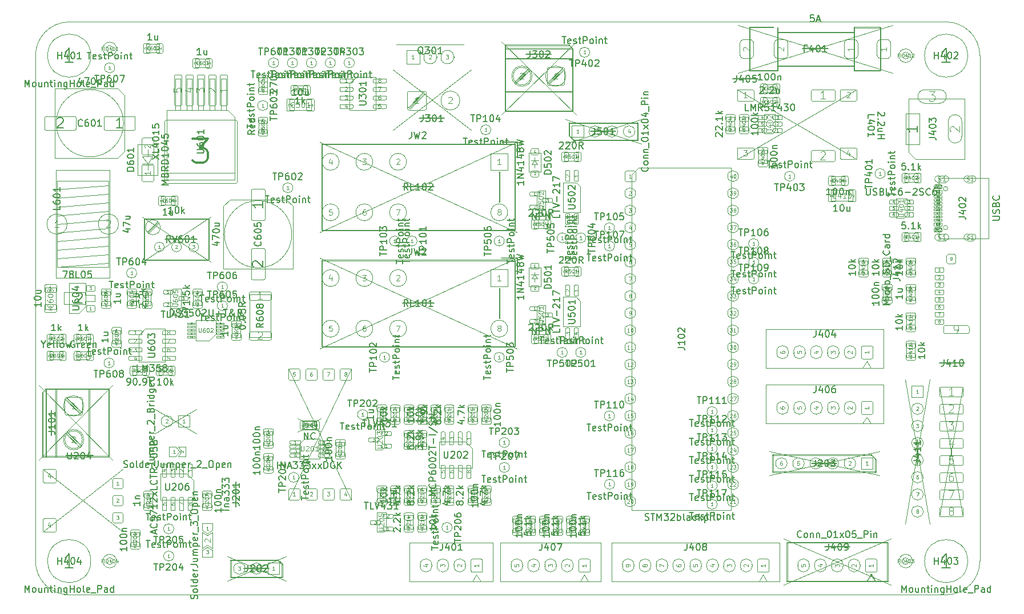
<source format=gbr>
%TF.GenerationSoftware,KiCad,Pcbnew,9.0.5*%
%TF.CreationDate,2025-12-08T19:50:26+01:00*%
%TF.ProjectId,inz,696e7a2e-6b69-4636-9164-5f7063625858,rev?*%
%TF.SameCoordinates,Original*%
%TF.FileFunction,AssemblyDrawing,Top*%
%FSLAX46Y46*%
G04 Gerber Fmt 4.6, Leading zero omitted, Abs format (unit mm)*
G04 Created by KiCad (PCBNEW 9.0.5) date 2025-12-08 19:50:26*
%MOMM*%
%LPD*%
G01*
G04 APERTURE LIST*
%ADD10C,0.150000*%
%ADD11C,0.080000*%
%ADD12C,0.110000*%
%ADD13C,0.120000*%
%ADD14C,0.100000*%
%ADD15C,0.047222*%
%ADD16C,0.038889*%
%ADD17C,0.100000*%
%TD*%
%ADD18C,0.040278*%
%ADD19C,0.177778*%
%ADD20C,0.072222*%
%ADD21C,0.041667*%
%ADD22C,0.055556*%
%ADD23C,0.044444*%
%ADD24C,0.083333*%
%ADD25C,0.036806*%
%ADD26C,0.069444*%
%ADD27C,0.054167*%
%ADD28C,0.052917*%
%ADD29C,0.050000*%
%ADD30C,0.033333*%
%ADD31C,0.040972*%
%ADD32C,0.091667*%
%ADD33C,0.300000*%
%ADD34C,0.127778*%
%ADD35C,0.093056*%
%ADD36C,0.077778*%
%ADD37C,0.031944*%
%ADD38C,0.025000*%
%ADD39C,0.058333*%
%ADD40C,0.045139*%
%ADD41C,0.036111*%
%ADD42C,0.020833*%
%ADD43C,0.116667*%
%ADD44C,0.040000*%
%ADD45C,0.066667*%
%ADD46C,0.097222*%
%TA.AperFunction,Profile*%
%ADD47C,0.050000*%
%TD*%
G04 APERTURE END LIST*
D10*
X168632365Y-87954819D02*
X168632365Y-88669104D01*
X168632365Y-88669104D02*
X168584746Y-88811961D01*
X168584746Y-88811961D02*
X168489508Y-88907200D01*
X168489508Y-88907200D02*
X168346651Y-88954819D01*
X168346651Y-88954819D02*
X168251413Y-88954819D01*
X169060937Y-88050057D02*
X169108556Y-88002438D01*
X169108556Y-88002438D02*
X169203794Y-87954819D01*
X169203794Y-87954819D02*
X169441889Y-87954819D01*
X169441889Y-87954819D02*
X169537127Y-88002438D01*
X169537127Y-88002438D02*
X169584746Y-88050057D01*
X169584746Y-88050057D02*
X169632365Y-88145295D01*
X169632365Y-88145295D02*
X169632365Y-88240533D01*
X169632365Y-88240533D02*
X169584746Y-88383390D01*
X169584746Y-88383390D02*
X169013318Y-88954819D01*
X169013318Y-88954819D02*
X169632365Y-88954819D01*
X170251413Y-87954819D02*
X170346651Y-87954819D01*
X170346651Y-87954819D02*
X170441889Y-88002438D01*
X170441889Y-88002438D02*
X170489508Y-88050057D01*
X170489508Y-88050057D02*
X170537127Y-88145295D01*
X170537127Y-88145295D02*
X170584746Y-88335771D01*
X170584746Y-88335771D02*
X170584746Y-88573866D01*
X170584746Y-88573866D02*
X170537127Y-88764342D01*
X170537127Y-88764342D02*
X170489508Y-88859580D01*
X170489508Y-88859580D02*
X170441889Y-88907200D01*
X170441889Y-88907200D02*
X170346651Y-88954819D01*
X170346651Y-88954819D02*
X170251413Y-88954819D01*
X170251413Y-88954819D02*
X170156175Y-88907200D01*
X170156175Y-88907200D02*
X170108556Y-88859580D01*
X170108556Y-88859580D02*
X170060937Y-88764342D01*
X170060937Y-88764342D02*
X170013318Y-88573866D01*
X170013318Y-88573866D02*
X170013318Y-88335771D01*
X170013318Y-88335771D02*
X170060937Y-88145295D01*
X170060937Y-88145295D02*
X170108556Y-88050057D01*
X170108556Y-88050057D02*
X170156175Y-88002438D01*
X170156175Y-88002438D02*
X170251413Y-87954819D01*
X170918080Y-87954819D02*
X171537127Y-87954819D01*
X171537127Y-87954819D02*
X171203794Y-88335771D01*
X171203794Y-88335771D02*
X171346651Y-88335771D01*
X171346651Y-88335771D02*
X171441889Y-88383390D01*
X171441889Y-88383390D02*
X171489508Y-88431009D01*
X171489508Y-88431009D02*
X171537127Y-88526247D01*
X171537127Y-88526247D02*
X171537127Y-88764342D01*
X171537127Y-88764342D02*
X171489508Y-88859580D01*
X171489508Y-88859580D02*
X171441889Y-88907200D01*
X171441889Y-88907200D02*
X171346651Y-88954819D01*
X171346651Y-88954819D02*
X171060937Y-88954819D01*
X171060937Y-88954819D02*
X170965699Y-88907200D01*
X170965699Y-88907200D02*
X170918080Y-88859580D01*
X168032122Y-88454819D02*
X171762127Y-88454819D01*
X113735914Y-94167788D02*
X114402581Y-94167788D01*
X113354962Y-94405883D02*
X114069247Y-94643978D01*
X114069247Y-94643978D02*
X114069247Y-94024931D01*
X114307342Y-93643978D02*
X114354962Y-93596359D01*
X114354962Y-93596359D02*
X114402581Y-93643978D01*
X114402581Y-93643978D02*
X114354962Y-93691597D01*
X114354962Y-93691597D02*
X114307342Y-93643978D01*
X114307342Y-93643978D02*
X114402581Y-93643978D01*
X113402581Y-93263026D02*
X113402581Y-92596360D01*
X113402581Y-92596360D02*
X114402581Y-93024931D01*
X114402581Y-92215407D02*
X113402581Y-92215407D01*
X114021628Y-92120169D02*
X114402581Y-91834455D01*
X113735914Y-91834455D02*
X114116866Y-92215407D01*
D11*
X112524911Y-93798740D02*
X112286816Y-93965406D01*
X112524911Y-94084454D02*
X112024911Y-94084454D01*
X112024911Y-94084454D02*
X112024911Y-93893978D01*
X112024911Y-93893978D02*
X112048721Y-93846359D01*
X112048721Y-93846359D02*
X112072530Y-93822549D01*
X112072530Y-93822549D02*
X112120149Y-93798740D01*
X112120149Y-93798740D02*
X112191578Y-93798740D01*
X112191578Y-93798740D02*
X112239197Y-93822549D01*
X112239197Y-93822549D02*
X112263006Y-93846359D01*
X112263006Y-93846359D02*
X112286816Y-93893978D01*
X112286816Y-93893978D02*
X112286816Y-94084454D01*
X112072530Y-93608263D02*
X112048721Y-93584454D01*
X112048721Y-93584454D02*
X112024911Y-93536835D01*
X112024911Y-93536835D02*
X112024911Y-93417787D01*
X112024911Y-93417787D02*
X112048721Y-93370168D01*
X112048721Y-93370168D02*
X112072530Y-93346359D01*
X112072530Y-93346359D02*
X112120149Y-93322549D01*
X112120149Y-93322549D02*
X112167768Y-93322549D01*
X112167768Y-93322549D02*
X112239197Y-93346359D01*
X112239197Y-93346359D02*
X112524911Y-93632073D01*
X112524911Y-93632073D02*
X112524911Y-93322549D01*
X112524911Y-92846359D02*
X112524911Y-93132073D01*
X112524911Y-92989216D02*
X112024911Y-92989216D01*
X112024911Y-92989216D02*
X112096340Y-93036835D01*
X112096340Y-93036835D02*
X112143959Y-93084454D01*
X112143959Y-93084454D02*
X112167768Y-93132073D01*
X112072530Y-92655883D02*
X112048721Y-92632074D01*
X112048721Y-92632074D02*
X112024911Y-92584455D01*
X112024911Y-92584455D02*
X112024911Y-92465407D01*
X112024911Y-92465407D02*
X112048721Y-92417788D01*
X112048721Y-92417788D02*
X112072530Y-92393979D01*
X112072530Y-92393979D02*
X112120149Y-92370169D01*
X112120149Y-92370169D02*
X112167768Y-92370169D01*
X112167768Y-92370169D02*
X112239197Y-92393979D01*
X112239197Y-92393979D02*
X112524911Y-92679693D01*
X112524911Y-92679693D02*
X112524911Y-92370169D01*
D10*
X59968452Y-68804819D02*
X59397024Y-68804819D01*
X59682738Y-68804819D02*
X59682738Y-67804819D01*
X59682738Y-67804819D02*
X59587500Y-67947676D01*
X59587500Y-67947676D02*
X59492262Y-68042914D01*
X59492262Y-68042914D02*
X59397024Y-68090533D01*
X60397024Y-68804819D02*
X60397024Y-67804819D01*
X60492262Y-68423866D02*
X60777976Y-68804819D01*
X60777976Y-68138152D02*
X60397024Y-68519104D01*
D11*
X59527976Y-70227149D02*
X59361310Y-69989054D01*
X59242262Y-70227149D02*
X59242262Y-69727149D01*
X59242262Y-69727149D02*
X59432738Y-69727149D01*
X59432738Y-69727149D02*
X59480357Y-69750959D01*
X59480357Y-69750959D02*
X59504167Y-69774768D01*
X59504167Y-69774768D02*
X59527976Y-69822387D01*
X59527976Y-69822387D02*
X59527976Y-69893816D01*
X59527976Y-69893816D02*
X59504167Y-69941435D01*
X59504167Y-69941435D02*
X59480357Y-69965244D01*
X59480357Y-69965244D02*
X59432738Y-69989054D01*
X59432738Y-69989054D02*
X59242262Y-69989054D01*
X59956548Y-69727149D02*
X59861310Y-69727149D01*
X59861310Y-69727149D02*
X59813691Y-69750959D01*
X59813691Y-69750959D02*
X59789881Y-69774768D01*
X59789881Y-69774768D02*
X59742262Y-69846197D01*
X59742262Y-69846197D02*
X59718453Y-69941435D01*
X59718453Y-69941435D02*
X59718453Y-70131911D01*
X59718453Y-70131911D02*
X59742262Y-70179530D01*
X59742262Y-70179530D02*
X59766072Y-70203340D01*
X59766072Y-70203340D02*
X59813691Y-70227149D01*
X59813691Y-70227149D02*
X59908929Y-70227149D01*
X59908929Y-70227149D02*
X59956548Y-70203340D01*
X59956548Y-70203340D02*
X59980357Y-70179530D01*
X59980357Y-70179530D02*
X60004167Y-70131911D01*
X60004167Y-70131911D02*
X60004167Y-70012863D01*
X60004167Y-70012863D02*
X59980357Y-69965244D01*
X59980357Y-69965244D02*
X59956548Y-69941435D01*
X59956548Y-69941435D02*
X59908929Y-69917625D01*
X59908929Y-69917625D02*
X59813691Y-69917625D01*
X59813691Y-69917625D02*
X59766072Y-69941435D01*
X59766072Y-69941435D02*
X59742262Y-69965244D01*
X59742262Y-69965244D02*
X59718453Y-70012863D01*
X60313690Y-69727149D02*
X60361309Y-69727149D01*
X60361309Y-69727149D02*
X60408928Y-69750959D01*
X60408928Y-69750959D02*
X60432738Y-69774768D01*
X60432738Y-69774768D02*
X60456547Y-69822387D01*
X60456547Y-69822387D02*
X60480357Y-69917625D01*
X60480357Y-69917625D02*
X60480357Y-70036673D01*
X60480357Y-70036673D02*
X60456547Y-70131911D01*
X60456547Y-70131911D02*
X60432738Y-70179530D01*
X60432738Y-70179530D02*
X60408928Y-70203340D01*
X60408928Y-70203340D02*
X60361309Y-70227149D01*
X60361309Y-70227149D02*
X60313690Y-70227149D01*
X60313690Y-70227149D02*
X60266071Y-70203340D01*
X60266071Y-70203340D02*
X60242262Y-70179530D01*
X60242262Y-70179530D02*
X60218452Y-70131911D01*
X60218452Y-70131911D02*
X60194643Y-70036673D01*
X60194643Y-70036673D02*
X60194643Y-69917625D01*
X60194643Y-69917625D02*
X60218452Y-69822387D01*
X60218452Y-69822387D02*
X60242262Y-69774768D01*
X60242262Y-69774768D02*
X60266071Y-69750959D01*
X60266071Y-69750959D02*
X60313690Y-69727149D01*
X60647023Y-69727149D02*
X60980356Y-69727149D01*
X60980356Y-69727149D02*
X60766071Y-70227149D01*
D10*
X160403938Y-32735150D02*
X160451557Y-32687531D01*
X160451557Y-32687531D02*
X160546795Y-32639912D01*
X160546795Y-32639912D02*
X160784890Y-32639912D01*
X160784890Y-32639912D02*
X160880128Y-32687531D01*
X160880128Y-32687531D02*
X160927747Y-32735150D01*
X160927747Y-32735150D02*
X160975366Y-32830388D01*
X160975366Y-32830388D02*
X160975366Y-32925626D01*
X160975366Y-32925626D02*
X160927747Y-33068483D01*
X160927747Y-33068483D02*
X160356319Y-33639912D01*
X160356319Y-33639912D02*
X160975366Y-33639912D01*
X161403938Y-33544673D02*
X161451557Y-33592293D01*
X161451557Y-33592293D02*
X161403938Y-33639912D01*
X161403938Y-33639912D02*
X161356319Y-33592293D01*
X161356319Y-33592293D02*
X161403938Y-33544673D01*
X161403938Y-33544673D02*
X161403938Y-33639912D01*
X161832509Y-32735150D02*
X161880128Y-32687531D01*
X161880128Y-32687531D02*
X161975366Y-32639912D01*
X161975366Y-32639912D02*
X162213461Y-32639912D01*
X162213461Y-32639912D02*
X162308699Y-32687531D01*
X162308699Y-32687531D02*
X162356318Y-32735150D01*
X162356318Y-32735150D02*
X162403937Y-32830388D01*
X162403937Y-32830388D02*
X162403937Y-32925626D01*
X162403937Y-32925626D02*
X162356318Y-33068483D01*
X162356318Y-33068483D02*
X161784890Y-33639912D01*
X161784890Y-33639912D02*
X162403937Y-33639912D01*
X163261080Y-32973245D02*
X163261080Y-33639912D01*
X162832509Y-32973245D02*
X162832509Y-33497054D01*
X162832509Y-33497054D02*
X162880128Y-33592293D01*
X162880128Y-33592293D02*
X162975366Y-33639912D01*
X162975366Y-33639912D02*
X163118223Y-33639912D01*
X163118223Y-33639912D02*
X163213461Y-33592293D01*
X163213461Y-33592293D02*
X163261080Y-33544673D01*
D11*
X161296795Y-35044623D02*
X161272986Y-35068433D01*
X161272986Y-35068433D02*
X161201557Y-35092242D01*
X161201557Y-35092242D02*
X161153938Y-35092242D01*
X161153938Y-35092242D02*
X161082510Y-35068433D01*
X161082510Y-35068433D02*
X161034891Y-35020813D01*
X161034891Y-35020813D02*
X161011081Y-34973194D01*
X161011081Y-34973194D02*
X160987272Y-34877956D01*
X160987272Y-34877956D02*
X160987272Y-34806528D01*
X160987272Y-34806528D02*
X161011081Y-34711290D01*
X161011081Y-34711290D02*
X161034891Y-34663671D01*
X161034891Y-34663671D02*
X161082510Y-34616052D01*
X161082510Y-34616052D02*
X161153938Y-34592242D01*
X161153938Y-34592242D02*
X161201557Y-34592242D01*
X161201557Y-34592242D02*
X161272986Y-34616052D01*
X161272986Y-34616052D02*
X161296795Y-34639861D01*
X161725367Y-34758909D02*
X161725367Y-35092242D01*
X161606319Y-34568433D02*
X161487272Y-34925575D01*
X161487272Y-34925575D02*
X161796795Y-34925575D01*
X162082509Y-34592242D02*
X162130128Y-34592242D01*
X162130128Y-34592242D02*
X162177747Y-34616052D01*
X162177747Y-34616052D02*
X162201557Y-34639861D01*
X162201557Y-34639861D02*
X162225366Y-34687480D01*
X162225366Y-34687480D02*
X162249176Y-34782718D01*
X162249176Y-34782718D02*
X162249176Y-34901766D01*
X162249176Y-34901766D02*
X162225366Y-34997004D01*
X162225366Y-34997004D02*
X162201557Y-35044623D01*
X162201557Y-35044623D02*
X162177747Y-35068433D01*
X162177747Y-35068433D02*
X162130128Y-35092242D01*
X162130128Y-35092242D02*
X162082509Y-35092242D01*
X162082509Y-35092242D02*
X162034890Y-35068433D01*
X162034890Y-35068433D02*
X162011081Y-35044623D01*
X162011081Y-35044623D02*
X161987271Y-34997004D01*
X161987271Y-34997004D02*
X161963462Y-34901766D01*
X161963462Y-34901766D02*
X161963462Y-34782718D01*
X161963462Y-34782718D02*
X161987271Y-34687480D01*
X161987271Y-34687480D02*
X162011081Y-34639861D01*
X162011081Y-34639861D02*
X162034890Y-34616052D01*
X162034890Y-34616052D02*
X162082509Y-34592242D01*
X162439652Y-34639861D02*
X162463461Y-34616052D01*
X162463461Y-34616052D02*
X162511080Y-34592242D01*
X162511080Y-34592242D02*
X162630128Y-34592242D01*
X162630128Y-34592242D02*
X162677747Y-34616052D01*
X162677747Y-34616052D02*
X162701556Y-34639861D01*
X162701556Y-34639861D02*
X162725366Y-34687480D01*
X162725366Y-34687480D02*
X162725366Y-34735099D01*
X162725366Y-34735099D02*
X162701556Y-34806528D01*
X162701556Y-34806528D02*
X162415842Y-35092242D01*
X162415842Y-35092242D02*
X162725366Y-35092242D01*
D10*
X143739580Y-44559524D02*
X143787200Y-44607143D01*
X143787200Y-44607143D02*
X143834819Y-44750000D01*
X143834819Y-44750000D02*
X143834819Y-44845238D01*
X143834819Y-44845238D02*
X143787200Y-44988095D01*
X143787200Y-44988095D02*
X143691961Y-45083333D01*
X143691961Y-45083333D02*
X143596723Y-45130952D01*
X143596723Y-45130952D02*
X143406247Y-45178571D01*
X143406247Y-45178571D02*
X143263390Y-45178571D01*
X143263390Y-45178571D02*
X143072914Y-45130952D01*
X143072914Y-45130952D02*
X142977676Y-45083333D01*
X142977676Y-45083333D02*
X142882438Y-44988095D01*
X142882438Y-44988095D02*
X142834819Y-44845238D01*
X142834819Y-44845238D02*
X142834819Y-44750000D01*
X142834819Y-44750000D02*
X142882438Y-44607143D01*
X142882438Y-44607143D02*
X142930057Y-44559524D01*
X143834819Y-43988095D02*
X143787200Y-44083333D01*
X143787200Y-44083333D02*
X143739580Y-44130952D01*
X143739580Y-44130952D02*
X143644342Y-44178571D01*
X143644342Y-44178571D02*
X143358628Y-44178571D01*
X143358628Y-44178571D02*
X143263390Y-44130952D01*
X143263390Y-44130952D02*
X143215771Y-44083333D01*
X143215771Y-44083333D02*
X143168152Y-43988095D01*
X143168152Y-43988095D02*
X143168152Y-43845238D01*
X143168152Y-43845238D02*
X143215771Y-43750000D01*
X143215771Y-43750000D02*
X143263390Y-43702381D01*
X143263390Y-43702381D02*
X143358628Y-43654762D01*
X143358628Y-43654762D02*
X143644342Y-43654762D01*
X143644342Y-43654762D02*
X143739580Y-43702381D01*
X143739580Y-43702381D02*
X143787200Y-43750000D01*
X143787200Y-43750000D02*
X143834819Y-43845238D01*
X143834819Y-43845238D02*
X143834819Y-43988095D01*
X143168152Y-43226190D02*
X143834819Y-43226190D01*
X143263390Y-43226190D02*
X143215771Y-43178571D01*
X143215771Y-43178571D02*
X143168152Y-43083333D01*
X143168152Y-43083333D02*
X143168152Y-42940476D01*
X143168152Y-42940476D02*
X143215771Y-42845238D01*
X143215771Y-42845238D02*
X143311009Y-42797619D01*
X143311009Y-42797619D02*
X143834819Y-42797619D01*
X143168152Y-42321428D02*
X143834819Y-42321428D01*
X143263390Y-42321428D02*
X143215771Y-42273809D01*
X143215771Y-42273809D02*
X143168152Y-42178571D01*
X143168152Y-42178571D02*
X143168152Y-42035714D01*
X143168152Y-42035714D02*
X143215771Y-41940476D01*
X143215771Y-41940476D02*
X143311009Y-41892857D01*
X143311009Y-41892857D02*
X143834819Y-41892857D01*
X143930057Y-41654762D02*
X143930057Y-40892857D01*
X142834819Y-40464285D02*
X142834819Y-40369047D01*
X142834819Y-40369047D02*
X142882438Y-40273809D01*
X142882438Y-40273809D02*
X142930057Y-40226190D01*
X142930057Y-40226190D02*
X143025295Y-40178571D01*
X143025295Y-40178571D02*
X143215771Y-40130952D01*
X143215771Y-40130952D02*
X143453866Y-40130952D01*
X143453866Y-40130952D02*
X143644342Y-40178571D01*
X143644342Y-40178571D02*
X143739580Y-40226190D01*
X143739580Y-40226190D02*
X143787200Y-40273809D01*
X143787200Y-40273809D02*
X143834819Y-40369047D01*
X143834819Y-40369047D02*
X143834819Y-40464285D01*
X143834819Y-40464285D02*
X143787200Y-40559523D01*
X143787200Y-40559523D02*
X143739580Y-40607142D01*
X143739580Y-40607142D02*
X143644342Y-40654761D01*
X143644342Y-40654761D02*
X143453866Y-40702380D01*
X143453866Y-40702380D02*
X143215771Y-40702380D01*
X143215771Y-40702380D02*
X143025295Y-40654761D01*
X143025295Y-40654761D02*
X142930057Y-40607142D01*
X142930057Y-40607142D02*
X142882438Y-40559523D01*
X142882438Y-40559523D02*
X142834819Y-40464285D01*
X143834819Y-39178571D02*
X143834819Y-39749999D01*
X143834819Y-39464285D02*
X142834819Y-39464285D01*
X142834819Y-39464285D02*
X142977676Y-39559523D01*
X142977676Y-39559523D02*
X143072914Y-39654761D01*
X143072914Y-39654761D02*
X143120533Y-39749999D01*
X143834819Y-38845237D02*
X143168152Y-38321428D01*
X143168152Y-38845237D02*
X143834819Y-38321428D01*
X142834819Y-37749999D02*
X142834819Y-37654761D01*
X142834819Y-37654761D02*
X142882438Y-37559523D01*
X142882438Y-37559523D02*
X142930057Y-37511904D01*
X142930057Y-37511904D02*
X143025295Y-37464285D01*
X143025295Y-37464285D02*
X143215771Y-37416666D01*
X143215771Y-37416666D02*
X143453866Y-37416666D01*
X143453866Y-37416666D02*
X143644342Y-37464285D01*
X143644342Y-37464285D02*
X143739580Y-37511904D01*
X143739580Y-37511904D02*
X143787200Y-37559523D01*
X143787200Y-37559523D02*
X143834819Y-37654761D01*
X143834819Y-37654761D02*
X143834819Y-37749999D01*
X143834819Y-37749999D02*
X143787200Y-37845237D01*
X143787200Y-37845237D02*
X143739580Y-37892856D01*
X143739580Y-37892856D02*
X143644342Y-37940475D01*
X143644342Y-37940475D02*
X143453866Y-37988094D01*
X143453866Y-37988094D02*
X143215771Y-37988094D01*
X143215771Y-37988094D02*
X143025295Y-37940475D01*
X143025295Y-37940475D02*
X142930057Y-37892856D01*
X142930057Y-37892856D02*
X142882438Y-37845237D01*
X142882438Y-37845237D02*
X142834819Y-37749999D01*
X143168152Y-36559523D02*
X143834819Y-36559523D01*
X142787200Y-36797618D02*
X143501485Y-37035713D01*
X143501485Y-37035713D02*
X143501485Y-36416666D01*
X143930057Y-36273809D02*
X143930057Y-35511904D01*
X143834819Y-35273808D02*
X142834819Y-35273808D01*
X142834819Y-35273808D02*
X142834819Y-34892856D01*
X142834819Y-34892856D02*
X142882438Y-34797618D01*
X142882438Y-34797618D02*
X142930057Y-34749999D01*
X142930057Y-34749999D02*
X143025295Y-34702380D01*
X143025295Y-34702380D02*
X143168152Y-34702380D01*
X143168152Y-34702380D02*
X143263390Y-34749999D01*
X143263390Y-34749999D02*
X143311009Y-34797618D01*
X143311009Y-34797618D02*
X143358628Y-34892856D01*
X143358628Y-34892856D02*
X143358628Y-35273808D01*
X143834819Y-34273808D02*
X143168152Y-34273808D01*
X142834819Y-34273808D02*
X142882438Y-34321427D01*
X142882438Y-34321427D02*
X142930057Y-34273808D01*
X142930057Y-34273808D02*
X142882438Y-34226189D01*
X142882438Y-34226189D02*
X142834819Y-34273808D01*
X142834819Y-34273808D02*
X142930057Y-34273808D01*
X143168152Y-33797618D02*
X143834819Y-33797618D01*
X143263390Y-33797618D02*
X143215771Y-33749999D01*
X143215771Y-33749999D02*
X143168152Y-33654761D01*
X143168152Y-33654761D02*
X143168152Y-33511904D01*
X143168152Y-33511904D02*
X143215771Y-33416666D01*
X143215771Y-33416666D02*
X143311009Y-33369047D01*
X143311009Y-33369047D02*
X143834819Y-33369047D01*
X135904285Y-38704819D02*
X135904285Y-39419104D01*
X135904285Y-39419104D02*
X135856666Y-39561961D01*
X135856666Y-39561961D02*
X135761428Y-39657200D01*
X135761428Y-39657200D02*
X135618571Y-39704819D01*
X135618571Y-39704819D02*
X135523333Y-39704819D01*
X136856666Y-38704819D02*
X136380476Y-38704819D01*
X136380476Y-38704819D02*
X136332857Y-39181009D01*
X136332857Y-39181009D02*
X136380476Y-39133390D01*
X136380476Y-39133390D02*
X136475714Y-39085771D01*
X136475714Y-39085771D02*
X136713809Y-39085771D01*
X136713809Y-39085771D02*
X136809047Y-39133390D01*
X136809047Y-39133390D02*
X136856666Y-39181009D01*
X136856666Y-39181009D02*
X136904285Y-39276247D01*
X136904285Y-39276247D02*
X136904285Y-39514342D01*
X136904285Y-39514342D02*
X136856666Y-39609580D01*
X136856666Y-39609580D02*
X136809047Y-39657200D01*
X136809047Y-39657200D02*
X136713809Y-39704819D01*
X136713809Y-39704819D02*
X136475714Y-39704819D01*
X136475714Y-39704819D02*
X136380476Y-39657200D01*
X136380476Y-39657200D02*
X136332857Y-39609580D01*
X137523333Y-38704819D02*
X137618571Y-38704819D01*
X137618571Y-38704819D02*
X137713809Y-38752438D01*
X137713809Y-38752438D02*
X137761428Y-38800057D01*
X137761428Y-38800057D02*
X137809047Y-38895295D01*
X137809047Y-38895295D02*
X137856666Y-39085771D01*
X137856666Y-39085771D02*
X137856666Y-39323866D01*
X137856666Y-39323866D02*
X137809047Y-39514342D01*
X137809047Y-39514342D02*
X137761428Y-39609580D01*
X137761428Y-39609580D02*
X137713809Y-39657200D01*
X137713809Y-39657200D02*
X137618571Y-39704819D01*
X137618571Y-39704819D02*
X137523333Y-39704819D01*
X137523333Y-39704819D02*
X137428095Y-39657200D01*
X137428095Y-39657200D02*
X137380476Y-39609580D01*
X137380476Y-39609580D02*
X137332857Y-39514342D01*
X137332857Y-39514342D02*
X137285238Y-39323866D01*
X137285238Y-39323866D02*
X137285238Y-39085771D01*
X137285238Y-39085771D02*
X137332857Y-38895295D01*
X137332857Y-38895295D02*
X137380476Y-38800057D01*
X137380476Y-38800057D02*
X137428095Y-38752438D01*
X137428095Y-38752438D02*
X137523333Y-38704819D01*
X138809047Y-39704819D02*
X138237619Y-39704819D01*
X138523333Y-39704819D02*
X138523333Y-38704819D01*
X138523333Y-38704819D02*
X138428095Y-38847676D01*
X138428095Y-38847676D02*
X138332857Y-38942914D01*
X138332857Y-38942914D02*
X138237619Y-38990533D01*
X135304042Y-39204819D02*
X139028338Y-39204819D01*
X133483481Y-98623184D02*
X133483481Y-99099374D01*
X133483481Y-99099374D02*
X133959671Y-99146993D01*
X133959671Y-99146993D02*
X133912052Y-99099374D01*
X133912052Y-99099374D02*
X133864433Y-99004136D01*
X133864433Y-99004136D02*
X133864433Y-98766041D01*
X133864433Y-98766041D02*
X133912052Y-98670803D01*
X133912052Y-98670803D02*
X133959671Y-98623184D01*
X133959671Y-98623184D02*
X134054909Y-98575565D01*
X134054909Y-98575565D02*
X134293004Y-98575565D01*
X134293004Y-98575565D02*
X134388242Y-98623184D01*
X134388242Y-98623184D02*
X134435862Y-98670803D01*
X134435862Y-98670803D02*
X134483481Y-98766041D01*
X134483481Y-98766041D02*
X134483481Y-99004136D01*
X134483481Y-99004136D02*
X134435862Y-99099374D01*
X134435862Y-99099374D02*
X134388242Y-99146993D01*
X134388242Y-98146993D02*
X134435862Y-98099374D01*
X134435862Y-98099374D02*
X134483481Y-98146993D01*
X134483481Y-98146993D02*
X134435862Y-98194612D01*
X134435862Y-98194612D02*
X134388242Y-98146993D01*
X134388242Y-98146993D02*
X134483481Y-98146993D01*
X134483481Y-97146994D02*
X134483481Y-97718422D01*
X134483481Y-97432708D02*
X133483481Y-97432708D01*
X133483481Y-97432708D02*
X133626338Y-97527946D01*
X133626338Y-97527946D02*
X133721576Y-97623184D01*
X133721576Y-97623184D02*
X133769195Y-97718422D01*
X134483481Y-96718422D02*
X133483481Y-96718422D01*
X134102528Y-96623184D02*
X134483481Y-96337470D01*
X133816814Y-96337470D02*
X134197766Y-96718422D01*
D11*
X132605811Y-98301755D02*
X132367716Y-98468421D01*
X132605811Y-98587469D02*
X132105811Y-98587469D01*
X132105811Y-98587469D02*
X132105811Y-98396993D01*
X132105811Y-98396993D02*
X132129621Y-98349374D01*
X132129621Y-98349374D02*
X132153430Y-98325564D01*
X132153430Y-98325564D02*
X132201049Y-98301755D01*
X132201049Y-98301755D02*
X132272478Y-98301755D01*
X132272478Y-98301755D02*
X132320097Y-98325564D01*
X132320097Y-98325564D02*
X132343906Y-98349374D01*
X132343906Y-98349374D02*
X132367716Y-98396993D01*
X132367716Y-98396993D02*
X132367716Y-98587469D01*
X132272478Y-97873183D02*
X132605811Y-97873183D01*
X132082002Y-97992231D02*
X132439144Y-98111278D01*
X132439144Y-98111278D02*
X132439144Y-97801755D01*
X132105811Y-97516041D02*
X132105811Y-97468422D01*
X132105811Y-97468422D02*
X132129621Y-97420803D01*
X132129621Y-97420803D02*
X132153430Y-97396993D01*
X132153430Y-97396993D02*
X132201049Y-97373184D01*
X132201049Y-97373184D02*
X132296287Y-97349374D01*
X132296287Y-97349374D02*
X132415335Y-97349374D01*
X132415335Y-97349374D02*
X132510573Y-97373184D01*
X132510573Y-97373184D02*
X132558192Y-97396993D01*
X132558192Y-97396993D02*
X132582002Y-97420803D01*
X132582002Y-97420803D02*
X132605811Y-97468422D01*
X132605811Y-97468422D02*
X132605811Y-97516041D01*
X132605811Y-97516041D02*
X132582002Y-97563660D01*
X132582002Y-97563660D02*
X132558192Y-97587469D01*
X132558192Y-97587469D02*
X132510573Y-97611279D01*
X132510573Y-97611279D02*
X132415335Y-97635088D01*
X132415335Y-97635088D02*
X132296287Y-97635088D01*
X132296287Y-97635088D02*
X132201049Y-97611279D01*
X132201049Y-97611279D02*
X132153430Y-97587469D01*
X132153430Y-97587469D02*
X132129621Y-97563660D01*
X132129621Y-97563660D02*
X132105811Y-97516041D01*
X132105811Y-97182708D02*
X132105811Y-96849375D01*
X132105811Y-96849375D02*
X132605811Y-97063660D01*
D10*
X109402581Y-86441597D02*
X109402581Y-85822550D01*
X109402581Y-85822550D02*
X109783533Y-86155883D01*
X109783533Y-86155883D02*
X109783533Y-86013026D01*
X109783533Y-86013026D02*
X109831152Y-85917788D01*
X109831152Y-85917788D02*
X109878771Y-85870169D01*
X109878771Y-85870169D02*
X109974009Y-85822550D01*
X109974009Y-85822550D02*
X110212104Y-85822550D01*
X110212104Y-85822550D02*
X110307342Y-85870169D01*
X110307342Y-85870169D02*
X110354962Y-85917788D01*
X110354962Y-85917788D02*
X110402581Y-86013026D01*
X110402581Y-86013026D02*
X110402581Y-86298740D01*
X110402581Y-86298740D02*
X110354962Y-86393978D01*
X110354962Y-86393978D02*
X110307342Y-86441597D01*
X110307342Y-85393978D02*
X110354962Y-85346359D01*
X110354962Y-85346359D02*
X110402581Y-85393978D01*
X110402581Y-85393978D02*
X110354962Y-85441597D01*
X110354962Y-85441597D02*
X110307342Y-85393978D01*
X110307342Y-85393978D02*
X110402581Y-85393978D01*
X110402581Y-84870169D02*
X110402581Y-84679693D01*
X110402581Y-84679693D02*
X110354962Y-84584455D01*
X110354962Y-84584455D02*
X110307342Y-84536836D01*
X110307342Y-84536836D02*
X110164485Y-84441598D01*
X110164485Y-84441598D02*
X109974009Y-84393979D01*
X109974009Y-84393979D02*
X109593057Y-84393979D01*
X109593057Y-84393979D02*
X109497819Y-84441598D01*
X109497819Y-84441598D02*
X109450200Y-84489217D01*
X109450200Y-84489217D02*
X109402581Y-84584455D01*
X109402581Y-84584455D02*
X109402581Y-84774931D01*
X109402581Y-84774931D02*
X109450200Y-84870169D01*
X109450200Y-84870169D02*
X109497819Y-84917788D01*
X109497819Y-84917788D02*
X109593057Y-84965407D01*
X109593057Y-84965407D02*
X109831152Y-84965407D01*
X109831152Y-84965407D02*
X109926390Y-84917788D01*
X109926390Y-84917788D02*
X109974009Y-84870169D01*
X109974009Y-84870169D02*
X110021628Y-84774931D01*
X110021628Y-84774931D02*
X110021628Y-84584455D01*
X110021628Y-84584455D02*
X109974009Y-84489217D01*
X109974009Y-84489217D02*
X109926390Y-84441598D01*
X109926390Y-84441598D02*
X109831152Y-84393979D01*
X110402581Y-83965407D02*
X109402581Y-83965407D01*
X110021628Y-83870169D02*
X110402581Y-83584455D01*
X109735914Y-83584455D02*
X110116866Y-83965407D01*
D11*
X108524911Y-85548740D02*
X108286816Y-85715406D01*
X108524911Y-85834454D02*
X108024911Y-85834454D01*
X108024911Y-85834454D02*
X108024911Y-85643978D01*
X108024911Y-85643978D02*
X108048721Y-85596359D01*
X108048721Y-85596359D02*
X108072530Y-85572549D01*
X108072530Y-85572549D02*
X108120149Y-85548740D01*
X108120149Y-85548740D02*
X108191578Y-85548740D01*
X108191578Y-85548740D02*
X108239197Y-85572549D01*
X108239197Y-85572549D02*
X108263006Y-85596359D01*
X108263006Y-85596359D02*
X108286816Y-85643978D01*
X108286816Y-85643978D02*
X108286816Y-85834454D01*
X108072530Y-85358263D02*
X108048721Y-85334454D01*
X108048721Y-85334454D02*
X108024911Y-85286835D01*
X108024911Y-85286835D02*
X108024911Y-85167787D01*
X108024911Y-85167787D02*
X108048721Y-85120168D01*
X108048721Y-85120168D02*
X108072530Y-85096359D01*
X108072530Y-85096359D02*
X108120149Y-85072549D01*
X108120149Y-85072549D02*
X108167768Y-85072549D01*
X108167768Y-85072549D02*
X108239197Y-85096359D01*
X108239197Y-85096359D02*
X108524911Y-85382073D01*
X108524911Y-85382073D02*
X108524911Y-85072549D01*
X108024911Y-84763026D02*
X108024911Y-84715407D01*
X108024911Y-84715407D02*
X108048721Y-84667788D01*
X108048721Y-84667788D02*
X108072530Y-84643978D01*
X108072530Y-84643978D02*
X108120149Y-84620169D01*
X108120149Y-84620169D02*
X108215387Y-84596359D01*
X108215387Y-84596359D02*
X108334435Y-84596359D01*
X108334435Y-84596359D02*
X108429673Y-84620169D01*
X108429673Y-84620169D02*
X108477292Y-84643978D01*
X108477292Y-84643978D02*
X108501102Y-84667788D01*
X108501102Y-84667788D02*
X108524911Y-84715407D01*
X108524911Y-84715407D02*
X108524911Y-84763026D01*
X108524911Y-84763026D02*
X108501102Y-84810645D01*
X108501102Y-84810645D02*
X108477292Y-84834454D01*
X108477292Y-84834454D02*
X108429673Y-84858264D01*
X108429673Y-84858264D02*
X108334435Y-84882073D01*
X108334435Y-84882073D02*
X108215387Y-84882073D01*
X108215387Y-84882073D02*
X108120149Y-84858264D01*
X108120149Y-84858264D02*
X108072530Y-84834454D01*
X108072530Y-84834454D02*
X108048721Y-84810645D01*
X108048721Y-84810645D02*
X108024911Y-84763026D01*
X108024911Y-84429693D02*
X108024911Y-84096360D01*
X108024911Y-84096360D02*
X108524911Y-84310645D01*
D10*
X186285714Y-28454819D02*
X186285714Y-27454819D01*
X186285714Y-27931009D02*
X186857142Y-27931009D01*
X186857142Y-28454819D02*
X186857142Y-27454819D01*
X187761904Y-27788152D02*
X187761904Y-28454819D01*
X187523809Y-27407200D02*
X187285714Y-28121485D01*
X187285714Y-28121485D02*
X187904761Y-28121485D01*
X188476190Y-27454819D02*
X188571428Y-27454819D01*
X188571428Y-27454819D02*
X188666666Y-27502438D01*
X188666666Y-27502438D02*
X188714285Y-27550057D01*
X188714285Y-27550057D02*
X188761904Y-27645295D01*
X188761904Y-27645295D02*
X188809523Y-27835771D01*
X188809523Y-27835771D02*
X188809523Y-28073866D01*
X188809523Y-28073866D02*
X188761904Y-28264342D01*
X188761904Y-28264342D02*
X188714285Y-28359580D01*
X188714285Y-28359580D02*
X188666666Y-28407200D01*
X188666666Y-28407200D02*
X188571428Y-28454819D01*
X188571428Y-28454819D02*
X188476190Y-28454819D01*
X188476190Y-28454819D02*
X188380952Y-28407200D01*
X188380952Y-28407200D02*
X188333333Y-28359580D01*
X188333333Y-28359580D02*
X188285714Y-28264342D01*
X188285714Y-28264342D02*
X188238095Y-28073866D01*
X188238095Y-28073866D02*
X188238095Y-27835771D01*
X188238095Y-27835771D02*
X188285714Y-27645295D01*
X188285714Y-27645295D02*
X188333333Y-27550057D01*
X188333333Y-27550057D02*
X188380952Y-27502438D01*
X188380952Y-27502438D02*
X188476190Y-27454819D01*
X189190476Y-27550057D02*
X189238095Y-27502438D01*
X189238095Y-27502438D02*
X189333333Y-27454819D01*
X189333333Y-27454819D02*
X189571428Y-27454819D01*
X189571428Y-27454819D02*
X189666666Y-27502438D01*
X189666666Y-27502438D02*
X189714285Y-27550057D01*
X189714285Y-27550057D02*
X189761904Y-27645295D01*
X189761904Y-27645295D02*
X189761904Y-27740533D01*
X189761904Y-27740533D02*
X189714285Y-27883390D01*
X189714285Y-27883390D02*
X189142857Y-28454819D01*
X189142857Y-28454819D02*
X189761904Y-28454819D01*
X126327203Y-27294400D02*
X126327203Y-28008685D01*
X126327203Y-28008685D02*
X126279584Y-28151542D01*
X126279584Y-28151542D02*
X126184346Y-28246781D01*
X126184346Y-28246781D02*
X126041489Y-28294400D01*
X126041489Y-28294400D02*
X125946251Y-28294400D01*
X126708156Y-27294400D02*
X127327203Y-27294400D01*
X127327203Y-27294400D02*
X126993870Y-27675352D01*
X126993870Y-27675352D02*
X127136727Y-27675352D01*
X127136727Y-27675352D02*
X127231965Y-27722971D01*
X127231965Y-27722971D02*
X127279584Y-27770590D01*
X127279584Y-27770590D02*
X127327203Y-27865828D01*
X127327203Y-27865828D02*
X127327203Y-28103923D01*
X127327203Y-28103923D02*
X127279584Y-28199161D01*
X127279584Y-28199161D02*
X127231965Y-28246781D01*
X127231965Y-28246781D02*
X127136727Y-28294400D01*
X127136727Y-28294400D02*
X126851013Y-28294400D01*
X126851013Y-28294400D02*
X126755775Y-28246781D01*
X126755775Y-28246781D02*
X126708156Y-28199161D01*
X127946251Y-27294400D02*
X128041489Y-27294400D01*
X128041489Y-27294400D02*
X128136727Y-27342019D01*
X128136727Y-27342019D02*
X128184346Y-27389638D01*
X128184346Y-27389638D02*
X128231965Y-27484876D01*
X128231965Y-27484876D02*
X128279584Y-27675352D01*
X128279584Y-27675352D02*
X128279584Y-27913447D01*
X128279584Y-27913447D02*
X128231965Y-28103923D01*
X128231965Y-28103923D02*
X128184346Y-28199161D01*
X128184346Y-28199161D02*
X128136727Y-28246781D01*
X128136727Y-28246781D02*
X128041489Y-28294400D01*
X128041489Y-28294400D02*
X127946251Y-28294400D01*
X127946251Y-28294400D02*
X127851013Y-28246781D01*
X127851013Y-28246781D02*
X127803394Y-28199161D01*
X127803394Y-28199161D02*
X127755775Y-28103923D01*
X127755775Y-28103923D02*
X127708156Y-27913447D01*
X127708156Y-27913447D02*
X127708156Y-27675352D01*
X127708156Y-27675352D02*
X127755775Y-27484876D01*
X127755775Y-27484876D02*
X127803394Y-27389638D01*
X127803394Y-27389638D02*
X127851013Y-27342019D01*
X127851013Y-27342019D02*
X127946251Y-27294400D01*
X128660537Y-27389638D02*
X128708156Y-27342019D01*
X128708156Y-27342019D02*
X128803394Y-27294400D01*
X128803394Y-27294400D02*
X129041489Y-27294400D01*
X129041489Y-27294400D02*
X129136727Y-27342019D01*
X129136727Y-27342019D02*
X129184346Y-27389638D01*
X129184346Y-27389638D02*
X129231965Y-27484876D01*
X129231965Y-27484876D02*
X129231965Y-27580114D01*
X129231965Y-27580114D02*
X129184346Y-27722971D01*
X129184346Y-27722971D02*
X128612918Y-28294400D01*
X128612918Y-28294400D02*
X129231965Y-28294400D01*
X125726960Y-27794400D02*
X129456965Y-27794400D01*
X119166666Y-86604819D02*
X119738094Y-86604819D01*
X119452380Y-87604819D02*
X119452380Y-86604819D01*
X120452380Y-87557200D02*
X120357142Y-87604819D01*
X120357142Y-87604819D02*
X120166666Y-87604819D01*
X120166666Y-87604819D02*
X120071428Y-87557200D01*
X120071428Y-87557200D02*
X120023809Y-87461961D01*
X120023809Y-87461961D02*
X120023809Y-87081009D01*
X120023809Y-87081009D02*
X120071428Y-86985771D01*
X120071428Y-86985771D02*
X120166666Y-86938152D01*
X120166666Y-86938152D02*
X120357142Y-86938152D01*
X120357142Y-86938152D02*
X120452380Y-86985771D01*
X120452380Y-86985771D02*
X120499999Y-87081009D01*
X120499999Y-87081009D02*
X120499999Y-87176247D01*
X120499999Y-87176247D02*
X120023809Y-87271485D01*
X120880952Y-87557200D02*
X120976190Y-87604819D01*
X120976190Y-87604819D02*
X121166666Y-87604819D01*
X121166666Y-87604819D02*
X121261904Y-87557200D01*
X121261904Y-87557200D02*
X121309523Y-87461961D01*
X121309523Y-87461961D02*
X121309523Y-87414342D01*
X121309523Y-87414342D02*
X121261904Y-87319104D01*
X121261904Y-87319104D02*
X121166666Y-87271485D01*
X121166666Y-87271485D02*
X121023809Y-87271485D01*
X121023809Y-87271485D02*
X120928571Y-87223866D01*
X120928571Y-87223866D02*
X120880952Y-87128628D01*
X120880952Y-87128628D02*
X120880952Y-87081009D01*
X120880952Y-87081009D02*
X120928571Y-86985771D01*
X120928571Y-86985771D02*
X121023809Y-86938152D01*
X121023809Y-86938152D02*
X121166666Y-86938152D01*
X121166666Y-86938152D02*
X121261904Y-86985771D01*
X121595238Y-86938152D02*
X121976190Y-86938152D01*
X121738095Y-86604819D02*
X121738095Y-87461961D01*
X121738095Y-87461961D02*
X121785714Y-87557200D01*
X121785714Y-87557200D02*
X121880952Y-87604819D01*
X121880952Y-87604819D02*
X121976190Y-87604819D01*
X122309524Y-87604819D02*
X122309524Y-86604819D01*
X122309524Y-86604819D02*
X122690476Y-86604819D01*
X122690476Y-86604819D02*
X122785714Y-86652438D01*
X122785714Y-86652438D02*
X122833333Y-86700057D01*
X122833333Y-86700057D02*
X122880952Y-86795295D01*
X122880952Y-86795295D02*
X122880952Y-86938152D01*
X122880952Y-86938152D02*
X122833333Y-87033390D01*
X122833333Y-87033390D02*
X122785714Y-87081009D01*
X122785714Y-87081009D02*
X122690476Y-87128628D01*
X122690476Y-87128628D02*
X122309524Y-87128628D01*
X123452381Y-87604819D02*
X123357143Y-87557200D01*
X123357143Y-87557200D02*
X123309524Y-87509580D01*
X123309524Y-87509580D02*
X123261905Y-87414342D01*
X123261905Y-87414342D02*
X123261905Y-87128628D01*
X123261905Y-87128628D02*
X123309524Y-87033390D01*
X123309524Y-87033390D02*
X123357143Y-86985771D01*
X123357143Y-86985771D02*
X123452381Y-86938152D01*
X123452381Y-86938152D02*
X123595238Y-86938152D01*
X123595238Y-86938152D02*
X123690476Y-86985771D01*
X123690476Y-86985771D02*
X123738095Y-87033390D01*
X123738095Y-87033390D02*
X123785714Y-87128628D01*
X123785714Y-87128628D02*
X123785714Y-87414342D01*
X123785714Y-87414342D02*
X123738095Y-87509580D01*
X123738095Y-87509580D02*
X123690476Y-87557200D01*
X123690476Y-87557200D02*
X123595238Y-87604819D01*
X123595238Y-87604819D02*
X123452381Y-87604819D01*
X124214286Y-87604819D02*
X124214286Y-86938152D01*
X124214286Y-86604819D02*
X124166667Y-86652438D01*
X124166667Y-86652438D02*
X124214286Y-86700057D01*
X124214286Y-86700057D02*
X124261905Y-86652438D01*
X124261905Y-86652438D02*
X124214286Y-86604819D01*
X124214286Y-86604819D02*
X124214286Y-86700057D01*
X124690476Y-86938152D02*
X124690476Y-87604819D01*
X124690476Y-87033390D02*
X124738095Y-86985771D01*
X124738095Y-86985771D02*
X124833333Y-86938152D01*
X124833333Y-86938152D02*
X124976190Y-86938152D01*
X124976190Y-86938152D02*
X125071428Y-86985771D01*
X125071428Y-86985771D02*
X125119047Y-87081009D01*
X125119047Y-87081009D02*
X125119047Y-87604819D01*
X125452381Y-86938152D02*
X125833333Y-86938152D01*
X125595238Y-86604819D02*
X125595238Y-87461961D01*
X125595238Y-87461961D02*
X125642857Y-87557200D01*
X125642857Y-87557200D02*
X125738095Y-87604819D01*
X125738095Y-87604819D02*
X125833333Y-87604819D01*
X120285714Y-83204819D02*
X120857142Y-83204819D01*
X120571428Y-84204819D02*
X120571428Y-83204819D01*
X121190476Y-84204819D02*
X121190476Y-83204819D01*
X121190476Y-83204819D02*
X121571428Y-83204819D01*
X121571428Y-83204819D02*
X121666666Y-83252438D01*
X121666666Y-83252438D02*
X121714285Y-83300057D01*
X121714285Y-83300057D02*
X121761904Y-83395295D01*
X121761904Y-83395295D02*
X121761904Y-83538152D01*
X121761904Y-83538152D02*
X121714285Y-83633390D01*
X121714285Y-83633390D02*
X121666666Y-83681009D01*
X121666666Y-83681009D02*
X121571428Y-83728628D01*
X121571428Y-83728628D02*
X121190476Y-83728628D01*
X122142857Y-83300057D02*
X122190476Y-83252438D01*
X122190476Y-83252438D02*
X122285714Y-83204819D01*
X122285714Y-83204819D02*
X122523809Y-83204819D01*
X122523809Y-83204819D02*
X122619047Y-83252438D01*
X122619047Y-83252438D02*
X122666666Y-83300057D01*
X122666666Y-83300057D02*
X122714285Y-83395295D01*
X122714285Y-83395295D02*
X122714285Y-83490533D01*
X122714285Y-83490533D02*
X122666666Y-83633390D01*
X122666666Y-83633390D02*
X122095238Y-84204819D01*
X122095238Y-84204819D02*
X122714285Y-84204819D01*
X123333333Y-83204819D02*
X123428571Y-83204819D01*
X123428571Y-83204819D02*
X123523809Y-83252438D01*
X123523809Y-83252438D02*
X123571428Y-83300057D01*
X123571428Y-83300057D02*
X123619047Y-83395295D01*
X123619047Y-83395295D02*
X123666666Y-83585771D01*
X123666666Y-83585771D02*
X123666666Y-83823866D01*
X123666666Y-83823866D02*
X123619047Y-84014342D01*
X123619047Y-84014342D02*
X123571428Y-84109580D01*
X123571428Y-84109580D02*
X123523809Y-84157200D01*
X123523809Y-84157200D02*
X123428571Y-84204819D01*
X123428571Y-84204819D02*
X123333333Y-84204819D01*
X123333333Y-84204819D02*
X123238095Y-84157200D01*
X123238095Y-84157200D02*
X123190476Y-84109580D01*
X123190476Y-84109580D02*
X123142857Y-84014342D01*
X123142857Y-84014342D02*
X123095238Y-83823866D01*
X123095238Y-83823866D02*
X123095238Y-83585771D01*
X123095238Y-83585771D02*
X123142857Y-83395295D01*
X123142857Y-83395295D02*
X123190476Y-83300057D01*
X123190476Y-83300057D02*
X123238095Y-83252438D01*
X123238095Y-83252438D02*
X123333333Y-83204819D01*
X124000000Y-83204819D02*
X124619047Y-83204819D01*
X124619047Y-83204819D02*
X124285714Y-83585771D01*
X124285714Y-83585771D02*
X124428571Y-83585771D01*
X124428571Y-83585771D02*
X124523809Y-83633390D01*
X124523809Y-83633390D02*
X124571428Y-83681009D01*
X124571428Y-83681009D02*
X124619047Y-83776247D01*
X124619047Y-83776247D02*
X124619047Y-84014342D01*
X124619047Y-84014342D02*
X124571428Y-84109580D01*
X124571428Y-84109580D02*
X124523809Y-84157200D01*
X124523809Y-84157200D02*
X124428571Y-84204819D01*
X124428571Y-84204819D02*
X124142857Y-84204819D01*
X124142857Y-84204819D02*
X124047619Y-84157200D01*
X124047619Y-84157200D02*
X124000000Y-84109580D01*
X57760714Y-86854819D02*
X57760714Y-87664342D01*
X57760714Y-87664342D02*
X57808333Y-87759580D01*
X57808333Y-87759580D02*
X57855952Y-87807200D01*
X57855952Y-87807200D02*
X57951190Y-87854819D01*
X57951190Y-87854819D02*
X58141666Y-87854819D01*
X58141666Y-87854819D02*
X58236904Y-87807200D01*
X58236904Y-87807200D02*
X58284523Y-87759580D01*
X58284523Y-87759580D02*
X58332142Y-87664342D01*
X58332142Y-87664342D02*
X58332142Y-86854819D01*
X58760714Y-86950057D02*
X58808333Y-86902438D01*
X58808333Y-86902438D02*
X58903571Y-86854819D01*
X58903571Y-86854819D02*
X59141666Y-86854819D01*
X59141666Y-86854819D02*
X59236904Y-86902438D01*
X59236904Y-86902438D02*
X59284523Y-86950057D01*
X59284523Y-86950057D02*
X59332142Y-87045295D01*
X59332142Y-87045295D02*
X59332142Y-87140533D01*
X59332142Y-87140533D02*
X59284523Y-87283390D01*
X59284523Y-87283390D02*
X58713095Y-87854819D01*
X58713095Y-87854819D02*
X59332142Y-87854819D01*
X59951190Y-86854819D02*
X60046428Y-86854819D01*
X60046428Y-86854819D02*
X60141666Y-86902438D01*
X60141666Y-86902438D02*
X60189285Y-86950057D01*
X60189285Y-86950057D02*
X60236904Y-87045295D01*
X60236904Y-87045295D02*
X60284523Y-87235771D01*
X60284523Y-87235771D02*
X60284523Y-87473866D01*
X60284523Y-87473866D02*
X60236904Y-87664342D01*
X60236904Y-87664342D02*
X60189285Y-87759580D01*
X60189285Y-87759580D02*
X60141666Y-87807200D01*
X60141666Y-87807200D02*
X60046428Y-87854819D01*
X60046428Y-87854819D02*
X59951190Y-87854819D01*
X59951190Y-87854819D02*
X59855952Y-87807200D01*
X59855952Y-87807200D02*
X59808333Y-87759580D01*
X59808333Y-87759580D02*
X59760714Y-87664342D01*
X59760714Y-87664342D02*
X59713095Y-87473866D01*
X59713095Y-87473866D02*
X59713095Y-87235771D01*
X59713095Y-87235771D02*
X59760714Y-87045295D01*
X59760714Y-87045295D02*
X59808333Y-86950057D01*
X59808333Y-86950057D02*
X59855952Y-86902438D01*
X59855952Y-86902438D02*
X59951190Y-86854819D01*
X61141666Y-87188152D02*
X61141666Y-87854819D01*
X60903571Y-86807200D02*
X60665476Y-87521485D01*
X60665476Y-87521485D02*
X61284523Y-87521485D01*
X57535714Y-87331104D02*
X61503814Y-87331104D01*
X70233333Y-25674819D02*
X69661905Y-25674819D01*
X69947619Y-25674819D02*
X69947619Y-24674819D01*
X69947619Y-24674819D02*
X69852381Y-24817676D01*
X69852381Y-24817676D02*
X69757143Y-24912914D01*
X69757143Y-24912914D02*
X69661905Y-24960533D01*
X71090476Y-25008152D02*
X71090476Y-25674819D01*
X70661905Y-25008152D02*
X70661905Y-25531961D01*
X70661905Y-25531961D02*
X70709524Y-25627200D01*
X70709524Y-25627200D02*
X70804762Y-25674819D01*
X70804762Y-25674819D02*
X70947619Y-25674819D01*
X70947619Y-25674819D02*
X71042857Y-25627200D01*
X71042857Y-25627200D02*
X71090476Y-25579580D01*
D11*
X69840476Y-27079530D02*
X69816667Y-27103340D01*
X69816667Y-27103340D02*
X69745238Y-27127149D01*
X69745238Y-27127149D02*
X69697619Y-27127149D01*
X69697619Y-27127149D02*
X69626191Y-27103340D01*
X69626191Y-27103340D02*
X69578572Y-27055720D01*
X69578572Y-27055720D02*
X69554762Y-27008101D01*
X69554762Y-27008101D02*
X69530953Y-26912863D01*
X69530953Y-26912863D02*
X69530953Y-26841435D01*
X69530953Y-26841435D02*
X69554762Y-26746197D01*
X69554762Y-26746197D02*
X69578572Y-26698578D01*
X69578572Y-26698578D02*
X69626191Y-26650959D01*
X69626191Y-26650959D02*
X69697619Y-26627149D01*
X69697619Y-26627149D02*
X69745238Y-26627149D01*
X69745238Y-26627149D02*
X69816667Y-26650959D01*
X69816667Y-26650959D02*
X69840476Y-26674768D01*
X70269048Y-26627149D02*
X70173810Y-26627149D01*
X70173810Y-26627149D02*
X70126191Y-26650959D01*
X70126191Y-26650959D02*
X70102381Y-26674768D01*
X70102381Y-26674768D02*
X70054762Y-26746197D01*
X70054762Y-26746197D02*
X70030953Y-26841435D01*
X70030953Y-26841435D02*
X70030953Y-27031911D01*
X70030953Y-27031911D02*
X70054762Y-27079530D01*
X70054762Y-27079530D02*
X70078572Y-27103340D01*
X70078572Y-27103340D02*
X70126191Y-27127149D01*
X70126191Y-27127149D02*
X70221429Y-27127149D01*
X70221429Y-27127149D02*
X70269048Y-27103340D01*
X70269048Y-27103340D02*
X70292857Y-27079530D01*
X70292857Y-27079530D02*
X70316667Y-27031911D01*
X70316667Y-27031911D02*
X70316667Y-26912863D01*
X70316667Y-26912863D02*
X70292857Y-26865244D01*
X70292857Y-26865244D02*
X70269048Y-26841435D01*
X70269048Y-26841435D02*
X70221429Y-26817625D01*
X70221429Y-26817625D02*
X70126191Y-26817625D01*
X70126191Y-26817625D02*
X70078572Y-26841435D01*
X70078572Y-26841435D02*
X70054762Y-26865244D01*
X70054762Y-26865244D02*
X70030953Y-26912863D01*
X70626190Y-26627149D02*
X70673809Y-26627149D01*
X70673809Y-26627149D02*
X70721428Y-26650959D01*
X70721428Y-26650959D02*
X70745238Y-26674768D01*
X70745238Y-26674768D02*
X70769047Y-26722387D01*
X70769047Y-26722387D02*
X70792857Y-26817625D01*
X70792857Y-26817625D02*
X70792857Y-26936673D01*
X70792857Y-26936673D02*
X70769047Y-27031911D01*
X70769047Y-27031911D02*
X70745238Y-27079530D01*
X70745238Y-27079530D02*
X70721428Y-27103340D01*
X70721428Y-27103340D02*
X70673809Y-27127149D01*
X70673809Y-27127149D02*
X70626190Y-27127149D01*
X70626190Y-27127149D02*
X70578571Y-27103340D01*
X70578571Y-27103340D02*
X70554762Y-27079530D01*
X70554762Y-27079530D02*
X70530952Y-27031911D01*
X70530952Y-27031911D02*
X70507143Y-26936673D01*
X70507143Y-26936673D02*
X70507143Y-26817625D01*
X70507143Y-26817625D02*
X70530952Y-26722387D01*
X70530952Y-26722387D02*
X70554762Y-26674768D01*
X70554762Y-26674768D02*
X70578571Y-26650959D01*
X70578571Y-26650959D02*
X70626190Y-26627149D01*
X70983333Y-26674768D02*
X71007142Y-26650959D01*
X71007142Y-26650959D02*
X71054761Y-26627149D01*
X71054761Y-26627149D02*
X71173809Y-26627149D01*
X71173809Y-26627149D02*
X71221428Y-26650959D01*
X71221428Y-26650959D02*
X71245237Y-26674768D01*
X71245237Y-26674768D02*
X71269047Y-26722387D01*
X71269047Y-26722387D02*
X71269047Y-26770006D01*
X71269047Y-26770006D02*
X71245237Y-26841435D01*
X71245237Y-26841435D02*
X70959523Y-27127149D01*
X70959523Y-27127149D02*
X71269047Y-27127149D01*
X62988096Y-102965244D02*
X62821429Y-102965244D01*
X62821429Y-103227149D02*
X62821429Y-102727149D01*
X62821429Y-102727149D02*
X63059524Y-102727149D01*
X63250000Y-103227149D02*
X63250000Y-102727149D01*
X63488095Y-103227149D02*
X63488095Y-102727149D01*
X63488095Y-102727149D02*
X63607143Y-102727149D01*
X63607143Y-102727149D02*
X63678571Y-102750959D01*
X63678571Y-102750959D02*
X63726190Y-102798578D01*
X63726190Y-102798578D02*
X63750000Y-102846197D01*
X63750000Y-102846197D02*
X63773809Y-102941435D01*
X63773809Y-102941435D02*
X63773809Y-103012863D01*
X63773809Y-103012863D02*
X63750000Y-103108101D01*
X63750000Y-103108101D02*
X63726190Y-103155720D01*
X63726190Y-103155720D02*
X63678571Y-103203340D01*
X63678571Y-103203340D02*
X63607143Y-103227149D01*
X63607143Y-103227149D02*
X63488095Y-103227149D01*
X64202381Y-102893816D02*
X64202381Y-103227149D01*
X64083333Y-102703340D02*
X63964286Y-103060482D01*
X63964286Y-103060482D02*
X64273809Y-103060482D01*
X64559523Y-102727149D02*
X64607142Y-102727149D01*
X64607142Y-102727149D02*
X64654761Y-102750959D01*
X64654761Y-102750959D02*
X64678571Y-102774768D01*
X64678571Y-102774768D02*
X64702380Y-102822387D01*
X64702380Y-102822387D02*
X64726190Y-102917625D01*
X64726190Y-102917625D02*
X64726190Y-103036673D01*
X64726190Y-103036673D02*
X64702380Y-103131911D01*
X64702380Y-103131911D02*
X64678571Y-103179530D01*
X64678571Y-103179530D02*
X64654761Y-103203340D01*
X64654761Y-103203340D02*
X64607142Y-103227149D01*
X64607142Y-103227149D02*
X64559523Y-103227149D01*
X64559523Y-103227149D02*
X64511904Y-103203340D01*
X64511904Y-103203340D02*
X64488095Y-103179530D01*
X64488095Y-103179530D02*
X64464285Y-103131911D01*
X64464285Y-103131911D02*
X64440476Y-103036673D01*
X64440476Y-103036673D02*
X64440476Y-102917625D01*
X64440476Y-102917625D02*
X64464285Y-102822387D01*
X64464285Y-102822387D02*
X64488095Y-102774768D01*
X64488095Y-102774768D02*
X64511904Y-102750959D01*
X64511904Y-102750959D02*
X64559523Y-102727149D01*
X65154761Y-102893816D02*
X65154761Y-103227149D01*
X65035713Y-102703340D02*
X64916666Y-103060482D01*
X64916666Y-103060482D02*
X65226189Y-103060482D01*
D10*
X143375237Y-96882200D02*
X143518094Y-96929819D01*
X143518094Y-96929819D02*
X143756189Y-96929819D01*
X143756189Y-96929819D02*
X143851427Y-96882200D01*
X143851427Y-96882200D02*
X143899046Y-96834580D01*
X143899046Y-96834580D02*
X143946665Y-96739342D01*
X143946665Y-96739342D02*
X143946665Y-96644104D01*
X143946665Y-96644104D02*
X143899046Y-96548866D01*
X143899046Y-96548866D02*
X143851427Y-96501247D01*
X143851427Y-96501247D02*
X143756189Y-96453628D01*
X143756189Y-96453628D02*
X143565713Y-96406009D01*
X143565713Y-96406009D02*
X143470475Y-96358390D01*
X143470475Y-96358390D02*
X143422856Y-96310771D01*
X143422856Y-96310771D02*
X143375237Y-96215533D01*
X143375237Y-96215533D02*
X143375237Y-96120295D01*
X143375237Y-96120295D02*
X143422856Y-96025057D01*
X143422856Y-96025057D02*
X143470475Y-95977438D01*
X143470475Y-95977438D02*
X143565713Y-95929819D01*
X143565713Y-95929819D02*
X143803808Y-95929819D01*
X143803808Y-95929819D02*
X143946665Y-95977438D01*
X144232380Y-95929819D02*
X144803808Y-95929819D01*
X144518094Y-96929819D02*
X144518094Y-95929819D01*
X145137142Y-96929819D02*
X145137142Y-95929819D01*
X145137142Y-95929819D02*
X145470475Y-96644104D01*
X145470475Y-96644104D02*
X145803808Y-95929819D01*
X145803808Y-95929819D02*
X145803808Y-96929819D01*
X146184761Y-95929819D02*
X146803808Y-95929819D01*
X146803808Y-95929819D02*
X146470475Y-96310771D01*
X146470475Y-96310771D02*
X146613332Y-96310771D01*
X146613332Y-96310771D02*
X146708570Y-96358390D01*
X146708570Y-96358390D02*
X146756189Y-96406009D01*
X146756189Y-96406009D02*
X146803808Y-96501247D01*
X146803808Y-96501247D02*
X146803808Y-96739342D01*
X146803808Y-96739342D02*
X146756189Y-96834580D01*
X146756189Y-96834580D02*
X146708570Y-96882200D01*
X146708570Y-96882200D02*
X146613332Y-96929819D01*
X146613332Y-96929819D02*
X146327618Y-96929819D01*
X146327618Y-96929819D02*
X146232380Y-96882200D01*
X146232380Y-96882200D02*
X146184761Y-96834580D01*
X147184761Y-96025057D02*
X147232380Y-95977438D01*
X147232380Y-95977438D02*
X147327618Y-95929819D01*
X147327618Y-95929819D02*
X147565713Y-95929819D01*
X147565713Y-95929819D02*
X147660951Y-95977438D01*
X147660951Y-95977438D02*
X147708570Y-96025057D01*
X147708570Y-96025057D02*
X147756189Y-96120295D01*
X147756189Y-96120295D02*
X147756189Y-96215533D01*
X147756189Y-96215533D02*
X147708570Y-96358390D01*
X147708570Y-96358390D02*
X147137142Y-96929819D01*
X147137142Y-96929819D02*
X147756189Y-96929819D01*
X148184761Y-96929819D02*
X148184761Y-95929819D01*
X148184761Y-96310771D02*
X148279999Y-96263152D01*
X148279999Y-96263152D02*
X148470475Y-96263152D01*
X148470475Y-96263152D02*
X148565713Y-96310771D01*
X148565713Y-96310771D02*
X148613332Y-96358390D01*
X148613332Y-96358390D02*
X148660951Y-96453628D01*
X148660951Y-96453628D02*
X148660951Y-96739342D01*
X148660951Y-96739342D02*
X148613332Y-96834580D01*
X148613332Y-96834580D02*
X148565713Y-96882200D01*
X148565713Y-96882200D02*
X148470475Y-96929819D01*
X148470475Y-96929819D02*
X148279999Y-96929819D01*
X148279999Y-96929819D02*
X148184761Y-96882200D01*
X149232380Y-96929819D02*
X149137142Y-96882200D01*
X149137142Y-96882200D02*
X149089523Y-96786961D01*
X149089523Y-96786961D02*
X149089523Y-95929819D01*
X150041904Y-96929819D02*
X150041904Y-96406009D01*
X150041904Y-96406009D02*
X149994285Y-96310771D01*
X149994285Y-96310771D02*
X149899047Y-96263152D01*
X149899047Y-96263152D02*
X149708571Y-96263152D01*
X149708571Y-96263152D02*
X149613333Y-96310771D01*
X150041904Y-96882200D02*
X149946666Y-96929819D01*
X149946666Y-96929819D02*
X149708571Y-96929819D01*
X149708571Y-96929819D02*
X149613333Y-96882200D01*
X149613333Y-96882200D02*
X149565714Y-96786961D01*
X149565714Y-96786961D02*
X149565714Y-96691723D01*
X149565714Y-96691723D02*
X149613333Y-96596485D01*
X149613333Y-96596485D02*
X149708571Y-96548866D01*
X149708571Y-96548866D02*
X149946666Y-96548866D01*
X149946666Y-96548866D02*
X150041904Y-96501247D01*
X150946666Y-96882200D02*
X150851428Y-96929819D01*
X150851428Y-96929819D02*
X150660952Y-96929819D01*
X150660952Y-96929819D02*
X150565714Y-96882200D01*
X150565714Y-96882200D02*
X150518095Y-96834580D01*
X150518095Y-96834580D02*
X150470476Y-96739342D01*
X150470476Y-96739342D02*
X150470476Y-96453628D01*
X150470476Y-96453628D02*
X150518095Y-96358390D01*
X150518095Y-96358390D02*
X150565714Y-96310771D01*
X150565714Y-96310771D02*
X150660952Y-96263152D01*
X150660952Y-96263152D02*
X150851428Y-96263152D01*
X150851428Y-96263152D02*
X150946666Y-96310771D01*
X151375238Y-96929819D02*
X151375238Y-95929819D01*
X151470476Y-96548866D02*
X151756190Y-96929819D01*
X151756190Y-96263152D02*
X151375238Y-96644104D01*
X152184762Y-96263152D02*
X152184762Y-97263152D01*
X152184762Y-96310771D02*
X152280000Y-96263152D01*
X152280000Y-96263152D02*
X152470476Y-96263152D01*
X152470476Y-96263152D02*
X152565714Y-96310771D01*
X152565714Y-96310771D02*
X152613333Y-96358390D01*
X152613333Y-96358390D02*
X152660952Y-96453628D01*
X152660952Y-96453628D02*
X152660952Y-96739342D01*
X152660952Y-96739342D02*
X152613333Y-96834580D01*
X152613333Y-96834580D02*
X152565714Y-96882200D01*
X152565714Y-96882200D02*
X152470476Y-96929819D01*
X152470476Y-96929819D02*
X152280000Y-96929819D01*
X152280000Y-96929819D02*
X152184762Y-96882200D01*
X153089524Y-96929819D02*
X153089524Y-96263152D01*
X153089524Y-95929819D02*
X153041905Y-95977438D01*
X153041905Y-95977438D02*
X153089524Y-96025057D01*
X153089524Y-96025057D02*
X153137143Y-95977438D01*
X153137143Y-95977438D02*
X153089524Y-95929819D01*
X153089524Y-95929819D02*
X153089524Y-96025057D01*
X153708571Y-96929819D02*
X153613333Y-96882200D01*
X153613333Y-96882200D02*
X153565714Y-96786961D01*
X153565714Y-96786961D02*
X153565714Y-95929819D01*
X154232381Y-96929819D02*
X154137143Y-96882200D01*
X154137143Y-96882200D02*
X154089524Y-96786961D01*
X154089524Y-96786961D02*
X154089524Y-95929819D01*
X148234819Y-71300714D02*
X148949104Y-71300714D01*
X148949104Y-71300714D02*
X149091961Y-71348333D01*
X149091961Y-71348333D02*
X149187200Y-71443571D01*
X149187200Y-71443571D02*
X149234819Y-71586428D01*
X149234819Y-71586428D02*
X149234819Y-71681666D01*
X149234819Y-70300714D02*
X149234819Y-70872142D01*
X149234819Y-70586428D02*
X148234819Y-70586428D01*
X148234819Y-70586428D02*
X148377676Y-70681666D01*
X148377676Y-70681666D02*
X148472914Y-70776904D01*
X148472914Y-70776904D02*
X148520533Y-70872142D01*
X148234819Y-69681666D02*
X148234819Y-69586428D01*
X148234819Y-69586428D02*
X148282438Y-69491190D01*
X148282438Y-69491190D02*
X148330057Y-69443571D01*
X148330057Y-69443571D02*
X148425295Y-69395952D01*
X148425295Y-69395952D02*
X148615771Y-69348333D01*
X148615771Y-69348333D02*
X148853866Y-69348333D01*
X148853866Y-69348333D02*
X149044342Y-69395952D01*
X149044342Y-69395952D02*
X149139580Y-69443571D01*
X149139580Y-69443571D02*
X149187200Y-69491190D01*
X149187200Y-69491190D02*
X149234819Y-69586428D01*
X149234819Y-69586428D02*
X149234819Y-69681666D01*
X149234819Y-69681666D02*
X149187200Y-69776904D01*
X149187200Y-69776904D02*
X149139580Y-69824523D01*
X149139580Y-69824523D02*
X149044342Y-69872142D01*
X149044342Y-69872142D02*
X148853866Y-69919761D01*
X148853866Y-69919761D02*
X148615771Y-69919761D01*
X148615771Y-69919761D02*
X148425295Y-69872142D01*
X148425295Y-69872142D02*
X148330057Y-69824523D01*
X148330057Y-69824523D02*
X148282438Y-69776904D01*
X148282438Y-69776904D02*
X148234819Y-69681666D01*
X148330057Y-68967380D02*
X148282438Y-68919761D01*
X148282438Y-68919761D02*
X148234819Y-68824523D01*
X148234819Y-68824523D02*
X148234819Y-68586428D01*
X148234819Y-68586428D02*
X148282438Y-68491190D01*
X148282438Y-68491190D02*
X148330057Y-68443571D01*
X148330057Y-68443571D02*
X148425295Y-68395952D01*
X148425295Y-68395952D02*
X148520533Y-68395952D01*
X148520533Y-68395952D02*
X148663390Y-68443571D01*
X148663390Y-68443571D02*
X149234819Y-69014999D01*
X149234819Y-69014999D02*
X149234819Y-68395952D01*
X109102581Y-81834455D02*
X109102581Y-82405883D01*
X109102581Y-82120169D02*
X108102581Y-82120169D01*
X108102581Y-82120169D02*
X108245438Y-82215407D01*
X108245438Y-82215407D02*
X108340676Y-82310645D01*
X108340676Y-82310645D02*
X108388295Y-82405883D01*
X108102581Y-81215407D02*
X108102581Y-81120169D01*
X108102581Y-81120169D02*
X108150200Y-81024931D01*
X108150200Y-81024931D02*
X108197819Y-80977312D01*
X108197819Y-80977312D02*
X108293057Y-80929693D01*
X108293057Y-80929693D02*
X108483533Y-80882074D01*
X108483533Y-80882074D02*
X108721628Y-80882074D01*
X108721628Y-80882074D02*
X108912104Y-80929693D01*
X108912104Y-80929693D02*
X109007342Y-80977312D01*
X109007342Y-80977312D02*
X109054962Y-81024931D01*
X109054962Y-81024931D02*
X109102581Y-81120169D01*
X109102581Y-81120169D02*
X109102581Y-81215407D01*
X109102581Y-81215407D02*
X109054962Y-81310645D01*
X109054962Y-81310645D02*
X109007342Y-81358264D01*
X109007342Y-81358264D02*
X108912104Y-81405883D01*
X108912104Y-81405883D02*
X108721628Y-81453502D01*
X108721628Y-81453502D02*
X108483533Y-81453502D01*
X108483533Y-81453502D02*
X108293057Y-81405883D01*
X108293057Y-81405883D02*
X108197819Y-81358264D01*
X108197819Y-81358264D02*
X108150200Y-81310645D01*
X108150200Y-81310645D02*
X108102581Y-81215407D01*
X109102581Y-80453502D02*
X108102581Y-80453502D01*
X108721628Y-80358264D02*
X109102581Y-80072550D01*
X108435914Y-80072550D02*
X108816866Y-80453502D01*
D11*
X110524911Y-81798740D02*
X110286816Y-81965406D01*
X110524911Y-82084454D02*
X110024911Y-82084454D01*
X110024911Y-82084454D02*
X110024911Y-81893978D01*
X110024911Y-81893978D02*
X110048721Y-81846359D01*
X110048721Y-81846359D02*
X110072530Y-81822549D01*
X110072530Y-81822549D02*
X110120149Y-81798740D01*
X110120149Y-81798740D02*
X110191578Y-81798740D01*
X110191578Y-81798740D02*
X110239197Y-81822549D01*
X110239197Y-81822549D02*
X110263006Y-81846359D01*
X110263006Y-81846359D02*
X110286816Y-81893978D01*
X110286816Y-81893978D02*
X110286816Y-82084454D01*
X110072530Y-81608263D02*
X110048721Y-81584454D01*
X110048721Y-81584454D02*
X110024911Y-81536835D01*
X110024911Y-81536835D02*
X110024911Y-81417787D01*
X110024911Y-81417787D02*
X110048721Y-81370168D01*
X110048721Y-81370168D02*
X110072530Y-81346359D01*
X110072530Y-81346359D02*
X110120149Y-81322549D01*
X110120149Y-81322549D02*
X110167768Y-81322549D01*
X110167768Y-81322549D02*
X110239197Y-81346359D01*
X110239197Y-81346359D02*
X110524911Y-81632073D01*
X110524911Y-81632073D02*
X110524911Y-81322549D01*
X110024911Y-81013026D02*
X110024911Y-80965407D01*
X110024911Y-80965407D02*
X110048721Y-80917788D01*
X110048721Y-80917788D02*
X110072530Y-80893978D01*
X110072530Y-80893978D02*
X110120149Y-80870169D01*
X110120149Y-80870169D02*
X110215387Y-80846359D01*
X110215387Y-80846359D02*
X110334435Y-80846359D01*
X110334435Y-80846359D02*
X110429673Y-80870169D01*
X110429673Y-80870169D02*
X110477292Y-80893978D01*
X110477292Y-80893978D02*
X110501102Y-80917788D01*
X110501102Y-80917788D02*
X110524911Y-80965407D01*
X110524911Y-80965407D02*
X110524911Y-81013026D01*
X110524911Y-81013026D02*
X110501102Y-81060645D01*
X110501102Y-81060645D02*
X110477292Y-81084454D01*
X110477292Y-81084454D02*
X110429673Y-81108264D01*
X110429673Y-81108264D02*
X110334435Y-81132073D01*
X110334435Y-81132073D02*
X110215387Y-81132073D01*
X110215387Y-81132073D02*
X110120149Y-81108264D01*
X110120149Y-81108264D02*
X110072530Y-81084454D01*
X110072530Y-81084454D02*
X110048721Y-81060645D01*
X110048721Y-81060645D02*
X110024911Y-81013026D01*
X110239197Y-80560645D02*
X110215387Y-80608264D01*
X110215387Y-80608264D02*
X110191578Y-80632074D01*
X110191578Y-80632074D02*
X110143959Y-80655883D01*
X110143959Y-80655883D02*
X110120149Y-80655883D01*
X110120149Y-80655883D02*
X110072530Y-80632074D01*
X110072530Y-80632074D02*
X110048721Y-80608264D01*
X110048721Y-80608264D02*
X110024911Y-80560645D01*
X110024911Y-80560645D02*
X110024911Y-80465407D01*
X110024911Y-80465407D02*
X110048721Y-80417788D01*
X110048721Y-80417788D02*
X110072530Y-80393979D01*
X110072530Y-80393979D02*
X110120149Y-80370169D01*
X110120149Y-80370169D02*
X110143959Y-80370169D01*
X110143959Y-80370169D02*
X110191578Y-80393979D01*
X110191578Y-80393979D02*
X110215387Y-80417788D01*
X110215387Y-80417788D02*
X110239197Y-80465407D01*
X110239197Y-80465407D02*
X110239197Y-80560645D01*
X110239197Y-80560645D02*
X110263006Y-80608264D01*
X110263006Y-80608264D02*
X110286816Y-80632074D01*
X110286816Y-80632074D02*
X110334435Y-80655883D01*
X110334435Y-80655883D02*
X110429673Y-80655883D01*
X110429673Y-80655883D02*
X110477292Y-80632074D01*
X110477292Y-80632074D02*
X110501102Y-80608264D01*
X110501102Y-80608264D02*
X110524911Y-80560645D01*
X110524911Y-80560645D02*
X110524911Y-80465407D01*
X110524911Y-80465407D02*
X110501102Y-80417788D01*
X110501102Y-80417788D02*
X110477292Y-80393979D01*
X110477292Y-80393979D02*
X110429673Y-80370169D01*
X110429673Y-80370169D02*
X110334435Y-80370169D01*
X110334435Y-80370169D02*
X110286816Y-80393979D01*
X110286816Y-80393979D02*
X110263006Y-80417788D01*
X110263006Y-80417788D02*
X110239197Y-80465407D01*
D10*
X66348152Y-53738095D02*
X67014819Y-53738095D01*
X65967200Y-53976190D02*
X66681485Y-54214285D01*
X66681485Y-54214285D02*
X66681485Y-53595238D01*
X66014819Y-53309523D02*
X66014819Y-52642857D01*
X66014819Y-52642857D02*
X67014819Y-53071428D01*
X66348152Y-51833333D02*
X67014819Y-51833333D01*
X66348152Y-52261904D02*
X66871961Y-52261904D01*
X66871961Y-52261904D02*
X66967200Y-52214285D01*
X66967200Y-52214285D02*
X67014819Y-52119047D01*
X67014819Y-52119047D02*
X67014819Y-51976190D01*
X67014819Y-51976190D02*
X66967200Y-51880952D01*
X66967200Y-51880952D02*
X66919580Y-51833333D01*
X56644819Y-50309047D02*
X56644819Y-50785237D01*
X56644819Y-50785237D02*
X55644819Y-50785237D01*
X55644819Y-49547142D02*
X55644819Y-49737618D01*
X55644819Y-49737618D02*
X55692438Y-49832856D01*
X55692438Y-49832856D02*
X55740057Y-49880475D01*
X55740057Y-49880475D02*
X55882914Y-49975713D01*
X55882914Y-49975713D02*
X56073390Y-50023332D01*
X56073390Y-50023332D02*
X56454342Y-50023332D01*
X56454342Y-50023332D02*
X56549580Y-49975713D01*
X56549580Y-49975713D02*
X56597200Y-49928094D01*
X56597200Y-49928094D02*
X56644819Y-49832856D01*
X56644819Y-49832856D02*
X56644819Y-49642380D01*
X56644819Y-49642380D02*
X56597200Y-49547142D01*
X56597200Y-49547142D02*
X56549580Y-49499523D01*
X56549580Y-49499523D02*
X56454342Y-49451904D01*
X56454342Y-49451904D02*
X56216247Y-49451904D01*
X56216247Y-49451904D02*
X56121009Y-49499523D01*
X56121009Y-49499523D02*
X56073390Y-49547142D01*
X56073390Y-49547142D02*
X56025771Y-49642380D01*
X56025771Y-49642380D02*
X56025771Y-49832856D01*
X56025771Y-49832856D02*
X56073390Y-49928094D01*
X56073390Y-49928094D02*
X56121009Y-49975713D01*
X56121009Y-49975713D02*
X56216247Y-50023332D01*
X55644819Y-48832856D02*
X55644819Y-48737618D01*
X55644819Y-48737618D02*
X55692438Y-48642380D01*
X55692438Y-48642380D02*
X55740057Y-48594761D01*
X55740057Y-48594761D02*
X55835295Y-48547142D01*
X55835295Y-48547142D02*
X56025771Y-48499523D01*
X56025771Y-48499523D02*
X56263866Y-48499523D01*
X56263866Y-48499523D02*
X56454342Y-48547142D01*
X56454342Y-48547142D02*
X56549580Y-48594761D01*
X56549580Y-48594761D02*
X56597200Y-48642380D01*
X56597200Y-48642380D02*
X56644819Y-48737618D01*
X56644819Y-48737618D02*
X56644819Y-48832856D01*
X56644819Y-48832856D02*
X56597200Y-48928094D01*
X56597200Y-48928094D02*
X56549580Y-48975713D01*
X56549580Y-48975713D02*
X56454342Y-49023332D01*
X56454342Y-49023332D02*
X56263866Y-49070951D01*
X56263866Y-49070951D02*
X56025771Y-49070951D01*
X56025771Y-49070951D02*
X55835295Y-49023332D01*
X55835295Y-49023332D02*
X55740057Y-48975713D01*
X55740057Y-48975713D02*
X55692438Y-48928094D01*
X55692438Y-48928094D02*
X55644819Y-48832856D01*
X56644819Y-47547142D02*
X56644819Y-48118570D01*
X56644819Y-47832856D02*
X55644819Y-47832856D01*
X55644819Y-47832856D02*
X55787676Y-47928094D01*
X55787676Y-47928094D02*
X55882914Y-48023332D01*
X55882914Y-48023332D02*
X55930533Y-48118570D01*
X130674405Y-57900057D02*
X130722024Y-57852438D01*
X130722024Y-57852438D02*
X130817262Y-57804819D01*
X130817262Y-57804819D02*
X131055357Y-57804819D01*
X131055357Y-57804819D02*
X131150595Y-57852438D01*
X131150595Y-57852438D02*
X131198214Y-57900057D01*
X131198214Y-57900057D02*
X131245833Y-57995295D01*
X131245833Y-57995295D02*
X131245833Y-58090533D01*
X131245833Y-58090533D02*
X131198214Y-58233390D01*
X131198214Y-58233390D02*
X130626786Y-58804819D01*
X130626786Y-58804819D02*
X131245833Y-58804819D01*
X131626786Y-57900057D02*
X131674405Y-57852438D01*
X131674405Y-57852438D02*
X131769643Y-57804819D01*
X131769643Y-57804819D02*
X132007738Y-57804819D01*
X132007738Y-57804819D02*
X132102976Y-57852438D01*
X132102976Y-57852438D02*
X132150595Y-57900057D01*
X132150595Y-57900057D02*
X132198214Y-57995295D01*
X132198214Y-57995295D02*
X132198214Y-58090533D01*
X132198214Y-58090533D02*
X132150595Y-58233390D01*
X132150595Y-58233390D02*
X131579167Y-58804819D01*
X131579167Y-58804819D02*
X132198214Y-58804819D01*
X132817262Y-57804819D02*
X132912500Y-57804819D01*
X132912500Y-57804819D02*
X133007738Y-57852438D01*
X133007738Y-57852438D02*
X133055357Y-57900057D01*
X133055357Y-57900057D02*
X133102976Y-57995295D01*
X133102976Y-57995295D02*
X133150595Y-58185771D01*
X133150595Y-58185771D02*
X133150595Y-58423866D01*
X133150595Y-58423866D02*
X133102976Y-58614342D01*
X133102976Y-58614342D02*
X133055357Y-58709580D01*
X133055357Y-58709580D02*
X133007738Y-58757200D01*
X133007738Y-58757200D02*
X132912500Y-58804819D01*
X132912500Y-58804819D02*
X132817262Y-58804819D01*
X132817262Y-58804819D02*
X132722024Y-58757200D01*
X132722024Y-58757200D02*
X132674405Y-58709580D01*
X132674405Y-58709580D02*
X132626786Y-58614342D01*
X132626786Y-58614342D02*
X132579167Y-58423866D01*
X132579167Y-58423866D02*
X132579167Y-58185771D01*
X132579167Y-58185771D02*
X132626786Y-57995295D01*
X132626786Y-57995295D02*
X132674405Y-57900057D01*
X132674405Y-57900057D02*
X132722024Y-57852438D01*
X132722024Y-57852438D02*
X132817262Y-57804819D01*
X134150595Y-58804819D02*
X133817262Y-58328628D01*
X133579167Y-58804819D02*
X133579167Y-57804819D01*
X133579167Y-57804819D02*
X133960119Y-57804819D01*
X133960119Y-57804819D02*
X134055357Y-57852438D01*
X134055357Y-57852438D02*
X134102976Y-57900057D01*
X134102976Y-57900057D02*
X134150595Y-57995295D01*
X134150595Y-57995295D02*
X134150595Y-58138152D01*
X134150595Y-58138152D02*
X134102976Y-58233390D01*
X134102976Y-58233390D02*
X134055357Y-58281009D01*
X134055357Y-58281009D02*
X133960119Y-58328628D01*
X133960119Y-58328628D02*
X133579167Y-58328628D01*
D11*
X131852976Y-60227149D02*
X131686310Y-59989054D01*
X131567262Y-60227149D02*
X131567262Y-59727149D01*
X131567262Y-59727149D02*
X131757738Y-59727149D01*
X131757738Y-59727149D02*
X131805357Y-59750959D01*
X131805357Y-59750959D02*
X131829167Y-59774768D01*
X131829167Y-59774768D02*
X131852976Y-59822387D01*
X131852976Y-59822387D02*
X131852976Y-59893816D01*
X131852976Y-59893816D02*
X131829167Y-59941435D01*
X131829167Y-59941435D02*
X131805357Y-59965244D01*
X131805357Y-59965244D02*
X131757738Y-59989054D01*
X131757738Y-59989054D02*
X131567262Y-59989054D01*
X132305357Y-59727149D02*
X132067262Y-59727149D01*
X132067262Y-59727149D02*
X132043453Y-59965244D01*
X132043453Y-59965244D02*
X132067262Y-59941435D01*
X132067262Y-59941435D02*
X132114881Y-59917625D01*
X132114881Y-59917625D02*
X132233929Y-59917625D01*
X132233929Y-59917625D02*
X132281548Y-59941435D01*
X132281548Y-59941435D02*
X132305357Y-59965244D01*
X132305357Y-59965244D02*
X132329167Y-60012863D01*
X132329167Y-60012863D02*
X132329167Y-60131911D01*
X132329167Y-60131911D02*
X132305357Y-60179530D01*
X132305357Y-60179530D02*
X132281548Y-60203340D01*
X132281548Y-60203340D02*
X132233929Y-60227149D01*
X132233929Y-60227149D02*
X132114881Y-60227149D01*
X132114881Y-60227149D02*
X132067262Y-60203340D01*
X132067262Y-60203340D02*
X132043453Y-60179530D01*
X132638690Y-59727149D02*
X132686309Y-59727149D01*
X132686309Y-59727149D02*
X132733928Y-59750959D01*
X132733928Y-59750959D02*
X132757738Y-59774768D01*
X132757738Y-59774768D02*
X132781547Y-59822387D01*
X132781547Y-59822387D02*
X132805357Y-59917625D01*
X132805357Y-59917625D02*
X132805357Y-60036673D01*
X132805357Y-60036673D02*
X132781547Y-60131911D01*
X132781547Y-60131911D02*
X132757738Y-60179530D01*
X132757738Y-60179530D02*
X132733928Y-60203340D01*
X132733928Y-60203340D02*
X132686309Y-60227149D01*
X132686309Y-60227149D02*
X132638690Y-60227149D01*
X132638690Y-60227149D02*
X132591071Y-60203340D01*
X132591071Y-60203340D02*
X132567262Y-60179530D01*
X132567262Y-60179530D02*
X132543452Y-60131911D01*
X132543452Y-60131911D02*
X132519643Y-60036673D01*
X132519643Y-60036673D02*
X132519643Y-59917625D01*
X132519643Y-59917625D02*
X132543452Y-59822387D01*
X132543452Y-59822387D02*
X132567262Y-59774768D01*
X132567262Y-59774768D02*
X132591071Y-59750959D01*
X132591071Y-59750959D02*
X132638690Y-59727149D01*
X133281547Y-60227149D02*
X132995833Y-60227149D01*
X133138690Y-60227149D02*
X133138690Y-59727149D01*
X133138690Y-59727149D02*
X133091071Y-59798578D01*
X133091071Y-59798578D02*
X133043452Y-59846197D01*
X133043452Y-59846197D02*
X132995833Y-59870006D01*
D10*
X87066666Y-48804819D02*
X87638094Y-48804819D01*
X87352380Y-49804819D02*
X87352380Y-48804819D01*
X88352380Y-49757200D02*
X88257142Y-49804819D01*
X88257142Y-49804819D02*
X88066666Y-49804819D01*
X88066666Y-49804819D02*
X87971428Y-49757200D01*
X87971428Y-49757200D02*
X87923809Y-49661961D01*
X87923809Y-49661961D02*
X87923809Y-49281009D01*
X87923809Y-49281009D02*
X87971428Y-49185771D01*
X87971428Y-49185771D02*
X88066666Y-49138152D01*
X88066666Y-49138152D02*
X88257142Y-49138152D01*
X88257142Y-49138152D02*
X88352380Y-49185771D01*
X88352380Y-49185771D02*
X88399999Y-49281009D01*
X88399999Y-49281009D02*
X88399999Y-49376247D01*
X88399999Y-49376247D02*
X87923809Y-49471485D01*
X88780952Y-49757200D02*
X88876190Y-49804819D01*
X88876190Y-49804819D02*
X89066666Y-49804819D01*
X89066666Y-49804819D02*
X89161904Y-49757200D01*
X89161904Y-49757200D02*
X89209523Y-49661961D01*
X89209523Y-49661961D02*
X89209523Y-49614342D01*
X89209523Y-49614342D02*
X89161904Y-49519104D01*
X89161904Y-49519104D02*
X89066666Y-49471485D01*
X89066666Y-49471485D02*
X88923809Y-49471485D01*
X88923809Y-49471485D02*
X88828571Y-49423866D01*
X88828571Y-49423866D02*
X88780952Y-49328628D01*
X88780952Y-49328628D02*
X88780952Y-49281009D01*
X88780952Y-49281009D02*
X88828571Y-49185771D01*
X88828571Y-49185771D02*
X88923809Y-49138152D01*
X88923809Y-49138152D02*
X89066666Y-49138152D01*
X89066666Y-49138152D02*
X89161904Y-49185771D01*
X89495238Y-49138152D02*
X89876190Y-49138152D01*
X89638095Y-48804819D02*
X89638095Y-49661961D01*
X89638095Y-49661961D02*
X89685714Y-49757200D01*
X89685714Y-49757200D02*
X89780952Y-49804819D01*
X89780952Y-49804819D02*
X89876190Y-49804819D01*
X90209524Y-49804819D02*
X90209524Y-48804819D01*
X90209524Y-48804819D02*
X90590476Y-48804819D01*
X90590476Y-48804819D02*
X90685714Y-48852438D01*
X90685714Y-48852438D02*
X90733333Y-48900057D01*
X90733333Y-48900057D02*
X90780952Y-48995295D01*
X90780952Y-48995295D02*
X90780952Y-49138152D01*
X90780952Y-49138152D02*
X90733333Y-49233390D01*
X90733333Y-49233390D02*
X90685714Y-49281009D01*
X90685714Y-49281009D02*
X90590476Y-49328628D01*
X90590476Y-49328628D02*
X90209524Y-49328628D01*
X91352381Y-49804819D02*
X91257143Y-49757200D01*
X91257143Y-49757200D02*
X91209524Y-49709580D01*
X91209524Y-49709580D02*
X91161905Y-49614342D01*
X91161905Y-49614342D02*
X91161905Y-49328628D01*
X91161905Y-49328628D02*
X91209524Y-49233390D01*
X91209524Y-49233390D02*
X91257143Y-49185771D01*
X91257143Y-49185771D02*
X91352381Y-49138152D01*
X91352381Y-49138152D02*
X91495238Y-49138152D01*
X91495238Y-49138152D02*
X91590476Y-49185771D01*
X91590476Y-49185771D02*
X91638095Y-49233390D01*
X91638095Y-49233390D02*
X91685714Y-49328628D01*
X91685714Y-49328628D02*
X91685714Y-49614342D01*
X91685714Y-49614342D02*
X91638095Y-49709580D01*
X91638095Y-49709580D02*
X91590476Y-49757200D01*
X91590476Y-49757200D02*
X91495238Y-49804819D01*
X91495238Y-49804819D02*
X91352381Y-49804819D01*
X92114286Y-49804819D02*
X92114286Y-49138152D01*
X92114286Y-48804819D02*
X92066667Y-48852438D01*
X92066667Y-48852438D02*
X92114286Y-48900057D01*
X92114286Y-48900057D02*
X92161905Y-48852438D01*
X92161905Y-48852438D02*
X92114286Y-48804819D01*
X92114286Y-48804819D02*
X92114286Y-48900057D01*
X92590476Y-49138152D02*
X92590476Y-49804819D01*
X92590476Y-49233390D02*
X92638095Y-49185771D01*
X92638095Y-49185771D02*
X92733333Y-49138152D01*
X92733333Y-49138152D02*
X92876190Y-49138152D01*
X92876190Y-49138152D02*
X92971428Y-49185771D01*
X92971428Y-49185771D02*
X93019047Y-49281009D01*
X93019047Y-49281009D02*
X93019047Y-49804819D01*
X93352381Y-49138152D02*
X93733333Y-49138152D01*
X93495238Y-48804819D02*
X93495238Y-49661961D01*
X93495238Y-49661961D02*
X93542857Y-49757200D01*
X93542857Y-49757200D02*
X93638095Y-49804819D01*
X93638095Y-49804819D02*
X93733333Y-49804819D01*
X88185714Y-45404819D02*
X88757142Y-45404819D01*
X88471428Y-46404819D02*
X88471428Y-45404819D01*
X89090476Y-46404819D02*
X89090476Y-45404819D01*
X89090476Y-45404819D02*
X89471428Y-45404819D01*
X89471428Y-45404819D02*
X89566666Y-45452438D01*
X89566666Y-45452438D02*
X89614285Y-45500057D01*
X89614285Y-45500057D02*
X89661904Y-45595295D01*
X89661904Y-45595295D02*
X89661904Y-45738152D01*
X89661904Y-45738152D02*
X89614285Y-45833390D01*
X89614285Y-45833390D02*
X89566666Y-45881009D01*
X89566666Y-45881009D02*
X89471428Y-45928628D01*
X89471428Y-45928628D02*
X89090476Y-45928628D01*
X90519047Y-45404819D02*
X90328571Y-45404819D01*
X90328571Y-45404819D02*
X90233333Y-45452438D01*
X90233333Y-45452438D02*
X90185714Y-45500057D01*
X90185714Y-45500057D02*
X90090476Y-45642914D01*
X90090476Y-45642914D02*
X90042857Y-45833390D01*
X90042857Y-45833390D02*
X90042857Y-46214342D01*
X90042857Y-46214342D02*
X90090476Y-46309580D01*
X90090476Y-46309580D02*
X90138095Y-46357200D01*
X90138095Y-46357200D02*
X90233333Y-46404819D01*
X90233333Y-46404819D02*
X90423809Y-46404819D01*
X90423809Y-46404819D02*
X90519047Y-46357200D01*
X90519047Y-46357200D02*
X90566666Y-46309580D01*
X90566666Y-46309580D02*
X90614285Y-46214342D01*
X90614285Y-46214342D02*
X90614285Y-45976247D01*
X90614285Y-45976247D02*
X90566666Y-45881009D01*
X90566666Y-45881009D02*
X90519047Y-45833390D01*
X90519047Y-45833390D02*
X90423809Y-45785771D01*
X90423809Y-45785771D02*
X90233333Y-45785771D01*
X90233333Y-45785771D02*
X90138095Y-45833390D01*
X90138095Y-45833390D02*
X90090476Y-45881009D01*
X90090476Y-45881009D02*
X90042857Y-45976247D01*
X91233333Y-45404819D02*
X91328571Y-45404819D01*
X91328571Y-45404819D02*
X91423809Y-45452438D01*
X91423809Y-45452438D02*
X91471428Y-45500057D01*
X91471428Y-45500057D02*
X91519047Y-45595295D01*
X91519047Y-45595295D02*
X91566666Y-45785771D01*
X91566666Y-45785771D02*
X91566666Y-46023866D01*
X91566666Y-46023866D02*
X91519047Y-46214342D01*
X91519047Y-46214342D02*
X91471428Y-46309580D01*
X91471428Y-46309580D02*
X91423809Y-46357200D01*
X91423809Y-46357200D02*
X91328571Y-46404819D01*
X91328571Y-46404819D02*
X91233333Y-46404819D01*
X91233333Y-46404819D02*
X91138095Y-46357200D01*
X91138095Y-46357200D02*
X91090476Y-46309580D01*
X91090476Y-46309580D02*
X91042857Y-46214342D01*
X91042857Y-46214342D02*
X90995238Y-46023866D01*
X90995238Y-46023866D02*
X90995238Y-45785771D01*
X90995238Y-45785771D02*
X91042857Y-45595295D01*
X91042857Y-45595295D02*
X91090476Y-45500057D01*
X91090476Y-45500057D02*
X91138095Y-45452438D01*
X91138095Y-45452438D02*
X91233333Y-45404819D01*
X91947619Y-45500057D02*
X91995238Y-45452438D01*
X91995238Y-45452438D02*
X92090476Y-45404819D01*
X92090476Y-45404819D02*
X92328571Y-45404819D01*
X92328571Y-45404819D02*
X92423809Y-45452438D01*
X92423809Y-45452438D02*
X92471428Y-45500057D01*
X92471428Y-45500057D02*
X92519047Y-45595295D01*
X92519047Y-45595295D02*
X92519047Y-45690533D01*
X92519047Y-45690533D02*
X92471428Y-45833390D01*
X92471428Y-45833390D02*
X91900000Y-46404819D01*
X91900000Y-46404819D02*
X92519047Y-46404819D01*
X108531152Y-94453502D02*
X108483533Y-94548740D01*
X108483533Y-94548740D02*
X108435914Y-94596359D01*
X108435914Y-94596359D02*
X108340676Y-94643978D01*
X108340676Y-94643978D02*
X108293057Y-94643978D01*
X108293057Y-94643978D02*
X108197819Y-94596359D01*
X108197819Y-94596359D02*
X108150200Y-94548740D01*
X108150200Y-94548740D02*
X108102581Y-94453502D01*
X108102581Y-94453502D02*
X108102581Y-94263026D01*
X108102581Y-94263026D02*
X108150200Y-94167788D01*
X108150200Y-94167788D02*
X108197819Y-94120169D01*
X108197819Y-94120169D02*
X108293057Y-94072550D01*
X108293057Y-94072550D02*
X108340676Y-94072550D01*
X108340676Y-94072550D02*
X108435914Y-94120169D01*
X108435914Y-94120169D02*
X108483533Y-94167788D01*
X108483533Y-94167788D02*
X108531152Y-94263026D01*
X108531152Y-94263026D02*
X108531152Y-94453502D01*
X108531152Y-94453502D02*
X108578771Y-94548740D01*
X108578771Y-94548740D02*
X108626390Y-94596359D01*
X108626390Y-94596359D02*
X108721628Y-94643978D01*
X108721628Y-94643978D02*
X108912104Y-94643978D01*
X108912104Y-94643978D02*
X109007342Y-94596359D01*
X109007342Y-94596359D02*
X109054962Y-94548740D01*
X109054962Y-94548740D02*
X109102581Y-94453502D01*
X109102581Y-94453502D02*
X109102581Y-94263026D01*
X109102581Y-94263026D02*
X109054962Y-94167788D01*
X109054962Y-94167788D02*
X109007342Y-94120169D01*
X109007342Y-94120169D02*
X108912104Y-94072550D01*
X108912104Y-94072550D02*
X108721628Y-94072550D01*
X108721628Y-94072550D02*
X108626390Y-94120169D01*
X108626390Y-94120169D02*
X108578771Y-94167788D01*
X108578771Y-94167788D02*
X108531152Y-94263026D01*
X109007342Y-93643978D02*
X109054962Y-93596359D01*
X109054962Y-93596359D02*
X109102581Y-93643978D01*
X109102581Y-93643978D02*
X109054962Y-93691597D01*
X109054962Y-93691597D02*
X109007342Y-93643978D01*
X109007342Y-93643978D02*
X109102581Y-93643978D01*
X108197819Y-93215407D02*
X108150200Y-93167788D01*
X108150200Y-93167788D02*
X108102581Y-93072550D01*
X108102581Y-93072550D02*
X108102581Y-92834455D01*
X108102581Y-92834455D02*
X108150200Y-92739217D01*
X108150200Y-92739217D02*
X108197819Y-92691598D01*
X108197819Y-92691598D02*
X108293057Y-92643979D01*
X108293057Y-92643979D02*
X108388295Y-92643979D01*
X108388295Y-92643979D02*
X108531152Y-92691598D01*
X108531152Y-92691598D02*
X109102581Y-93263026D01*
X109102581Y-93263026D02*
X109102581Y-92643979D01*
X109102581Y-92215407D02*
X108102581Y-92215407D01*
X108721628Y-92120169D02*
X109102581Y-91834455D01*
X108435914Y-91834455D02*
X108816866Y-92215407D01*
D11*
X110524911Y-93798740D02*
X110286816Y-93965406D01*
X110524911Y-94084454D02*
X110024911Y-94084454D01*
X110024911Y-94084454D02*
X110024911Y-93893978D01*
X110024911Y-93893978D02*
X110048721Y-93846359D01*
X110048721Y-93846359D02*
X110072530Y-93822549D01*
X110072530Y-93822549D02*
X110120149Y-93798740D01*
X110120149Y-93798740D02*
X110191578Y-93798740D01*
X110191578Y-93798740D02*
X110239197Y-93822549D01*
X110239197Y-93822549D02*
X110263006Y-93846359D01*
X110263006Y-93846359D02*
X110286816Y-93893978D01*
X110286816Y-93893978D02*
X110286816Y-94084454D01*
X110072530Y-93608263D02*
X110048721Y-93584454D01*
X110048721Y-93584454D02*
X110024911Y-93536835D01*
X110024911Y-93536835D02*
X110024911Y-93417787D01*
X110024911Y-93417787D02*
X110048721Y-93370168D01*
X110048721Y-93370168D02*
X110072530Y-93346359D01*
X110072530Y-93346359D02*
X110120149Y-93322549D01*
X110120149Y-93322549D02*
X110167768Y-93322549D01*
X110167768Y-93322549D02*
X110239197Y-93346359D01*
X110239197Y-93346359D02*
X110524911Y-93632073D01*
X110524911Y-93632073D02*
X110524911Y-93322549D01*
X110524911Y-92846359D02*
X110524911Y-93132073D01*
X110524911Y-92989216D02*
X110024911Y-92989216D01*
X110024911Y-92989216D02*
X110096340Y-93036835D01*
X110096340Y-93036835D02*
X110143959Y-93084454D01*
X110143959Y-93084454D02*
X110167768Y-93132073D01*
X110024911Y-92679693D02*
X110024911Y-92346360D01*
X110024911Y-92346360D02*
X110524911Y-92560645D01*
D10*
X176166331Y-47685094D02*
X176166331Y-48494617D01*
X176166331Y-48494617D02*
X176213950Y-48589855D01*
X176213950Y-48589855D02*
X176261569Y-48637475D01*
X176261569Y-48637475D02*
X176356807Y-48685094D01*
X176356807Y-48685094D02*
X176547283Y-48685094D01*
X176547283Y-48685094D02*
X176642521Y-48637475D01*
X176642521Y-48637475D02*
X176690140Y-48589855D01*
X176690140Y-48589855D02*
X176737759Y-48494617D01*
X176737759Y-48494617D02*
X176737759Y-47685094D01*
X177166331Y-48637475D02*
X177309188Y-48685094D01*
X177309188Y-48685094D02*
X177547283Y-48685094D01*
X177547283Y-48685094D02*
X177642521Y-48637475D01*
X177642521Y-48637475D02*
X177690140Y-48589855D01*
X177690140Y-48589855D02*
X177737759Y-48494617D01*
X177737759Y-48494617D02*
X177737759Y-48399379D01*
X177737759Y-48399379D02*
X177690140Y-48304141D01*
X177690140Y-48304141D02*
X177642521Y-48256522D01*
X177642521Y-48256522D02*
X177547283Y-48208903D01*
X177547283Y-48208903D02*
X177356807Y-48161284D01*
X177356807Y-48161284D02*
X177261569Y-48113665D01*
X177261569Y-48113665D02*
X177213950Y-48066046D01*
X177213950Y-48066046D02*
X177166331Y-47970808D01*
X177166331Y-47970808D02*
X177166331Y-47875570D01*
X177166331Y-47875570D02*
X177213950Y-47780332D01*
X177213950Y-47780332D02*
X177261569Y-47732713D01*
X177261569Y-47732713D02*
X177356807Y-47685094D01*
X177356807Y-47685094D02*
X177594902Y-47685094D01*
X177594902Y-47685094D02*
X177737759Y-47732713D01*
X178499664Y-48161284D02*
X178642521Y-48208903D01*
X178642521Y-48208903D02*
X178690140Y-48256522D01*
X178690140Y-48256522D02*
X178737759Y-48351760D01*
X178737759Y-48351760D02*
X178737759Y-48494617D01*
X178737759Y-48494617D02*
X178690140Y-48589855D01*
X178690140Y-48589855D02*
X178642521Y-48637475D01*
X178642521Y-48637475D02*
X178547283Y-48685094D01*
X178547283Y-48685094D02*
X178166331Y-48685094D01*
X178166331Y-48685094D02*
X178166331Y-47685094D01*
X178166331Y-47685094D02*
X178499664Y-47685094D01*
X178499664Y-47685094D02*
X178594902Y-47732713D01*
X178594902Y-47732713D02*
X178642521Y-47780332D01*
X178642521Y-47780332D02*
X178690140Y-47875570D01*
X178690140Y-47875570D02*
X178690140Y-47970808D01*
X178690140Y-47970808D02*
X178642521Y-48066046D01*
X178642521Y-48066046D02*
X178594902Y-48113665D01*
X178594902Y-48113665D02*
X178499664Y-48161284D01*
X178499664Y-48161284D02*
X178166331Y-48161284D01*
X179642521Y-48685094D02*
X179166331Y-48685094D01*
X179166331Y-48685094D02*
X179166331Y-47685094D01*
X180547283Y-48589855D02*
X180499664Y-48637475D01*
X180499664Y-48637475D02*
X180356807Y-48685094D01*
X180356807Y-48685094D02*
X180261569Y-48685094D01*
X180261569Y-48685094D02*
X180118712Y-48637475D01*
X180118712Y-48637475D02*
X180023474Y-48542236D01*
X180023474Y-48542236D02*
X179975855Y-48446998D01*
X179975855Y-48446998D02*
X179928236Y-48256522D01*
X179928236Y-48256522D02*
X179928236Y-48113665D01*
X179928236Y-48113665D02*
X179975855Y-47923189D01*
X179975855Y-47923189D02*
X180023474Y-47827951D01*
X180023474Y-47827951D02*
X180118712Y-47732713D01*
X180118712Y-47732713D02*
X180261569Y-47685094D01*
X180261569Y-47685094D02*
X180356807Y-47685094D01*
X180356807Y-47685094D02*
X180499664Y-47732713D01*
X180499664Y-47732713D02*
X180547283Y-47780332D01*
X181404426Y-47685094D02*
X181213950Y-47685094D01*
X181213950Y-47685094D02*
X181118712Y-47732713D01*
X181118712Y-47732713D02*
X181071093Y-47780332D01*
X181071093Y-47780332D02*
X180975855Y-47923189D01*
X180975855Y-47923189D02*
X180928236Y-48113665D01*
X180928236Y-48113665D02*
X180928236Y-48494617D01*
X180928236Y-48494617D02*
X180975855Y-48589855D01*
X180975855Y-48589855D02*
X181023474Y-48637475D01*
X181023474Y-48637475D02*
X181118712Y-48685094D01*
X181118712Y-48685094D02*
X181309188Y-48685094D01*
X181309188Y-48685094D02*
X181404426Y-48637475D01*
X181404426Y-48637475D02*
X181452045Y-48589855D01*
X181452045Y-48589855D02*
X181499664Y-48494617D01*
X181499664Y-48494617D02*
X181499664Y-48256522D01*
X181499664Y-48256522D02*
X181452045Y-48161284D01*
X181452045Y-48161284D02*
X181404426Y-48113665D01*
X181404426Y-48113665D02*
X181309188Y-48066046D01*
X181309188Y-48066046D02*
X181118712Y-48066046D01*
X181118712Y-48066046D02*
X181023474Y-48113665D01*
X181023474Y-48113665D02*
X180975855Y-48161284D01*
X180975855Y-48161284D02*
X180928236Y-48256522D01*
X181928236Y-48304141D02*
X182690141Y-48304141D01*
X183118712Y-47780332D02*
X183166331Y-47732713D01*
X183166331Y-47732713D02*
X183261569Y-47685094D01*
X183261569Y-47685094D02*
X183499664Y-47685094D01*
X183499664Y-47685094D02*
X183594902Y-47732713D01*
X183594902Y-47732713D02*
X183642521Y-47780332D01*
X183642521Y-47780332D02*
X183690140Y-47875570D01*
X183690140Y-47875570D02*
X183690140Y-47970808D01*
X183690140Y-47970808D02*
X183642521Y-48113665D01*
X183642521Y-48113665D02*
X183071093Y-48685094D01*
X183071093Y-48685094D02*
X183690140Y-48685094D01*
X184071093Y-48637475D02*
X184213950Y-48685094D01*
X184213950Y-48685094D02*
X184452045Y-48685094D01*
X184452045Y-48685094D02*
X184547283Y-48637475D01*
X184547283Y-48637475D02*
X184594902Y-48589855D01*
X184594902Y-48589855D02*
X184642521Y-48494617D01*
X184642521Y-48494617D02*
X184642521Y-48399379D01*
X184642521Y-48399379D02*
X184594902Y-48304141D01*
X184594902Y-48304141D02*
X184547283Y-48256522D01*
X184547283Y-48256522D02*
X184452045Y-48208903D01*
X184452045Y-48208903D02*
X184261569Y-48161284D01*
X184261569Y-48161284D02*
X184166331Y-48113665D01*
X184166331Y-48113665D02*
X184118712Y-48066046D01*
X184118712Y-48066046D02*
X184071093Y-47970808D01*
X184071093Y-47970808D02*
X184071093Y-47875570D01*
X184071093Y-47875570D02*
X184118712Y-47780332D01*
X184118712Y-47780332D02*
X184166331Y-47732713D01*
X184166331Y-47732713D02*
X184261569Y-47685094D01*
X184261569Y-47685094D02*
X184499664Y-47685094D01*
X184499664Y-47685094D02*
X184642521Y-47732713D01*
X185642521Y-48589855D02*
X185594902Y-48637475D01*
X185594902Y-48637475D02*
X185452045Y-48685094D01*
X185452045Y-48685094D02*
X185356807Y-48685094D01*
X185356807Y-48685094D02*
X185213950Y-48637475D01*
X185213950Y-48637475D02*
X185118712Y-48542236D01*
X185118712Y-48542236D02*
X185071093Y-48446998D01*
X185071093Y-48446998D02*
X185023474Y-48256522D01*
X185023474Y-48256522D02*
X185023474Y-48113665D01*
X185023474Y-48113665D02*
X185071093Y-47923189D01*
X185071093Y-47923189D02*
X185118712Y-47827951D01*
X185118712Y-47827951D02*
X185213950Y-47732713D01*
X185213950Y-47732713D02*
X185356807Y-47685094D01*
X185356807Y-47685094D02*
X185452045Y-47685094D01*
X185452045Y-47685094D02*
X185594902Y-47732713D01*
X185594902Y-47732713D02*
X185642521Y-47780332D01*
X186499664Y-47685094D02*
X186309188Y-47685094D01*
X186309188Y-47685094D02*
X186213950Y-47732713D01*
X186213950Y-47732713D02*
X186166331Y-47780332D01*
X186166331Y-47780332D02*
X186071093Y-47923189D01*
X186071093Y-47923189D02*
X186023474Y-48113665D01*
X186023474Y-48113665D02*
X186023474Y-48494617D01*
X186023474Y-48494617D02*
X186071093Y-48589855D01*
X186071093Y-48589855D02*
X186118712Y-48637475D01*
X186118712Y-48637475D02*
X186213950Y-48685094D01*
X186213950Y-48685094D02*
X186404426Y-48685094D01*
X186404426Y-48685094D02*
X186499664Y-48637475D01*
X186499664Y-48637475D02*
X186547283Y-48589855D01*
X186547283Y-48589855D02*
X186594902Y-48494617D01*
X186594902Y-48494617D02*
X186594902Y-48256522D01*
X186594902Y-48256522D02*
X186547283Y-48161284D01*
X186547283Y-48161284D02*
X186499664Y-48113665D01*
X186499664Y-48113665D02*
X186404426Y-48066046D01*
X186404426Y-48066046D02*
X186213950Y-48066046D01*
X186213950Y-48066046D02*
X186118712Y-48113665D01*
X186118712Y-48113665D02*
X186071093Y-48161284D01*
X186071093Y-48161284D02*
X186023474Y-48256522D01*
D12*
X180964172Y-51864560D02*
X181547029Y-51864560D01*
X181547029Y-51864560D02*
X181615601Y-51830274D01*
X181615601Y-51830274D02*
X181649887Y-51795989D01*
X181649887Y-51795989D02*
X181684172Y-51727417D01*
X181684172Y-51727417D02*
X181684172Y-51590274D01*
X181684172Y-51590274D02*
X181649887Y-51521703D01*
X181649887Y-51521703D02*
X181615601Y-51487417D01*
X181615601Y-51487417D02*
X181547029Y-51453131D01*
X181547029Y-51453131D02*
X180964172Y-51453131D01*
X181204172Y-50801703D02*
X181684172Y-50801703D01*
X180929887Y-50973131D02*
X181444172Y-51144560D01*
X181444172Y-51144560D02*
X181444172Y-50698845D01*
X180964172Y-50287417D02*
X180964172Y-50218846D01*
X180964172Y-50218846D02*
X180998458Y-50150274D01*
X180998458Y-50150274D02*
X181032744Y-50115989D01*
X181032744Y-50115989D02*
X181101315Y-50081703D01*
X181101315Y-50081703D02*
X181238458Y-50047417D01*
X181238458Y-50047417D02*
X181409887Y-50047417D01*
X181409887Y-50047417D02*
X181547029Y-50081703D01*
X181547029Y-50081703D02*
X181615601Y-50115989D01*
X181615601Y-50115989D02*
X181649887Y-50150274D01*
X181649887Y-50150274D02*
X181684172Y-50218846D01*
X181684172Y-50218846D02*
X181684172Y-50287417D01*
X181684172Y-50287417D02*
X181649887Y-50355989D01*
X181649887Y-50355989D02*
X181615601Y-50390274D01*
X181615601Y-50390274D02*
X181547029Y-50424560D01*
X181547029Y-50424560D02*
X181409887Y-50458846D01*
X181409887Y-50458846D02*
X181238458Y-50458846D01*
X181238458Y-50458846D02*
X181101315Y-50424560D01*
X181101315Y-50424560D02*
X181032744Y-50390274D01*
X181032744Y-50390274D02*
X180998458Y-50355989D01*
X180998458Y-50355989D02*
X180964172Y-50287417D01*
X181684172Y-49361703D02*
X181684172Y-49773132D01*
X181684172Y-49567417D02*
X180964172Y-49567417D01*
X180964172Y-49567417D02*
X181067029Y-49635989D01*
X181067029Y-49635989D02*
X181135601Y-49704560D01*
X181135601Y-49704560D02*
X181169887Y-49773132D01*
D10*
X108745238Y-39304819D02*
X108745238Y-40019104D01*
X108745238Y-40019104D02*
X108697619Y-40161961D01*
X108697619Y-40161961D02*
X108602381Y-40257200D01*
X108602381Y-40257200D02*
X108459524Y-40304819D01*
X108459524Y-40304819D02*
X108364286Y-40304819D01*
X109126191Y-39304819D02*
X109364286Y-40304819D01*
X109364286Y-40304819D02*
X109554762Y-39590533D01*
X109554762Y-39590533D02*
X109745238Y-40304819D01*
X109745238Y-40304819D02*
X109983334Y-39304819D01*
X110316667Y-39400057D02*
X110364286Y-39352438D01*
X110364286Y-39352438D02*
X110459524Y-39304819D01*
X110459524Y-39304819D02*
X110697619Y-39304819D01*
X110697619Y-39304819D02*
X110792857Y-39352438D01*
X110792857Y-39352438D02*
X110840476Y-39400057D01*
X110840476Y-39400057D02*
X110888095Y-39495295D01*
X110888095Y-39495295D02*
X110888095Y-39590533D01*
X110888095Y-39590533D02*
X110840476Y-39733390D01*
X110840476Y-39733390D02*
X110269048Y-40304819D01*
X110269048Y-40304819D02*
X110888095Y-40304819D01*
X108226190Y-47954819D02*
X107892857Y-47478628D01*
X107654762Y-47954819D02*
X107654762Y-46954819D01*
X107654762Y-46954819D02*
X108035714Y-46954819D01*
X108035714Y-46954819D02*
X108130952Y-47002438D01*
X108130952Y-47002438D02*
X108178571Y-47050057D01*
X108178571Y-47050057D02*
X108226190Y-47145295D01*
X108226190Y-47145295D02*
X108226190Y-47288152D01*
X108226190Y-47288152D02*
X108178571Y-47383390D01*
X108178571Y-47383390D02*
X108130952Y-47431009D01*
X108130952Y-47431009D02*
X108035714Y-47478628D01*
X108035714Y-47478628D02*
X107654762Y-47478628D01*
X109130952Y-47954819D02*
X108654762Y-47954819D01*
X108654762Y-47954819D02*
X108654762Y-46954819D01*
X109988095Y-47954819D02*
X109416667Y-47954819D01*
X109702381Y-47954819D02*
X109702381Y-46954819D01*
X109702381Y-46954819D02*
X109607143Y-47097676D01*
X109607143Y-47097676D02*
X109511905Y-47192914D01*
X109511905Y-47192914D02*
X109416667Y-47240533D01*
X110607143Y-46954819D02*
X110702381Y-46954819D01*
X110702381Y-46954819D02*
X110797619Y-47002438D01*
X110797619Y-47002438D02*
X110845238Y-47050057D01*
X110845238Y-47050057D02*
X110892857Y-47145295D01*
X110892857Y-47145295D02*
X110940476Y-47335771D01*
X110940476Y-47335771D02*
X110940476Y-47573866D01*
X110940476Y-47573866D02*
X110892857Y-47764342D01*
X110892857Y-47764342D02*
X110845238Y-47859580D01*
X110845238Y-47859580D02*
X110797619Y-47907200D01*
X110797619Y-47907200D02*
X110702381Y-47954819D01*
X110702381Y-47954819D02*
X110607143Y-47954819D01*
X110607143Y-47954819D02*
X110511905Y-47907200D01*
X110511905Y-47907200D02*
X110464286Y-47859580D01*
X110464286Y-47859580D02*
X110416667Y-47764342D01*
X110416667Y-47764342D02*
X110369048Y-47573866D01*
X110369048Y-47573866D02*
X110369048Y-47335771D01*
X110369048Y-47335771D02*
X110416667Y-47145295D01*
X110416667Y-47145295D02*
X110464286Y-47050057D01*
X110464286Y-47050057D02*
X110511905Y-47002438D01*
X110511905Y-47002438D02*
X110607143Y-46954819D01*
X111321429Y-47050057D02*
X111369048Y-47002438D01*
X111369048Y-47002438D02*
X111464286Y-46954819D01*
X111464286Y-46954819D02*
X111702381Y-46954819D01*
X111702381Y-46954819D02*
X111797619Y-47002438D01*
X111797619Y-47002438D02*
X111845238Y-47050057D01*
X111845238Y-47050057D02*
X111892857Y-47145295D01*
X111892857Y-47145295D02*
X111892857Y-47240533D01*
X111892857Y-47240533D02*
X111845238Y-47383390D01*
X111845238Y-47383390D02*
X111273810Y-47954819D01*
X111273810Y-47954819D02*
X111892857Y-47954819D01*
X107429762Y-47454819D02*
X112117857Y-47454819D01*
X128060826Y-100393577D02*
X128060826Y-101107862D01*
X128060826Y-101107862D02*
X128013207Y-101250719D01*
X128013207Y-101250719D02*
X127917969Y-101345958D01*
X127917969Y-101345958D02*
X127775112Y-101393577D01*
X127775112Y-101393577D02*
X127679874Y-101393577D01*
X128965588Y-100726910D02*
X128965588Y-101393577D01*
X128727493Y-100345958D02*
X128489398Y-101060243D01*
X128489398Y-101060243D02*
X129108445Y-101060243D01*
X129679874Y-100393577D02*
X129775112Y-100393577D01*
X129775112Y-100393577D02*
X129870350Y-100441196D01*
X129870350Y-100441196D02*
X129917969Y-100488815D01*
X129917969Y-100488815D02*
X129965588Y-100584053D01*
X129965588Y-100584053D02*
X130013207Y-100774529D01*
X130013207Y-100774529D02*
X130013207Y-101012624D01*
X130013207Y-101012624D02*
X129965588Y-101203100D01*
X129965588Y-101203100D02*
X129917969Y-101298338D01*
X129917969Y-101298338D02*
X129870350Y-101345958D01*
X129870350Y-101345958D02*
X129775112Y-101393577D01*
X129775112Y-101393577D02*
X129679874Y-101393577D01*
X129679874Y-101393577D02*
X129584636Y-101345958D01*
X129584636Y-101345958D02*
X129537017Y-101298338D01*
X129537017Y-101298338D02*
X129489398Y-101203100D01*
X129489398Y-101203100D02*
X129441779Y-101012624D01*
X129441779Y-101012624D02*
X129441779Y-100774529D01*
X129441779Y-100774529D02*
X129489398Y-100584053D01*
X129489398Y-100584053D02*
X129537017Y-100488815D01*
X129537017Y-100488815D02*
X129584636Y-100441196D01*
X129584636Y-100441196D02*
X129679874Y-100393577D01*
X130346541Y-100393577D02*
X131013207Y-100393577D01*
X131013207Y-100393577D02*
X130584636Y-101393577D01*
X149960596Y-84765895D02*
X150532024Y-84765895D01*
X150246310Y-85765895D02*
X150246310Y-84765895D01*
X151246310Y-85718276D02*
X151151072Y-85765895D01*
X151151072Y-85765895D02*
X150960596Y-85765895D01*
X150960596Y-85765895D02*
X150865358Y-85718276D01*
X150865358Y-85718276D02*
X150817739Y-85623037D01*
X150817739Y-85623037D02*
X150817739Y-85242085D01*
X150817739Y-85242085D02*
X150865358Y-85146847D01*
X150865358Y-85146847D02*
X150960596Y-85099228D01*
X150960596Y-85099228D02*
X151151072Y-85099228D01*
X151151072Y-85099228D02*
X151246310Y-85146847D01*
X151246310Y-85146847D02*
X151293929Y-85242085D01*
X151293929Y-85242085D02*
X151293929Y-85337323D01*
X151293929Y-85337323D02*
X150817739Y-85432561D01*
X151674882Y-85718276D02*
X151770120Y-85765895D01*
X151770120Y-85765895D02*
X151960596Y-85765895D01*
X151960596Y-85765895D02*
X152055834Y-85718276D01*
X152055834Y-85718276D02*
X152103453Y-85623037D01*
X152103453Y-85623037D02*
X152103453Y-85575418D01*
X152103453Y-85575418D02*
X152055834Y-85480180D01*
X152055834Y-85480180D02*
X151960596Y-85432561D01*
X151960596Y-85432561D02*
X151817739Y-85432561D01*
X151817739Y-85432561D02*
X151722501Y-85384942D01*
X151722501Y-85384942D02*
X151674882Y-85289704D01*
X151674882Y-85289704D02*
X151674882Y-85242085D01*
X151674882Y-85242085D02*
X151722501Y-85146847D01*
X151722501Y-85146847D02*
X151817739Y-85099228D01*
X151817739Y-85099228D02*
X151960596Y-85099228D01*
X151960596Y-85099228D02*
X152055834Y-85146847D01*
X152389168Y-85099228D02*
X152770120Y-85099228D01*
X152532025Y-84765895D02*
X152532025Y-85623037D01*
X152532025Y-85623037D02*
X152579644Y-85718276D01*
X152579644Y-85718276D02*
X152674882Y-85765895D01*
X152674882Y-85765895D02*
X152770120Y-85765895D01*
X153103454Y-85765895D02*
X153103454Y-84765895D01*
X153103454Y-84765895D02*
X153484406Y-84765895D01*
X153484406Y-84765895D02*
X153579644Y-84813514D01*
X153579644Y-84813514D02*
X153627263Y-84861133D01*
X153627263Y-84861133D02*
X153674882Y-84956371D01*
X153674882Y-84956371D02*
X153674882Y-85099228D01*
X153674882Y-85099228D02*
X153627263Y-85194466D01*
X153627263Y-85194466D02*
X153579644Y-85242085D01*
X153579644Y-85242085D02*
X153484406Y-85289704D01*
X153484406Y-85289704D02*
X153103454Y-85289704D01*
X154246311Y-85765895D02*
X154151073Y-85718276D01*
X154151073Y-85718276D02*
X154103454Y-85670656D01*
X154103454Y-85670656D02*
X154055835Y-85575418D01*
X154055835Y-85575418D02*
X154055835Y-85289704D01*
X154055835Y-85289704D02*
X154103454Y-85194466D01*
X154103454Y-85194466D02*
X154151073Y-85146847D01*
X154151073Y-85146847D02*
X154246311Y-85099228D01*
X154246311Y-85099228D02*
X154389168Y-85099228D01*
X154389168Y-85099228D02*
X154484406Y-85146847D01*
X154484406Y-85146847D02*
X154532025Y-85194466D01*
X154532025Y-85194466D02*
X154579644Y-85289704D01*
X154579644Y-85289704D02*
X154579644Y-85575418D01*
X154579644Y-85575418D02*
X154532025Y-85670656D01*
X154532025Y-85670656D02*
X154484406Y-85718276D01*
X154484406Y-85718276D02*
X154389168Y-85765895D01*
X154389168Y-85765895D02*
X154246311Y-85765895D01*
X155008216Y-85765895D02*
X155008216Y-85099228D01*
X155008216Y-84765895D02*
X154960597Y-84813514D01*
X154960597Y-84813514D02*
X155008216Y-84861133D01*
X155008216Y-84861133D02*
X155055835Y-84813514D01*
X155055835Y-84813514D02*
X155008216Y-84765895D01*
X155008216Y-84765895D02*
X155008216Y-84861133D01*
X155484406Y-85099228D02*
X155484406Y-85765895D01*
X155484406Y-85194466D02*
X155532025Y-85146847D01*
X155532025Y-85146847D02*
X155627263Y-85099228D01*
X155627263Y-85099228D02*
X155770120Y-85099228D01*
X155770120Y-85099228D02*
X155865358Y-85146847D01*
X155865358Y-85146847D02*
X155912977Y-85242085D01*
X155912977Y-85242085D02*
X155912977Y-85765895D01*
X156246311Y-85099228D02*
X156627263Y-85099228D01*
X156389168Y-84765895D02*
X156389168Y-85623037D01*
X156389168Y-85623037D02*
X156436787Y-85718276D01*
X156436787Y-85718276D02*
X156532025Y-85765895D01*
X156532025Y-85765895D02*
X156627263Y-85765895D01*
X151079644Y-81365895D02*
X151651072Y-81365895D01*
X151365358Y-82365895D02*
X151365358Y-81365895D01*
X151984406Y-82365895D02*
X151984406Y-81365895D01*
X151984406Y-81365895D02*
X152365358Y-81365895D01*
X152365358Y-81365895D02*
X152460596Y-81413514D01*
X152460596Y-81413514D02*
X152508215Y-81461133D01*
X152508215Y-81461133D02*
X152555834Y-81556371D01*
X152555834Y-81556371D02*
X152555834Y-81699228D01*
X152555834Y-81699228D02*
X152508215Y-81794466D01*
X152508215Y-81794466D02*
X152460596Y-81842085D01*
X152460596Y-81842085D02*
X152365358Y-81889704D01*
X152365358Y-81889704D02*
X151984406Y-81889704D01*
X153508215Y-82365895D02*
X152936787Y-82365895D01*
X153222501Y-82365895D02*
X153222501Y-81365895D01*
X153222501Y-81365895D02*
X153127263Y-81508752D01*
X153127263Y-81508752D02*
X153032025Y-81603990D01*
X153032025Y-81603990D02*
X152936787Y-81651609D01*
X154460596Y-82365895D02*
X153889168Y-82365895D01*
X154174882Y-82365895D02*
X154174882Y-81365895D01*
X154174882Y-81365895D02*
X154079644Y-81508752D01*
X154079644Y-81508752D02*
X153984406Y-81603990D01*
X153984406Y-81603990D02*
X153889168Y-81651609D01*
X154841549Y-81461133D02*
X154889168Y-81413514D01*
X154889168Y-81413514D02*
X154984406Y-81365895D01*
X154984406Y-81365895D02*
X155222501Y-81365895D01*
X155222501Y-81365895D02*
X155317739Y-81413514D01*
X155317739Y-81413514D02*
X155365358Y-81461133D01*
X155365358Y-81461133D02*
X155412977Y-81556371D01*
X155412977Y-81556371D02*
X155412977Y-81651609D01*
X155412977Y-81651609D02*
X155365358Y-81794466D01*
X155365358Y-81794466D02*
X154793930Y-82365895D01*
X154793930Y-82365895D02*
X155412977Y-82365895D01*
X85504819Y-39071428D02*
X85028628Y-39404761D01*
X85504819Y-39642856D02*
X84504819Y-39642856D01*
X84504819Y-39642856D02*
X84504819Y-39261904D01*
X84504819Y-39261904D02*
X84552438Y-39166666D01*
X84552438Y-39166666D02*
X84600057Y-39119047D01*
X84600057Y-39119047D02*
X84695295Y-39071428D01*
X84695295Y-39071428D02*
X84838152Y-39071428D01*
X84838152Y-39071428D02*
X84933390Y-39119047D01*
X84933390Y-39119047D02*
X84981009Y-39166666D01*
X84981009Y-39166666D02*
X85028628Y-39261904D01*
X85028628Y-39261904D02*
X85028628Y-39642856D01*
X85457200Y-38261904D02*
X85504819Y-38357142D01*
X85504819Y-38357142D02*
X85504819Y-38547618D01*
X85504819Y-38547618D02*
X85457200Y-38642856D01*
X85457200Y-38642856D02*
X85361961Y-38690475D01*
X85361961Y-38690475D02*
X84981009Y-38690475D01*
X84981009Y-38690475D02*
X84885771Y-38642856D01*
X84885771Y-38642856D02*
X84838152Y-38547618D01*
X84838152Y-38547618D02*
X84838152Y-38357142D01*
X84838152Y-38357142D02*
X84885771Y-38261904D01*
X84885771Y-38261904D02*
X84981009Y-38214285D01*
X84981009Y-38214285D02*
X85076247Y-38214285D01*
X85076247Y-38214285D02*
X85171485Y-38690475D01*
X85504819Y-37357142D02*
X84504819Y-37357142D01*
X85457200Y-37357142D02*
X85504819Y-37452380D01*
X85504819Y-37452380D02*
X85504819Y-37642856D01*
X85504819Y-37642856D02*
X85457200Y-37738094D01*
X85457200Y-37738094D02*
X85409580Y-37785713D01*
X85409580Y-37785713D02*
X85314342Y-37833332D01*
X85314342Y-37833332D02*
X85028628Y-37833332D01*
X85028628Y-37833332D02*
X84933390Y-37785713D01*
X84933390Y-37785713D02*
X84885771Y-37738094D01*
X84885771Y-37738094D02*
X84838152Y-37642856D01*
X84838152Y-37642856D02*
X84838152Y-37452380D01*
X84838152Y-37452380D02*
X84885771Y-37357142D01*
D11*
X86927149Y-39345237D02*
X86427149Y-39345237D01*
X86427149Y-39345237D02*
X86427149Y-39226189D01*
X86427149Y-39226189D02*
X86450959Y-39154761D01*
X86450959Y-39154761D02*
X86498578Y-39107142D01*
X86498578Y-39107142D02*
X86546197Y-39083332D01*
X86546197Y-39083332D02*
X86641435Y-39059523D01*
X86641435Y-39059523D02*
X86712863Y-39059523D01*
X86712863Y-39059523D02*
X86808101Y-39083332D01*
X86808101Y-39083332D02*
X86855720Y-39107142D01*
X86855720Y-39107142D02*
X86903340Y-39154761D01*
X86903340Y-39154761D02*
X86927149Y-39226189D01*
X86927149Y-39226189D02*
X86927149Y-39345237D01*
X86427149Y-38630951D02*
X86427149Y-38726189D01*
X86427149Y-38726189D02*
X86450959Y-38773808D01*
X86450959Y-38773808D02*
X86474768Y-38797618D01*
X86474768Y-38797618D02*
X86546197Y-38845237D01*
X86546197Y-38845237D02*
X86641435Y-38869046D01*
X86641435Y-38869046D02*
X86831911Y-38869046D01*
X86831911Y-38869046D02*
X86879530Y-38845237D01*
X86879530Y-38845237D02*
X86903340Y-38821427D01*
X86903340Y-38821427D02*
X86927149Y-38773808D01*
X86927149Y-38773808D02*
X86927149Y-38678570D01*
X86927149Y-38678570D02*
X86903340Y-38630951D01*
X86903340Y-38630951D02*
X86879530Y-38607142D01*
X86879530Y-38607142D02*
X86831911Y-38583332D01*
X86831911Y-38583332D02*
X86712863Y-38583332D01*
X86712863Y-38583332D02*
X86665244Y-38607142D01*
X86665244Y-38607142D02*
X86641435Y-38630951D01*
X86641435Y-38630951D02*
X86617625Y-38678570D01*
X86617625Y-38678570D02*
X86617625Y-38773808D01*
X86617625Y-38773808D02*
X86641435Y-38821427D01*
X86641435Y-38821427D02*
X86665244Y-38845237D01*
X86665244Y-38845237D02*
X86712863Y-38869046D01*
X86427149Y-38273809D02*
X86427149Y-38226190D01*
X86427149Y-38226190D02*
X86450959Y-38178571D01*
X86450959Y-38178571D02*
X86474768Y-38154761D01*
X86474768Y-38154761D02*
X86522387Y-38130952D01*
X86522387Y-38130952D02*
X86617625Y-38107142D01*
X86617625Y-38107142D02*
X86736673Y-38107142D01*
X86736673Y-38107142D02*
X86831911Y-38130952D01*
X86831911Y-38130952D02*
X86879530Y-38154761D01*
X86879530Y-38154761D02*
X86903340Y-38178571D01*
X86903340Y-38178571D02*
X86927149Y-38226190D01*
X86927149Y-38226190D02*
X86927149Y-38273809D01*
X86927149Y-38273809D02*
X86903340Y-38321428D01*
X86903340Y-38321428D02*
X86879530Y-38345237D01*
X86879530Y-38345237D02*
X86831911Y-38369047D01*
X86831911Y-38369047D02*
X86736673Y-38392856D01*
X86736673Y-38392856D02*
X86617625Y-38392856D01*
X86617625Y-38392856D02*
X86522387Y-38369047D01*
X86522387Y-38369047D02*
X86474768Y-38345237D01*
X86474768Y-38345237D02*
X86450959Y-38321428D01*
X86450959Y-38321428D02*
X86427149Y-38273809D01*
X86474768Y-37916666D02*
X86450959Y-37892857D01*
X86450959Y-37892857D02*
X86427149Y-37845238D01*
X86427149Y-37845238D02*
X86427149Y-37726190D01*
X86427149Y-37726190D02*
X86450959Y-37678571D01*
X86450959Y-37678571D02*
X86474768Y-37654762D01*
X86474768Y-37654762D02*
X86522387Y-37630952D01*
X86522387Y-37630952D02*
X86570006Y-37630952D01*
X86570006Y-37630952D02*
X86641435Y-37654762D01*
X86641435Y-37654762D02*
X86927149Y-37940476D01*
X86927149Y-37940476D02*
X86927149Y-37630952D01*
D10*
X107454819Y-58833333D02*
X107454819Y-58261905D01*
X108454819Y-58547619D02*
X107454819Y-58547619D01*
X108407200Y-57547619D02*
X108454819Y-57642857D01*
X108454819Y-57642857D02*
X108454819Y-57833333D01*
X108454819Y-57833333D02*
X108407200Y-57928571D01*
X108407200Y-57928571D02*
X108311961Y-57976190D01*
X108311961Y-57976190D02*
X107931009Y-57976190D01*
X107931009Y-57976190D02*
X107835771Y-57928571D01*
X107835771Y-57928571D02*
X107788152Y-57833333D01*
X107788152Y-57833333D02*
X107788152Y-57642857D01*
X107788152Y-57642857D02*
X107835771Y-57547619D01*
X107835771Y-57547619D02*
X107931009Y-57500000D01*
X107931009Y-57500000D02*
X108026247Y-57500000D01*
X108026247Y-57500000D02*
X108121485Y-57976190D01*
X108407200Y-57119047D02*
X108454819Y-57023809D01*
X108454819Y-57023809D02*
X108454819Y-56833333D01*
X108454819Y-56833333D02*
X108407200Y-56738095D01*
X108407200Y-56738095D02*
X108311961Y-56690476D01*
X108311961Y-56690476D02*
X108264342Y-56690476D01*
X108264342Y-56690476D02*
X108169104Y-56738095D01*
X108169104Y-56738095D02*
X108121485Y-56833333D01*
X108121485Y-56833333D02*
X108121485Y-56976190D01*
X108121485Y-56976190D02*
X108073866Y-57071428D01*
X108073866Y-57071428D02*
X107978628Y-57119047D01*
X107978628Y-57119047D02*
X107931009Y-57119047D01*
X107931009Y-57119047D02*
X107835771Y-57071428D01*
X107835771Y-57071428D02*
X107788152Y-56976190D01*
X107788152Y-56976190D02*
X107788152Y-56833333D01*
X107788152Y-56833333D02*
X107835771Y-56738095D01*
X107788152Y-56404761D02*
X107788152Y-56023809D01*
X107454819Y-56261904D02*
X108311961Y-56261904D01*
X108311961Y-56261904D02*
X108407200Y-56214285D01*
X108407200Y-56214285D02*
X108454819Y-56119047D01*
X108454819Y-56119047D02*
X108454819Y-56023809D01*
X108454819Y-55690475D02*
X107454819Y-55690475D01*
X107454819Y-55690475D02*
X107454819Y-55309523D01*
X107454819Y-55309523D02*
X107502438Y-55214285D01*
X107502438Y-55214285D02*
X107550057Y-55166666D01*
X107550057Y-55166666D02*
X107645295Y-55119047D01*
X107645295Y-55119047D02*
X107788152Y-55119047D01*
X107788152Y-55119047D02*
X107883390Y-55166666D01*
X107883390Y-55166666D02*
X107931009Y-55214285D01*
X107931009Y-55214285D02*
X107978628Y-55309523D01*
X107978628Y-55309523D02*
X107978628Y-55690475D01*
X108454819Y-54547618D02*
X108407200Y-54642856D01*
X108407200Y-54642856D02*
X108359580Y-54690475D01*
X108359580Y-54690475D02*
X108264342Y-54738094D01*
X108264342Y-54738094D02*
X107978628Y-54738094D01*
X107978628Y-54738094D02*
X107883390Y-54690475D01*
X107883390Y-54690475D02*
X107835771Y-54642856D01*
X107835771Y-54642856D02*
X107788152Y-54547618D01*
X107788152Y-54547618D02*
X107788152Y-54404761D01*
X107788152Y-54404761D02*
X107835771Y-54309523D01*
X107835771Y-54309523D02*
X107883390Y-54261904D01*
X107883390Y-54261904D02*
X107978628Y-54214285D01*
X107978628Y-54214285D02*
X108264342Y-54214285D01*
X108264342Y-54214285D02*
X108359580Y-54261904D01*
X108359580Y-54261904D02*
X108407200Y-54309523D01*
X108407200Y-54309523D02*
X108454819Y-54404761D01*
X108454819Y-54404761D02*
X108454819Y-54547618D01*
X108454819Y-53785713D02*
X107788152Y-53785713D01*
X107454819Y-53785713D02*
X107502438Y-53833332D01*
X107502438Y-53833332D02*
X107550057Y-53785713D01*
X107550057Y-53785713D02*
X107502438Y-53738094D01*
X107502438Y-53738094D02*
X107454819Y-53785713D01*
X107454819Y-53785713D02*
X107550057Y-53785713D01*
X107788152Y-53309523D02*
X108454819Y-53309523D01*
X107883390Y-53309523D02*
X107835771Y-53261904D01*
X107835771Y-53261904D02*
X107788152Y-53166666D01*
X107788152Y-53166666D02*
X107788152Y-53023809D01*
X107788152Y-53023809D02*
X107835771Y-52928571D01*
X107835771Y-52928571D02*
X107931009Y-52880952D01*
X107931009Y-52880952D02*
X108454819Y-52880952D01*
X107788152Y-52547618D02*
X107788152Y-52166666D01*
X107454819Y-52404761D02*
X108311961Y-52404761D01*
X108311961Y-52404761D02*
X108407200Y-52357142D01*
X108407200Y-52357142D02*
X108454819Y-52261904D01*
X108454819Y-52261904D02*
X108454819Y-52166666D01*
X104054819Y-57714285D02*
X104054819Y-57142857D01*
X105054819Y-57428571D02*
X104054819Y-57428571D01*
X105054819Y-56809523D02*
X104054819Y-56809523D01*
X104054819Y-56809523D02*
X104054819Y-56428571D01*
X104054819Y-56428571D02*
X104102438Y-56333333D01*
X104102438Y-56333333D02*
X104150057Y-56285714D01*
X104150057Y-56285714D02*
X104245295Y-56238095D01*
X104245295Y-56238095D02*
X104388152Y-56238095D01*
X104388152Y-56238095D02*
X104483390Y-56285714D01*
X104483390Y-56285714D02*
X104531009Y-56333333D01*
X104531009Y-56333333D02*
X104578628Y-56428571D01*
X104578628Y-56428571D02*
X104578628Y-56809523D01*
X105054819Y-55285714D02*
X105054819Y-55857142D01*
X105054819Y-55571428D02*
X104054819Y-55571428D01*
X104054819Y-55571428D02*
X104197676Y-55666666D01*
X104197676Y-55666666D02*
X104292914Y-55761904D01*
X104292914Y-55761904D02*
X104340533Y-55857142D01*
X104054819Y-54666666D02*
X104054819Y-54571428D01*
X104054819Y-54571428D02*
X104102438Y-54476190D01*
X104102438Y-54476190D02*
X104150057Y-54428571D01*
X104150057Y-54428571D02*
X104245295Y-54380952D01*
X104245295Y-54380952D02*
X104435771Y-54333333D01*
X104435771Y-54333333D02*
X104673866Y-54333333D01*
X104673866Y-54333333D02*
X104864342Y-54380952D01*
X104864342Y-54380952D02*
X104959580Y-54428571D01*
X104959580Y-54428571D02*
X105007200Y-54476190D01*
X105007200Y-54476190D02*
X105054819Y-54571428D01*
X105054819Y-54571428D02*
X105054819Y-54666666D01*
X105054819Y-54666666D02*
X105007200Y-54761904D01*
X105007200Y-54761904D02*
X104959580Y-54809523D01*
X104959580Y-54809523D02*
X104864342Y-54857142D01*
X104864342Y-54857142D02*
X104673866Y-54904761D01*
X104673866Y-54904761D02*
X104435771Y-54904761D01*
X104435771Y-54904761D02*
X104245295Y-54857142D01*
X104245295Y-54857142D02*
X104150057Y-54809523D01*
X104150057Y-54809523D02*
X104102438Y-54761904D01*
X104102438Y-54761904D02*
X104054819Y-54666666D01*
X104054819Y-53999999D02*
X104054819Y-53380952D01*
X104054819Y-53380952D02*
X104435771Y-53714285D01*
X104435771Y-53714285D02*
X104435771Y-53571428D01*
X104435771Y-53571428D02*
X104483390Y-53476190D01*
X104483390Y-53476190D02*
X104531009Y-53428571D01*
X104531009Y-53428571D02*
X104626247Y-53380952D01*
X104626247Y-53380952D02*
X104864342Y-53380952D01*
X104864342Y-53380952D02*
X104959580Y-53428571D01*
X104959580Y-53428571D02*
X105007200Y-53476190D01*
X105007200Y-53476190D02*
X105054819Y-53571428D01*
X105054819Y-53571428D02*
X105054819Y-53857142D01*
X105054819Y-53857142D02*
X105007200Y-53952380D01*
X105007200Y-53952380D02*
X104959580Y-53999999D01*
X68455057Y-65404761D02*
X68407438Y-65357142D01*
X68407438Y-65357142D02*
X68359819Y-65261904D01*
X68359819Y-65261904D02*
X68359819Y-65023809D01*
X68359819Y-65023809D02*
X68407438Y-64928571D01*
X68407438Y-64928571D02*
X68455057Y-64880952D01*
X68455057Y-64880952D02*
X68550295Y-64833333D01*
X68550295Y-64833333D02*
X68645533Y-64833333D01*
X68645533Y-64833333D02*
X68788390Y-64880952D01*
X68788390Y-64880952D02*
X69359819Y-65452380D01*
X69359819Y-65452380D02*
X69359819Y-64833333D01*
X69264580Y-64404761D02*
X69312200Y-64357142D01*
X69312200Y-64357142D02*
X69359819Y-64404761D01*
X69359819Y-64404761D02*
X69312200Y-64452380D01*
X69312200Y-64452380D02*
X69264580Y-64404761D01*
X69264580Y-64404761D02*
X69359819Y-64404761D01*
X68455057Y-63976190D02*
X68407438Y-63928571D01*
X68407438Y-63928571D02*
X68359819Y-63833333D01*
X68359819Y-63833333D02*
X68359819Y-63595238D01*
X68359819Y-63595238D02*
X68407438Y-63500000D01*
X68407438Y-63500000D02*
X68455057Y-63452381D01*
X68455057Y-63452381D02*
X68550295Y-63404762D01*
X68550295Y-63404762D02*
X68645533Y-63404762D01*
X68645533Y-63404762D02*
X68788390Y-63452381D01*
X68788390Y-63452381D02*
X69359819Y-64023809D01*
X69359819Y-64023809D02*
X69359819Y-63404762D01*
X69359819Y-62976190D02*
X68359819Y-62976190D01*
X68978866Y-62880952D02*
X69359819Y-62595238D01*
X68693152Y-62595238D02*
X69074104Y-62976190D01*
D11*
X67482149Y-64559523D02*
X67244054Y-64726189D01*
X67482149Y-64845237D02*
X66982149Y-64845237D01*
X66982149Y-64845237D02*
X66982149Y-64654761D01*
X66982149Y-64654761D02*
X67005959Y-64607142D01*
X67005959Y-64607142D02*
X67029768Y-64583332D01*
X67029768Y-64583332D02*
X67077387Y-64559523D01*
X67077387Y-64559523D02*
X67148816Y-64559523D01*
X67148816Y-64559523D02*
X67196435Y-64583332D01*
X67196435Y-64583332D02*
X67220244Y-64607142D01*
X67220244Y-64607142D02*
X67244054Y-64654761D01*
X67244054Y-64654761D02*
X67244054Y-64845237D01*
X66982149Y-64130951D02*
X66982149Y-64226189D01*
X66982149Y-64226189D02*
X67005959Y-64273808D01*
X67005959Y-64273808D02*
X67029768Y-64297618D01*
X67029768Y-64297618D02*
X67101197Y-64345237D01*
X67101197Y-64345237D02*
X67196435Y-64369046D01*
X67196435Y-64369046D02*
X67386911Y-64369046D01*
X67386911Y-64369046D02*
X67434530Y-64345237D01*
X67434530Y-64345237D02*
X67458340Y-64321427D01*
X67458340Y-64321427D02*
X67482149Y-64273808D01*
X67482149Y-64273808D02*
X67482149Y-64178570D01*
X67482149Y-64178570D02*
X67458340Y-64130951D01*
X67458340Y-64130951D02*
X67434530Y-64107142D01*
X67434530Y-64107142D02*
X67386911Y-64083332D01*
X67386911Y-64083332D02*
X67267863Y-64083332D01*
X67267863Y-64083332D02*
X67220244Y-64107142D01*
X67220244Y-64107142D02*
X67196435Y-64130951D01*
X67196435Y-64130951D02*
X67172625Y-64178570D01*
X67172625Y-64178570D02*
X67172625Y-64273808D01*
X67172625Y-64273808D02*
X67196435Y-64321427D01*
X67196435Y-64321427D02*
X67220244Y-64345237D01*
X67220244Y-64345237D02*
X67267863Y-64369046D01*
X66982149Y-63773809D02*
X66982149Y-63726190D01*
X66982149Y-63726190D02*
X67005959Y-63678571D01*
X67005959Y-63678571D02*
X67029768Y-63654761D01*
X67029768Y-63654761D02*
X67077387Y-63630952D01*
X67077387Y-63630952D02*
X67172625Y-63607142D01*
X67172625Y-63607142D02*
X67291673Y-63607142D01*
X67291673Y-63607142D02*
X67386911Y-63630952D01*
X67386911Y-63630952D02*
X67434530Y-63654761D01*
X67434530Y-63654761D02*
X67458340Y-63678571D01*
X67458340Y-63678571D02*
X67482149Y-63726190D01*
X67482149Y-63726190D02*
X67482149Y-63773809D01*
X67482149Y-63773809D02*
X67458340Y-63821428D01*
X67458340Y-63821428D02*
X67434530Y-63845237D01*
X67434530Y-63845237D02*
X67386911Y-63869047D01*
X67386911Y-63869047D02*
X67291673Y-63892856D01*
X67291673Y-63892856D02*
X67172625Y-63892856D01*
X67172625Y-63892856D02*
X67077387Y-63869047D01*
X67077387Y-63869047D02*
X67029768Y-63845237D01*
X67029768Y-63845237D02*
X67005959Y-63821428D01*
X67005959Y-63821428D02*
X66982149Y-63773809D01*
X66982149Y-63440476D02*
X66982149Y-63130952D01*
X66982149Y-63130952D02*
X67172625Y-63297619D01*
X67172625Y-63297619D02*
X67172625Y-63226190D01*
X67172625Y-63226190D02*
X67196435Y-63178571D01*
X67196435Y-63178571D02*
X67220244Y-63154762D01*
X67220244Y-63154762D02*
X67267863Y-63130952D01*
X67267863Y-63130952D02*
X67386911Y-63130952D01*
X67386911Y-63130952D02*
X67434530Y-63154762D01*
X67434530Y-63154762D02*
X67458340Y-63178571D01*
X67458340Y-63178571D02*
X67482149Y-63226190D01*
X67482149Y-63226190D02*
X67482149Y-63369047D01*
X67482149Y-63369047D02*
X67458340Y-63416666D01*
X67458340Y-63416666D02*
X67434530Y-63440476D01*
D10*
X51428571Y-32604819D02*
X51428571Y-31604819D01*
X51428571Y-31604819D02*
X51761904Y-32319104D01*
X51761904Y-32319104D02*
X52095237Y-31604819D01*
X52095237Y-31604819D02*
X52095237Y-32604819D01*
X52714285Y-32604819D02*
X52619047Y-32557200D01*
X52619047Y-32557200D02*
X52571428Y-32509580D01*
X52571428Y-32509580D02*
X52523809Y-32414342D01*
X52523809Y-32414342D02*
X52523809Y-32128628D01*
X52523809Y-32128628D02*
X52571428Y-32033390D01*
X52571428Y-32033390D02*
X52619047Y-31985771D01*
X52619047Y-31985771D02*
X52714285Y-31938152D01*
X52714285Y-31938152D02*
X52857142Y-31938152D01*
X52857142Y-31938152D02*
X52952380Y-31985771D01*
X52952380Y-31985771D02*
X52999999Y-32033390D01*
X52999999Y-32033390D02*
X53047618Y-32128628D01*
X53047618Y-32128628D02*
X53047618Y-32414342D01*
X53047618Y-32414342D02*
X52999999Y-32509580D01*
X52999999Y-32509580D02*
X52952380Y-32557200D01*
X52952380Y-32557200D02*
X52857142Y-32604819D01*
X52857142Y-32604819D02*
X52714285Y-32604819D01*
X53904761Y-31938152D02*
X53904761Y-32604819D01*
X53476190Y-31938152D02*
X53476190Y-32461961D01*
X53476190Y-32461961D02*
X53523809Y-32557200D01*
X53523809Y-32557200D02*
X53619047Y-32604819D01*
X53619047Y-32604819D02*
X53761904Y-32604819D01*
X53761904Y-32604819D02*
X53857142Y-32557200D01*
X53857142Y-32557200D02*
X53904761Y-32509580D01*
X54380952Y-31938152D02*
X54380952Y-32604819D01*
X54380952Y-32033390D02*
X54428571Y-31985771D01*
X54428571Y-31985771D02*
X54523809Y-31938152D01*
X54523809Y-31938152D02*
X54666666Y-31938152D01*
X54666666Y-31938152D02*
X54761904Y-31985771D01*
X54761904Y-31985771D02*
X54809523Y-32081009D01*
X54809523Y-32081009D02*
X54809523Y-32604819D01*
X55142857Y-31938152D02*
X55523809Y-31938152D01*
X55285714Y-31604819D02*
X55285714Y-32461961D01*
X55285714Y-32461961D02*
X55333333Y-32557200D01*
X55333333Y-32557200D02*
X55428571Y-32604819D01*
X55428571Y-32604819D02*
X55523809Y-32604819D01*
X55857143Y-32604819D02*
X55857143Y-31938152D01*
X55857143Y-31604819D02*
X55809524Y-31652438D01*
X55809524Y-31652438D02*
X55857143Y-31700057D01*
X55857143Y-31700057D02*
X55904762Y-31652438D01*
X55904762Y-31652438D02*
X55857143Y-31604819D01*
X55857143Y-31604819D02*
X55857143Y-31700057D01*
X56333333Y-31938152D02*
X56333333Y-32604819D01*
X56333333Y-32033390D02*
X56380952Y-31985771D01*
X56380952Y-31985771D02*
X56476190Y-31938152D01*
X56476190Y-31938152D02*
X56619047Y-31938152D01*
X56619047Y-31938152D02*
X56714285Y-31985771D01*
X56714285Y-31985771D02*
X56761904Y-32081009D01*
X56761904Y-32081009D02*
X56761904Y-32604819D01*
X57666666Y-31938152D02*
X57666666Y-32747676D01*
X57666666Y-32747676D02*
X57619047Y-32842914D01*
X57619047Y-32842914D02*
X57571428Y-32890533D01*
X57571428Y-32890533D02*
X57476190Y-32938152D01*
X57476190Y-32938152D02*
X57333333Y-32938152D01*
X57333333Y-32938152D02*
X57238095Y-32890533D01*
X57666666Y-32557200D02*
X57571428Y-32604819D01*
X57571428Y-32604819D02*
X57380952Y-32604819D01*
X57380952Y-32604819D02*
X57285714Y-32557200D01*
X57285714Y-32557200D02*
X57238095Y-32509580D01*
X57238095Y-32509580D02*
X57190476Y-32414342D01*
X57190476Y-32414342D02*
X57190476Y-32128628D01*
X57190476Y-32128628D02*
X57238095Y-32033390D01*
X57238095Y-32033390D02*
X57285714Y-31985771D01*
X57285714Y-31985771D02*
X57380952Y-31938152D01*
X57380952Y-31938152D02*
X57571428Y-31938152D01*
X57571428Y-31938152D02*
X57666666Y-31985771D01*
X58142857Y-32604819D02*
X58142857Y-31604819D01*
X58142857Y-32081009D02*
X58714285Y-32081009D01*
X58714285Y-32604819D02*
X58714285Y-31604819D01*
X59333333Y-32604819D02*
X59238095Y-32557200D01*
X59238095Y-32557200D02*
X59190476Y-32509580D01*
X59190476Y-32509580D02*
X59142857Y-32414342D01*
X59142857Y-32414342D02*
X59142857Y-32128628D01*
X59142857Y-32128628D02*
X59190476Y-32033390D01*
X59190476Y-32033390D02*
X59238095Y-31985771D01*
X59238095Y-31985771D02*
X59333333Y-31938152D01*
X59333333Y-31938152D02*
X59476190Y-31938152D01*
X59476190Y-31938152D02*
X59571428Y-31985771D01*
X59571428Y-31985771D02*
X59619047Y-32033390D01*
X59619047Y-32033390D02*
X59666666Y-32128628D01*
X59666666Y-32128628D02*
X59666666Y-32414342D01*
X59666666Y-32414342D02*
X59619047Y-32509580D01*
X59619047Y-32509580D02*
X59571428Y-32557200D01*
X59571428Y-32557200D02*
X59476190Y-32604819D01*
X59476190Y-32604819D02*
X59333333Y-32604819D01*
X60238095Y-32604819D02*
X60142857Y-32557200D01*
X60142857Y-32557200D02*
X60095238Y-32461961D01*
X60095238Y-32461961D02*
X60095238Y-31604819D01*
X61000000Y-32557200D02*
X60904762Y-32604819D01*
X60904762Y-32604819D02*
X60714286Y-32604819D01*
X60714286Y-32604819D02*
X60619048Y-32557200D01*
X60619048Y-32557200D02*
X60571429Y-32461961D01*
X60571429Y-32461961D02*
X60571429Y-32081009D01*
X60571429Y-32081009D02*
X60619048Y-31985771D01*
X60619048Y-31985771D02*
X60714286Y-31938152D01*
X60714286Y-31938152D02*
X60904762Y-31938152D01*
X60904762Y-31938152D02*
X61000000Y-31985771D01*
X61000000Y-31985771D02*
X61047619Y-32081009D01*
X61047619Y-32081009D02*
X61047619Y-32176247D01*
X61047619Y-32176247D02*
X60571429Y-32271485D01*
X61238096Y-32700057D02*
X62000000Y-32700057D01*
X62238096Y-32604819D02*
X62238096Y-31604819D01*
X62238096Y-31604819D02*
X62619048Y-31604819D01*
X62619048Y-31604819D02*
X62714286Y-31652438D01*
X62714286Y-31652438D02*
X62761905Y-31700057D01*
X62761905Y-31700057D02*
X62809524Y-31795295D01*
X62809524Y-31795295D02*
X62809524Y-31938152D01*
X62809524Y-31938152D02*
X62761905Y-32033390D01*
X62761905Y-32033390D02*
X62714286Y-32081009D01*
X62714286Y-32081009D02*
X62619048Y-32128628D01*
X62619048Y-32128628D02*
X62238096Y-32128628D01*
X63666667Y-32604819D02*
X63666667Y-32081009D01*
X63666667Y-32081009D02*
X63619048Y-31985771D01*
X63619048Y-31985771D02*
X63523810Y-31938152D01*
X63523810Y-31938152D02*
X63333334Y-31938152D01*
X63333334Y-31938152D02*
X63238096Y-31985771D01*
X63666667Y-32557200D02*
X63571429Y-32604819D01*
X63571429Y-32604819D02*
X63333334Y-32604819D01*
X63333334Y-32604819D02*
X63238096Y-32557200D01*
X63238096Y-32557200D02*
X63190477Y-32461961D01*
X63190477Y-32461961D02*
X63190477Y-32366723D01*
X63190477Y-32366723D02*
X63238096Y-32271485D01*
X63238096Y-32271485D02*
X63333334Y-32223866D01*
X63333334Y-32223866D02*
X63571429Y-32223866D01*
X63571429Y-32223866D02*
X63666667Y-32176247D01*
X64571429Y-32604819D02*
X64571429Y-31604819D01*
X64571429Y-32557200D02*
X64476191Y-32604819D01*
X64476191Y-32604819D02*
X64285715Y-32604819D01*
X64285715Y-32604819D02*
X64190477Y-32557200D01*
X64190477Y-32557200D02*
X64142858Y-32509580D01*
X64142858Y-32509580D02*
X64095239Y-32414342D01*
X64095239Y-32414342D02*
X64095239Y-32128628D01*
X64095239Y-32128628D02*
X64142858Y-32033390D01*
X64142858Y-32033390D02*
X64190477Y-31985771D01*
X64190477Y-31985771D02*
X64285715Y-31938152D01*
X64285715Y-31938152D02*
X64476191Y-31938152D01*
X64476191Y-31938152D02*
X64571429Y-31985771D01*
X56285714Y-28454819D02*
X56285714Y-27454819D01*
X56285714Y-27931009D02*
X56857142Y-27931009D01*
X56857142Y-28454819D02*
X56857142Y-27454819D01*
X57761904Y-27788152D02*
X57761904Y-28454819D01*
X57523809Y-27407200D02*
X57285714Y-28121485D01*
X57285714Y-28121485D02*
X57904761Y-28121485D01*
X58476190Y-27454819D02*
X58571428Y-27454819D01*
X58571428Y-27454819D02*
X58666666Y-27502438D01*
X58666666Y-27502438D02*
X58714285Y-27550057D01*
X58714285Y-27550057D02*
X58761904Y-27645295D01*
X58761904Y-27645295D02*
X58809523Y-27835771D01*
X58809523Y-27835771D02*
X58809523Y-28073866D01*
X58809523Y-28073866D02*
X58761904Y-28264342D01*
X58761904Y-28264342D02*
X58714285Y-28359580D01*
X58714285Y-28359580D02*
X58666666Y-28407200D01*
X58666666Y-28407200D02*
X58571428Y-28454819D01*
X58571428Y-28454819D02*
X58476190Y-28454819D01*
X58476190Y-28454819D02*
X58380952Y-28407200D01*
X58380952Y-28407200D02*
X58333333Y-28359580D01*
X58333333Y-28359580D02*
X58285714Y-28264342D01*
X58285714Y-28264342D02*
X58238095Y-28073866D01*
X58238095Y-28073866D02*
X58238095Y-27835771D01*
X58238095Y-27835771D02*
X58285714Y-27645295D01*
X58285714Y-27645295D02*
X58333333Y-27550057D01*
X58333333Y-27550057D02*
X58380952Y-27502438D01*
X58380952Y-27502438D02*
X58476190Y-27454819D01*
X59761904Y-28454819D02*
X59190476Y-28454819D01*
X59476190Y-28454819D02*
X59476190Y-27454819D01*
X59476190Y-27454819D02*
X59380952Y-27597676D01*
X59380952Y-27597676D02*
X59285714Y-27692914D01*
X59285714Y-27692914D02*
X59190476Y-27740533D01*
X110465298Y-27812138D02*
X110370060Y-27764519D01*
X110370060Y-27764519D02*
X110274822Y-27669281D01*
X110274822Y-27669281D02*
X110131965Y-27526423D01*
X110131965Y-27526423D02*
X110036727Y-27478804D01*
X110036727Y-27478804D02*
X109941489Y-27478804D01*
X109989108Y-27716900D02*
X109893870Y-27669281D01*
X109893870Y-27669281D02*
X109798632Y-27574042D01*
X109798632Y-27574042D02*
X109751013Y-27383566D01*
X109751013Y-27383566D02*
X109751013Y-27050233D01*
X109751013Y-27050233D02*
X109798632Y-26859757D01*
X109798632Y-26859757D02*
X109893870Y-26764519D01*
X109893870Y-26764519D02*
X109989108Y-26716900D01*
X109989108Y-26716900D02*
X110179584Y-26716900D01*
X110179584Y-26716900D02*
X110274822Y-26764519D01*
X110274822Y-26764519D02*
X110370060Y-26859757D01*
X110370060Y-26859757D02*
X110417679Y-27050233D01*
X110417679Y-27050233D02*
X110417679Y-27383566D01*
X110417679Y-27383566D02*
X110370060Y-27574042D01*
X110370060Y-27574042D02*
X110274822Y-27669281D01*
X110274822Y-27669281D02*
X110179584Y-27716900D01*
X110179584Y-27716900D02*
X109989108Y-27716900D01*
X110751013Y-26716900D02*
X111370060Y-26716900D01*
X111370060Y-26716900D02*
X111036727Y-27097852D01*
X111036727Y-27097852D02*
X111179584Y-27097852D01*
X111179584Y-27097852D02*
X111274822Y-27145471D01*
X111274822Y-27145471D02*
X111322441Y-27193090D01*
X111322441Y-27193090D02*
X111370060Y-27288328D01*
X111370060Y-27288328D02*
X111370060Y-27526423D01*
X111370060Y-27526423D02*
X111322441Y-27621661D01*
X111322441Y-27621661D02*
X111274822Y-27669281D01*
X111274822Y-27669281D02*
X111179584Y-27716900D01*
X111179584Y-27716900D02*
X110893870Y-27716900D01*
X110893870Y-27716900D02*
X110798632Y-27669281D01*
X110798632Y-27669281D02*
X110751013Y-27621661D01*
X111989108Y-26716900D02*
X112084346Y-26716900D01*
X112084346Y-26716900D02*
X112179584Y-26764519D01*
X112179584Y-26764519D02*
X112227203Y-26812138D01*
X112227203Y-26812138D02*
X112274822Y-26907376D01*
X112274822Y-26907376D02*
X112322441Y-27097852D01*
X112322441Y-27097852D02*
X112322441Y-27335947D01*
X112322441Y-27335947D02*
X112274822Y-27526423D01*
X112274822Y-27526423D02*
X112227203Y-27621661D01*
X112227203Y-27621661D02*
X112179584Y-27669281D01*
X112179584Y-27669281D02*
X112084346Y-27716900D01*
X112084346Y-27716900D02*
X111989108Y-27716900D01*
X111989108Y-27716900D02*
X111893870Y-27669281D01*
X111893870Y-27669281D02*
X111846251Y-27621661D01*
X111846251Y-27621661D02*
X111798632Y-27526423D01*
X111798632Y-27526423D02*
X111751013Y-27335947D01*
X111751013Y-27335947D02*
X111751013Y-27097852D01*
X111751013Y-27097852D02*
X111798632Y-26907376D01*
X111798632Y-26907376D02*
X111846251Y-26812138D01*
X111846251Y-26812138D02*
X111893870Y-26764519D01*
X111893870Y-26764519D02*
X111989108Y-26716900D01*
X113274822Y-27716900D02*
X112703394Y-27716900D01*
X112989108Y-27716900D02*
X112989108Y-26716900D01*
X112989108Y-26716900D02*
X112893870Y-26859757D01*
X112893870Y-26859757D02*
X112798632Y-26954995D01*
X112798632Y-26954995D02*
X112703394Y-27002614D01*
X132287101Y-58367588D02*
X132287101Y-57796160D01*
X133287101Y-58081874D02*
X132287101Y-58081874D01*
X133239482Y-57081874D02*
X133287101Y-57177112D01*
X133287101Y-57177112D02*
X133287101Y-57367588D01*
X133287101Y-57367588D02*
X133239482Y-57462826D01*
X133239482Y-57462826D02*
X133144243Y-57510445D01*
X133144243Y-57510445D02*
X132763291Y-57510445D01*
X132763291Y-57510445D02*
X132668053Y-57462826D01*
X132668053Y-57462826D02*
X132620434Y-57367588D01*
X132620434Y-57367588D02*
X132620434Y-57177112D01*
X132620434Y-57177112D02*
X132668053Y-57081874D01*
X132668053Y-57081874D02*
X132763291Y-57034255D01*
X132763291Y-57034255D02*
X132858529Y-57034255D01*
X132858529Y-57034255D02*
X132953767Y-57510445D01*
X133239482Y-56653302D02*
X133287101Y-56558064D01*
X133287101Y-56558064D02*
X133287101Y-56367588D01*
X133287101Y-56367588D02*
X133239482Y-56272350D01*
X133239482Y-56272350D02*
X133144243Y-56224731D01*
X133144243Y-56224731D02*
X133096624Y-56224731D01*
X133096624Y-56224731D02*
X133001386Y-56272350D01*
X133001386Y-56272350D02*
X132953767Y-56367588D01*
X132953767Y-56367588D02*
X132953767Y-56510445D01*
X132953767Y-56510445D02*
X132906148Y-56605683D01*
X132906148Y-56605683D02*
X132810910Y-56653302D01*
X132810910Y-56653302D02*
X132763291Y-56653302D01*
X132763291Y-56653302D02*
X132668053Y-56605683D01*
X132668053Y-56605683D02*
X132620434Y-56510445D01*
X132620434Y-56510445D02*
X132620434Y-56367588D01*
X132620434Y-56367588D02*
X132668053Y-56272350D01*
X132620434Y-55939016D02*
X132620434Y-55558064D01*
X132287101Y-55796159D02*
X133144243Y-55796159D01*
X133144243Y-55796159D02*
X133239482Y-55748540D01*
X133239482Y-55748540D02*
X133287101Y-55653302D01*
X133287101Y-55653302D02*
X133287101Y-55558064D01*
X133287101Y-55224730D02*
X132287101Y-55224730D01*
X132287101Y-55224730D02*
X132287101Y-54843778D01*
X132287101Y-54843778D02*
X132334720Y-54748540D01*
X132334720Y-54748540D02*
X132382339Y-54700921D01*
X132382339Y-54700921D02*
X132477577Y-54653302D01*
X132477577Y-54653302D02*
X132620434Y-54653302D01*
X132620434Y-54653302D02*
X132715672Y-54700921D01*
X132715672Y-54700921D02*
X132763291Y-54748540D01*
X132763291Y-54748540D02*
X132810910Y-54843778D01*
X132810910Y-54843778D02*
X132810910Y-55224730D01*
X133287101Y-54081873D02*
X133239482Y-54177111D01*
X133239482Y-54177111D02*
X133191862Y-54224730D01*
X133191862Y-54224730D02*
X133096624Y-54272349D01*
X133096624Y-54272349D02*
X132810910Y-54272349D01*
X132810910Y-54272349D02*
X132715672Y-54224730D01*
X132715672Y-54224730D02*
X132668053Y-54177111D01*
X132668053Y-54177111D02*
X132620434Y-54081873D01*
X132620434Y-54081873D02*
X132620434Y-53939016D01*
X132620434Y-53939016D02*
X132668053Y-53843778D01*
X132668053Y-53843778D02*
X132715672Y-53796159D01*
X132715672Y-53796159D02*
X132810910Y-53748540D01*
X132810910Y-53748540D02*
X133096624Y-53748540D01*
X133096624Y-53748540D02*
X133191862Y-53796159D01*
X133191862Y-53796159D02*
X133239482Y-53843778D01*
X133239482Y-53843778D02*
X133287101Y-53939016D01*
X133287101Y-53939016D02*
X133287101Y-54081873D01*
X133287101Y-53319968D02*
X132620434Y-53319968D01*
X132287101Y-53319968D02*
X132334720Y-53367587D01*
X132334720Y-53367587D02*
X132382339Y-53319968D01*
X132382339Y-53319968D02*
X132334720Y-53272349D01*
X132334720Y-53272349D02*
X132287101Y-53319968D01*
X132287101Y-53319968D02*
X132382339Y-53319968D01*
X132620434Y-52843778D02*
X133287101Y-52843778D01*
X132715672Y-52843778D02*
X132668053Y-52796159D01*
X132668053Y-52796159D02*
X132620434Y-52700921D01*
X132620434Y-52700921D02*
X132620434Y-52558064D01*
X132620434Y-52558064D02*
X132668053Y-52462826D01*
X132668053Y-52462826D02*
X132763291Y-52415207D01*
X132763291Y-52415207D02*
X133287101Y-52415207D01*
X132620434Y-52081873D02*
X132620434Y-51700921D01*
X132287101Y-51939016D02*
X133144243Y-51939016D01*
X133144243Y-51939016D02*
X133239482Y-51891397D01*
X133239482Y-51891397D02*
X133287101Y-51796159D01*
X133287101Y-51796159D02*
X133287101Y-51700921D01*
X128887101Y-57248540D02*
X128887101Y-56677112D01*
X129887101Y-56962826D02*
X128887101Y-56962826D01*
X129887101Y-56343778D02*
X128887101Y-56343778D01*
X128887101Y-56343778D02*
X128887101Y-55962826D01*
X128887101Y-55962826D02*
X128934720Y-55867588D01*
X128934720Y-55867588D02*
X128982339Y-55819969D01*
X128982339Y-55819969D02*
X129077577Y-55772350D01*
X129077577Y-55772350D02*
X129220434Y-55772350D01*
X129220434Y-55772350D02*
X129315672Y-55819969D01*
X129315672Y-55819969D02*
X129363291Y-55867588D01*
X129363291Y-55867588D02*
X129410910Y-55962826D01*
X129410910Y-55962826D02*
X129410910Y-56343778D01*
X128887101Y-54867588D02*
X128887101Y-55343778D01*
X128887101Y-55343778D02*
X129363291Y-55391397D01*
X129363291Y-55391397D02*
X129315672Y-55343778D01*
X129315672Y-55343778D02*
X129268053Y-55248540D01*
X129268053Y-55248540D02*
X129268053Y-55010445D01*
X129268053Y-55010445D02*
X129315672Y-54915207D01*
X129315672Y-54915207D02*
X129363291Y-54867588D01*
X129363291Y-54867588D02*
X129458529Y-54819969D01*
X129458529Y-54819969D02*
X129696624Y-54819969D01*
X129696624Y-54819969D02*
X129791862Y-54867588D01*
X129791862Y-54867588D02*
X129839482Y-54915207D01*
X129839482Y-54915207D02*
X129887101Y-55010445D01*
X129887101Y-55010445D02*
X129887101Y-55248540D01*
X129887101Y-55248540D02*
X129839482Y-55343778D01*
X129839482Y-55343778D02*
X129791862Y-55391397D01*
X128887101Y-54200921D02*
X128887101Y-54105683D01*
X128887101Y-54105683D02*
X128934720Y-54010445D01*
X128934720Y-54010445D02*
X128982339Y-53962826D01*
X128982339Y-53962826D02*
X129077577Y-53915207D01*
X129077577Y-53915207D02*
X129268053Y-53867588D01*
X129268053Y-53867588D02*
X129506148Y-53867588D01*
X129506148Y-53867588D02*
X129696624Y-53915207D01*
X129696624Y-53915207D02*
X129791862Y-53962826D01*
X129791862Y-53962826D02*
X129839482Y-54010445D01*
X129839482Y-54010445D02*
X129887101Y-54105683D01*
X129887101Y-54105683D02*
X129887101Y-54200921D01*
X129887101Y-54200921D02*
X129839482Y-54296159D01*
X129839482Y-54296159D02*
X129791862Y-54343778D01*
X129791862Y-54343778D02*
X129696624Y-54391397D01*
X129696624Y-54391397D02*
X129506148Y-54439016D01*
X129506148Y-54439016D02*
X129268053Y-54439016D01*
X129268053Y-54439016D02*
X129077577Y-54391397D01*
X129077577Y-54391397D02*
X128982339Y-54343778D01*
X128982339Y-54343778D02*
X128934720Y-54296159D01*
X128934720Y-54296159D02*
X128887101Y-54200921D01*
X128887101Y-52962826D02*
X128887101Y-53439016D01*
X128887101Y-53439016D02*
X129363291Y-53486635D01*
X129363291Y-53486635D02*
X129315672Y-53439016D01*
X129315672Y-53439016D02*
X129268053Y-53343778D01*
X129268053Y-53343778D02*
X129268053Y-53105683D01*
X129268053Y-53105683D02*
X129315672Y-53010445D01*
X129315672Y-53010445D02*
X129363291Y-52962826D01*
X129363291Y-52962826D02*
X129458529Y-52915207D01*
X129458529Y-52915207D02*
X129696624Y-52915207D01*
X129696624Y-52915207D02*
X129791862Y-52962826D01*
X129791862Y-52962826D02*
X129839482Y-53010445D01*
X129839482Y-53010445D02*
X129887101Y-53105683D01*
X129887101Y-53105683D02*
X129887101Y-53343778D01*
X129887101Y-53343778D02*
X129839482Y-53439016D01*
X129839482Y-53439016D02*
X129791862Y-53486635D01*
X181950854Y-52685094D02*
X181474664Y-52685094D01*
X181474664Y-52685094D02*
X181427045Y-53161284D01*
X181427045Y-53161284D02*
X181474664Y-53113665D01*
X181474664Y-53113665D02*
X181569902Y-53066046D01*
X181569902Y-53066046D02*
X181807997Y-53066046D01*
X181807997Y-53066046D02*
X181903235Y-53113665D01*
X181903235Y-53113665D02*
X181950854Y-53161284D01*
X181950854Y-53161284D02*
X181998473Y-53256522D01*
X181998473Y-53256522D02*
X181998473Y-53494617D01*
X181998473Y-53494617D02*
X181950854Y-53589855D01*
X181950854Y-53589855D02*
X181903235Y-53637475D01*
X181903235Y-53637475D02*
X181807997Y-53685094D01*
X181807997Y-53685094D02*
X181569902Y-53685094D01*
X181569902Y-53685094D02*
X181474664Y-53637475D01*
X181474664Y-53637475D02*
X181427045Y-53589855D01*
X182427045Y-53589855D02*
X182474664Y-53637475D01*
X182474664Y-53637475D02*
X182427045Y-53685094D01*
X182427045Y-53685094D02*
X182379426Y-53637475D01*
X182379426Y-53637475D02*
X182427045Y-53589855D01*
X182427045Y-53589855D02*
X182427045Y-53685094D01*
X183427044Y-53685094D02*
X182855616Y-53685094D01*
X183141330Y-53685094D02*
X183141330Y-52685094D01*
X183141330Y-52685094D02*
X183046092Y-52827951D01*
X183046092Y-52827951D02*
X182950854Y-52923189D01*
X182950854Y-52923189D02*
X182855616Y-52970808D01*
X183855616Y-53685094D02*
X183855616Y-52685094D01*
X183950854Y-53304141D02*
X184236568Y-53685094D01*
X184236568Y-53018427D02*
X183855616Y-53399379D01*
D11*
X182272283Y-55107424D02*
X182105617Y-54869329D01*
X181986569Y-55107424D02*
X181986569Y-54607424D01*
X181986569Y-54607424D02*
X182177045Y-54607424D01*
X182177045Y-54607424D02*
X182224664Y-54631234D01*
X182224664Y-54631234D02*
X182248474Y-54655043D01*
X182248474Y-54655043D02*
X182272283Y-54702662D01*
X182272283Y-54702662D02*
X182272283Y-54774091D01*
X182272283Y-54774091D02*
X182248474Y-54821710D01*
X182248474Y-54821710D02*
X182224664Y-54845519D01*
X182224664Y-54845519D02*
X182177045Y-54869329D01*
X182177045Y-54869329D02*
X181986569Y-54869329D01*
X182700855Y-54774091D02*
X182700855Y-55107424D01*
X182581807Y-54583615D02*
X182462760Y-54940757D01*
X182462760Y-54940757D02*
X182772283Y-54940757D01*
X183057997Y-54607424D02*
X183105616Y-54607424D01*
X183105616Y-54607424D02*
X183153235Y-54631234D01*
X183153235Y-54631234D02*
X183177045Y-54655043D01*
X183177045Y-54655043D02*
X183200854Y-54702662D01*
X183200854Y-54702662D02*
X183224664Y-54797900D01*
X183224664Y-54797900D02*
X183224664Y-54916948D01*
X183224664Y-54916948D02*
X183200854Y-55012186D01*
X183200854Y-55012186D02*
X183177045Y-55059805D01*
X183177045Y-55059805D02*
X183153235Y-55083615D01*
X183153235Y-55083615D02*
X183105616Y-55107424D01*
X183105616Y-55107424D02*
X183057997Y-55107424D01*
X183057997Y-55107424D02*
X183010378Y-55083615D01*
X183010378Y-55083615D02*
X182986569Y-55059805D01*
X182986569Y-55059805D02*
X182962759Y-55012186D01*
X182962759Y-55012186D02*
X182938950Y-54916948D01*
X182938950Y-54916948D02*
X182938950Y-54797900D01*
X182938950Y-54797900D02*
X182962759Y-54702662D01*
X182962759Y-54702662D02*
X182986569Y-54655043D01*
X182986569Y-54655043D02*
X183010378Y-54631234D01*
X183010378Y-54631234D02*
X183057997Y-54607424D01*
X183700854Y-55107424D02*
X183415140Y-55107424D01*
X183557997Y-55107424D02*
X183557997Y-54607424D01*
X183557997Y-54607424D02*
X183510378Y-54678853D01*
X183510378Y-54678853D02*
X183462759Y-54726472D01*
X183462759Y-54726472D02*
X183415140Y-54750281D01*
D10*
X171885955Y-51077990D02*
X171314527Y-51077990D01*
X171600241Y-51077990D02*
X171600241Y-50077990D01*
X171600241Y-50077990D02*
X171505003Y-50220847D01*
X171505003Y-50220847D02*
X171409765Y-50316085D01*
X171409765Y-50316085D02*
X171314527Y-50363704D01*
X172505003Y-50077990D02*
X172600241Y-50077990D01*
X172600241Y-50077990D02*
X172695479Y-50125609D01*
X172695479Y-50125609D02*
X172743098Y-50173228D01*
X172743098Y-50173228D02*
X172790717Y-50268466D01*
X172790717Y-50268466D02*
X172838336Y-50458942D01*
X172838336Y-50458942D02*
X172838336Y-50697037D01*
X172838336Y-50697037D02*
X172790717Y-50887513D01*
X172790717Y-50887513D02*
X172743098Y-50982751D01*
X172743098Y-50982751D02*
X172695479Y-51030371D01*
X172695479Y-51030371D02*
X172600241Y-51077990D01*
X172600241Y-51077990D02*
X172505003Y-51077990D01*
X172505003Y-51077990D02*
X172409765Y-51030371D01*
X172409765Y-51030371D02*
X172362146Y-50982751D01*
X172362146Y-50982751D02*
X172314527Y-50887513D01*
X172314527Y-50887513D02*
X172266908Y-50697037D01*
X172266908Y-50697037D02*
X172266908Y-50458942D01*
X172266908Y-50458942D02*
X172314527Y-50268466D01*
X172314527Y-50268466D02*
X172362146Y-50173228D01*
X172362146Y-50173228D02*
X172409765Y-50125609D01*
X172409765Y-50125609D02*
X172505003Y-50077990D01*
X173695479Y-50411323D02*
X173695479Y-51077990D01*
X173266908Y-50411323D02*
X173266908Y-50935132D01*
X173266908Y-50935132D02*
X173314527Y-51030371D01*
X173314527Y-51030371D02*
X173409765Y-51077990D01*
X173409765Y-51077990D02*
X173552622Y-51077990D01*
X173552622Y-51077990D02*
X173647860Y-51030371D01*
X173647860Y-51030371D02*
X173695479Y-50982751D01*
D13*
X171633575Y-49060835D02*
X171595479Y-49098931D01*
X171595479Y-49098931D02*
X171481194Y-49137026D01*
X171481194Y-49137026D02*
X171405003Y-49137026D01*
X171405003Y-49137026D02*
X171290717Y-49098931D01*
X171290717Y-49098931D02*
X171214527Y-49022740D01*
X171214527Y-49022740D02*
X171176432Y-48946550D01*
X171176432Y-48946550D02*
X171138336Y-48794169D01*
X171138336Y-48794169D02*
X171138336Y-48679883D01*
X171138336Y-48679883D02*
X171176432Y-48527502D01*
X171176432Y-48527502D02*
X171214527Y-48451311D01*
X171214527Y-48451311D02*
X171290717Y-48375121D01*
X171290717Y-48375121D02*
X171405003Y-48337026D01*
X171405003Y-48337026D02*
X171481194Y-48337026D01*
X171481194Y-48337026D02*
X171595479Y-48375121D01*
X171595479Y-48375121D02*
X171633575Y-48413216D01*
X172319289Y-48603692D02*
X172319289Y-49137026D01*
X172128813Y-48298931D02*
X171938336Y-48870359D01*
X171938336Y-48870359D02*
X172433575Y-48870359D01*
X173157384Y-49137026D02*
X172700241Y-49137026D01*
X172928813Y-49137026D02*
X172928813Y-48337026D01*
X172928813Y-48337026D02*
X172852622Y-48451311D01*
X172852622Y-48451311D02*
X172776432Y-48527502D01*
X172776432Y-48527502D02*
X172700241Y-48565597D01*
X173652623Y-48337026D02*
X173728813Y-48337026D01*
X173728813Y-48337026D02*
X173805004Y-48375121D01*
X173805004Y-48375121D02*
X173843099Y-48413216D01*
X173843099Y-48413216D02*
X173881194Y-48489407D01*
X173881194Y-48489407D02*
X173919289Y-48641788D01*
X173919289Y-48641788D02*
X173919289Y-48832264D01*
X173919289Y-48832264D02*
X173881194Y-48984645D01*
X173881194Y-48984645D02*
X173843099Y-49060835D01*
X173843099Y-49060835D02*
X173805004Y-49098931D01*
X173805004Y-49098931D02*
X173728813Y-49137026D01*
X173728813Y-49137026D02*
X173652623Y-49137026D01*
X173652623Y-49137026D02*
X173576432Y-49098931D01*
X173576432Y-49098931D02*
X173538337Y-49060835D01*
X173538337Y-49060835D02*
X173500242Y-48984645D01*
X173500242Y-48984645D02*
X173462146Y-48832264D01*
X173462146Y-48832264D02*
X173462146Y-48641788D01*
X173462146Y-48641788D02*
X173500242Y-48489407D01*
X173500242Y-48489407D02*
X173538337Y-48413216D01*
X173538337Y-48413216D02*
X173576432Y-48375121D01*
X173576432Y-48375121D02*
X173652623Y-48337026D01*
D10*
X63774819Y-69916666D02*
X63774819Y-70488094D01*
X63774819Y-70202380D02*
X62774819Y-70202380D01*
X62774819Y-70202380D02*
X62917676Y-70297618D01*
X62917676Y-70297618D02*
X63012914Y-70392856D01*
X63012914Y-70392856D02*
X63060533Y-70488094D01*
X63108152Y-69059523D02*
X63774819Y-69059523D01*
X63108152Y-69488094D02*
X63631961Y-69488094D01*
X63631961Y-69488094D02*
X63727200Y-69440475D01*
X63727200Y-69440475D02*
X63774819Y-69345237D01*
X63774819Y-69345237D02*
X63774819Y-69202380D01*
X63774819Y-69202380D02*
X63727200Y-69107142D01*
X63727200Y-69107142D02*
X63679580Y-69059523D01*
D11*
X65179530Y-70309523D02*
X65203340Y-70333332D01*
X65203340Y-70333332D02*
X65227149Y-70404761D01*
X65227149Y-70404761D02*
X65227149Y-70452380D01*
X65227149Y-70452380D02*
X65203340Y-70523808D01*
X65203340Y-70523808D02*
X65155720Y-70571427D01*
X65155720Y-70571427D02*
X65108101Y-70595237D01*
X65108101Y-70595237D02*
X65012863Y-70619046D01*
X65012863Y-70619046D02*
X64941435Y-70619046D01*
X64941435Y-70619046D02*
X64846197Y-70595237D01*
X64846197Y-70595237D02*
X64798578Y-70571427D01*
X64798578Y-70571427D02*
X64750959Y-70523808D01*
X64750959Y-70523808D02*
X64727149Y-70452380D01*
X64727149Y-70452380D02*
X64727149Y-70404761D01*
X64727149Y-70404761D02*
X64750959Y-70333332D01*
X64750959Y-70333332D02*
X64774768Y-70309523D01*
X64727149Y-69880951D02*
X64727149Y-69976189D01*
X64727149Y-69976189D02*
X64750959Y-70023808D01*
X64750959Y-70023808D02*
X64774768Y-70047618D01*
X64774768Y-70047618D02*
X64846197Y-70095237D01*
X64846197Y-70095237D02*
X64941435Y-70119046D01*
X64941435Y-70119046D02*
X65131911Y-70119046D01*
X65131911Y-70119046D02*
X65179530Y-70095237D01*
X65179530Y-70095237D02*
X65203340Y-70071427D01*
X65203340Y-70071427D02*
X65227149Y-70023808D01*
X65227149Y-70023808D02*
X65227149Y-69928570D01*
X65227149Y-69928570D02*
X65203340Y-69880951D01*
X65203340Y-69880951D02*
X65179530Y-69857142D01*
X65179530Y-69857142D02*
X65131911Y-69833332D01*
X65131911Y-69833332D02*
X65012863Y-69833332D01*
X65012863Y-69833332D02*
X64965244Y-69857142D01*
X64965244Y-69857142D02*
X64941435Y-69880951D01*
X64941435Y-69880951D02*
X64917625Y-69928570D01*
X64917625Y-69928570D02*
X64917625Y-70023808D01*
X64917625Y-70023808D02*
X64941435Y-70071427D01*
X64941435Y-70071427D02*
X64965244Y-70095237D01*
X64965244Y-70095237D02*
X65012863Y-70119046D01*
X64727149Y-69523809D02*
X64727149Y-69476190D01*
X64727149Y-69476190D02*
X64750959Y-69428571D01*
X64750959Y-69428571D02*
X64774768Y-69404761D01*
X64774768Y-69404761D02*
X64822387Y-69380952D01*
X64822387Y-69380952D02*
X64917625Y-69357142D01*
X64917625Y-69357142D02*
X65036673Y-69357142D01*
X65036673Y-69357142D02*
X65131911Y-69380952D01*
X65131911Y-69380952D02*
X65179530Y-69404761D01*
X65179530Y-69404761D02*
X65203340Y-69428571D01*
X65203340Y-69428571D02*
X65227149Y-69476190D01*
X65227149Y-69476190D02*
X65227149Y-69523809D01*
X65227149Y-69523809D02*
X65203340Y-69571428D01*
X65203340Y-69571428D02*
X65179530Y-69595237D01*
X65179530Y-69595237D02*
X65131911Y-69619047D01*
X65131911Y-69619047D02*
X65036673Y-69642856D01*
X65036673Y-69642856D02*
X64917625Y-69642856D01*
X64917625Y-69642856D02*
X64822387Y-69619047D01*
X64822387Y-69619047D02*
X64774768Y-69595237D01*
X64774768Y-69595237D02*
X64750959Y-69571428D01*
X64750959Y-69571428D02*
X64727149Y-69523809D01*
X64727149Y-69190476D02*
X64727149Y-68857143D01*
X64727149Y-68857143D02*
X65227149Y-69071428D01*
D10*
X103072581Y-81405883D02*
X103072581Y-81977311D01*
X103072581Y-81691597D02*
X102072581Y-81691597D01*
X102072581Y-81691597D02*
X102215438Y-81786835D01*
X102215438Y-81786835D02*
X102310676Y-81882073D01*
X102310676Y-81882073D02*
X102358295Y-81977311D01*
X102405914Y-80548740D02*
X103072581Y-80548740D01*
X102405914Y-80977311D02*
X102929723Y-80977311D01*
X102929723Y-80977311D02*
X103024962Y-80929692D01*
X103024962Y-80929692D02*
X103072581Y-80834454D01*
X103072581Y-80834454D02*
X103072581Y-80691597D01*
X103072581Y-80691597D02*
X103024962Y-80596359D01*
X103024962Y-80596359D02*
X102977342Y-80548740D01*
D11*
X104477292Y-81798740D02*
X104501102Y-81822549D01*
X104501102Y-81822549D02*
X104524911Y-81893978D01*
X104524911Y-81893978D02*
X104524911Y-81941597D01*
X104524911Y-81941597D02*
X104501102Y-82013025D01*
X104501102Y-82013025D02*
X104453482Y-82060644D01*
X104453482Y-82060644D02*
X104405863Y-82084454D01*
X104405863Y-82084454D02*
X104310625Y-82108263D01*
X104310625Y-82108263D02*
X104239197Y-82108263D01*
X104239197Y-82108263D02*
X104143959Y-82084454D01*
X104143959Y-82084454D02*
X104096340Y-82060644D01*
X104096340Y-82060644D02*
X104048721Y-82013025D01*
X104048721Y-82013025D02*
X104024911Y-81941597D01*
X104024911Y-81941597D02*
X104024911Y-81893978D01*
X104024911Y-81893978D02*
X104048721Y-81822549D01*
X104048721Y-81822549D02*
X104072530Y-81798740D01*
X104072530Y-81608263D02*
X104048721Y-81584454D01*
X104048721Y-81584454D02*
X104024911Y-81536835D01*
X104024911Y-81536835D02*
X104024911Y-81417787D01*
X104024911Y-81417787D02*
X104048721Y-81370168D01*
X104048721Y-81370168D02*
X104072530Y-81346359D01*
X104072530Y-81346359D02*
X104120149Y-81322549D01*
X104120149Y-81322549D02*
X104167768Y-81322549D01*
X104167768Y-81322549D02*
X104239197Y-81346359D01*
X104239197Y-81346359D02*
X104524911Y-81632073D01*
X104524911Y-81632073D02*
X104524911Y-81322549D01*
X104024911Y-81013026D02*
X104024911Y-80965407D01*
X104024911Y-80965407D02*
X104048721Y-80917788D01*
X104048721Y-80917788D02*
X104072530Y-80893978D01*
X104072530Y-80893978D02*
X104120149Y-80870169D01*
X104120149Y-80870169D02*
X104215387Y-80846359D01*
X104215387Y-80846359D02*
X104334435Y-80846359D01*
X104334435Y-80846359D02*
X104429673Y-80870169D01*
X104429673Y-80870169D02*
X104477292Y-80893978D01*
X104477292Y-80893978D02*
X104501102Y-80917788D01*
X104501102Y-80917788D02*
X104524911Y-80965407D01*
X104524911Y-80965407D02*
X104524911Y-81013026D01*
X104524911Y-81013026D02*
X104501102Y-81060645D01*
X104501102Y-81060645D02*
X104477292Y-81084454D01*
X104477292Y-81084454D02*
X104429673Y-81108264D01*
X104429673Y-81108264D02*
X104334435Y-81132073D01*
X104334435Y-81132073D02*
X104215387Y-81132073D01*
X104215387Y-81132073D02*
X104120149Y-81108264D01*
X104120149Y-81108264D02*
X104072530Y-81084454D01*
X104072530Y-81084454D02*
X104048721Y-81060645D01*
X104048721Y-81060645D02*
X104024911Y-81013026D01*
X104024911Y-80679693D02*
X104024911Y-80370169D01*
X104024911Y-80370169D02*
X104215387Y-80536836D01*
X104215387Y-80536836D02*
X104215387Y-80465407D01*
X104215387Y-80465407D02*
X104239197Y-80417788D01*
X104239197Y-80417788D02*
X104263006Y-80393979D01*
X104263006Y-80393979D02*
X104310625Y-80370169D01*
X104310625Y-80370169D02*
X104429673Y-80370169D01*
X104429673Y-80370169D02*
X104477292Y-80393979D01*
X104477292Y-80393979D02*
X104501102Y-80417788D01*
X104501102Y-80417788D02*
X104524911Y-80465407D01*
X104524911Y-80465407D02*
X104524911Y-80608264D01*
X104524911Y-80608264D02*
X104501102Y-80655883D01*
X104501102Y-80655883D02*
X104477292Y-80679693D01*
D10*
X125354819Y-46564285D02*
X125354819Y-47135713D01*
X125354819Y-46849999D02*
X124354819Y-46849999D01*
X124354819Y-46849999D02*
X124497676Y-46945237D01*
X124497676Y-46945237D02*
X124592914Y-47040475D01*
X124592914Y-47040475D02*
X124640533Y-47135713D01*
X125354819Y-46135713D02*
X124354819Y-46135713D01*
X124354819Y-46135713D02*
X125354819Y-45564285D01*
X125354819Y-45564285D02*
X124354819Y-45564285D01*
X124688152Y-44659523D02*
X125354819Y-44659523D01*
X124307200Y-44897618D02*
X125021485Y-45135713D01*
X125021485Y-45135713D02*
X125021485Y-44516666D01*
X125354819Y-43611904D02*
X125354819Y-44183332D01*
X125354819Y-43897618D02*
X124354819Y-43897618D01*
X124354819Y-43897618D02*
X124497676Y-43992856D01*
X124497676Y-43992856D02*
X124592914Y-44088094D01*
X124592914Y-44088094D02*
X124640533Y-44183332D01*
X124688152Y-42754761D02*
X125354819Y-42754761D01*
X124307200Y-42992856D02*
X125021485Y-43230951D01*
X125021485Y-43230951D02*
X125021485Y-42611904D01*
X124783390Y-42088094D02*
X124735771Y-42183332D01*
X124735771Y-42183332D02*
X124688152Y-42230951D01*
X124688152Y-42230951D02*
X124592914Y-42278570D01*
X124592914Y-42278570D02*
X124545295Y-42278570D01*
X124545295Y-42278570D02*
X124450057Y-42230951D01*
X124450057Y-42230951D02*
X124402438Y-42183332D01*
X124402438Y-42183332D02*
X124354819Y-42088094D01*
X124354819Y-42088094D02*
X124354819Y-41897618D01*
X124354819Y-41897618D02*
X124402438Y-41802380D01*
X124402438Y-41802380D02*
X124450057Y-41754761D01*
X124450057Y-41754761D02*
X124545295Y-41707142D01*
X124545295Y-41707142D02*
X124592914Y-41707142D01*
X124592914Y-41707142D02*
X124688152Y-41754761D01*
X124688152Y-41754761D02*
X124735771Y-41802380D01*
X124735771Y-41802380D02*
X124783390Y-41897618D01*
X124783390Y-41897618D02*
X124783390Y-42088094D01*
X124783390Y-42088094D02*
X124831009Y-42183332D01*
X124831009Y-42183332D02*
X124878628Y-42230951D01*
X124878628Y-42230951D02*
X124973866Y-42278570D01*
X124973866Y-42278570D02*
X125164342Y-42278570D01*
X125164342Y-42278570D02*
X125259580Y-42230951D01*
X125259580Y-42230951D02*
X125307200Y-42183332D01*
X125307200Y-42183332D02*
X125354819Y-42088094D01*
X125354819Y-42088094D02*
X125354819Y-41897618D01*
X125354819Y-41897618D02*
X125307200Y-41802380D01*
X125307200Y-41802380D02*
X125259580Y-41754761D01*
X125259580Y-41754761D02*
X125164342Y-41707142D01*
X125164342Y-41707142D02*
X124973866Y-41707142D01*
X124973866Y-41707142D02*
X124878628Y-41754761D01*
X124878628Y-41754761D02*
X124831009Y-41802380D01*
X124831009Y-41802380D02*
X124783390Y-41897618D01*
X124354819Y-41373808D02*
X125354819Y-41135713D01*
X125354819Y-41135713D02*
X124640533Y-40945237D01*
X124640533Y-40945237D02*
X125354819Y-40754761D01*
X125354819Y-40754761D02*
X124354819Y-40516666D01*
X129454819Y-45540475D02*
X128454819Y-45540475D01*
X128454819Y-45540475D02*
X128454819Y-45302380D01*
X128454819Y-45302380D02*
X128502438Y-45159523D01*
X128502438Y-45159523D02*
X128597676Y-45064285D01*
X128597676Y-45064285D02*
X128692914Y-45016666D01*
X128692914Y-45016666D02*
X128883390Y-44969047D01*
X128883390Y-44969047D02*
X129026247Y-44969047D01*
X129026247Y-44969047D02*
X129216723Y-45016666D01*
X129216723Y-45016666D02*
X129311961Y-45064285D01*
X129311961Y-45064285D02*
X129407200Y-45159523D01*
X129407200Y-45159523D02*
X129454819Y-45302380D01*
X129454819Y-45302380D02*
X129454819Y-45540475D01*
X128454819Y-44064285D02*
X128454819Y-44540475D01*
X128454819Y-44540475D02*
X128931009Y-44588094D01*
X128931009Y-44588094D02*
X128883390Y-44540475D01*
X128883390Y-44540475D02*
X128835771Y-44445237D01*
X128835771Y-44445237D02*
X128835771Y-44207142D01*
X128835771Y-44207142D02*
X128883390Y-44111904D01*
X128883390Y-44111904D02*
X128931009Y-44064285D01*
X128931009Y-44064285D02*
X129026247Y-44016666D01*
X129026247Y-44016666D02*
X129264342Y-44016666D01*
X129264342Y-44016666D02*
X129359580Y-44064285D01*
X129359580Y-44064285D02*
X129407200Y-44111904D01*
X129407200Y-44111904D02*
X129454819Y-44207142D01*
X129454819Y-44207142D02*
X129454819Y-44445237D01*
X129454819Y-44445237D02*
X129407200Y-44540475D01*
X129407200Y-44540475D02*
X129359580Y-44588094D01*
X128454819Y-43397618D02*
X128454819Y-43302380D01*
X128454819Y-43302380D02*
X128502438Y-43207142D01*
X128502438Y-43207142D02*
X128550057Y-43159523D01*
X128550057Y-43159523D02*
X128645295Y-43111904D01*
X128645295Y-43111904D02*
X128835771Y-43064285D01*
X128835771Y-43064285D02*
X129073866Y-43064285D01*
X129073866Y-43064285D02*
X129264342Y-43111904D01*
X129264342Y-43111904D02*
X129359580Y-43159523D01*
X129359580Y-43159523D02*
X129407200Y-43207142D01*
X129407200Y-43207142D02*
X129454819Y-43302380D01*
X129454819Y-43302380D02*
X129454819Y-43397618D01*
X129454819Y-43397618D02*
X129407200Y-43492856D01*
X129407200Y-43492856D02*
X129359580Y-43540475D01*
X129359580Y-43540475D02*
X129264342Y-43588094D01*
X129264342Y-43588094D02*
X129073866Y-43635713D01*
X129073866Y-43635713D02*
X128835771Y-43635713D01*
X128835771Y-43635713D02*
X128645295Y-43588094D01*
X128645295Y-43588094D02*
X128550057Y-43540475D01*
X128550057Y-43540475D02*
X128502438Y-43492856D01*
X128502438Y-43492856D02*
X128454819Y-43397618D01*
X128550057Y-42683332D02*
X128502438Y-42635713D01*
X128502438Y-42635713D02*
X128454819Y-42540475D01*
X128454819Y-42540475D02*
X128454819Y-42302380D01*
X128454819Y-42302380D02*
X128502438Y-42207142D01*
X128502438Y-42207142D02*
X128550057Y-42159523D01*
X128550057Y-42159523D02*
X128645295Y-42111904D01*
X128645295Y-42111904D02*
X128740533Y-42111904D01*
X128740533Y-42111904D02*
X128883390Y-42159523D01*
X128883390Y-42159523D02*
X129454819Y-42730951D01*
X129454819Y-42730951D02*
X129454819Y-42111904D01*
X174529651Y-60001684D02*
X174529651Y-60573112D01*
X174529651Y-60287398D02*
X173529651Y-60287398D01*
X173529651Y-60287398D02*
X173672508Y-60382636D01*
X173672508Y-60382636D02*
X173767746Y-60477874D01*
X173767746Y-60477874D02*
X173815365Y-60573112D01*
X173529651Y-59382636D02*
X173529651Y-59287398D01*
X173529651Y-59287398D02*
X173577270Y-59192160D01*
X173577270Y-59192160D02*
X173624889Y-59144541D01*
X173624889Y-59144541D02*
X173720127Y-59096922D01*
X173720127Y-59096922D02*
X173910603Y-59049303D01*
X173910603Y-59049303D02*
X174148698Y-59049303D01*
X174148698Y-59049303D02*
X174339174Y-59096922D01*
X174339174Y-59096922D02*
X174434412Y-59144541D01*
X174434412Y-59144541D02*
X174482032Y-59192160D01*
X174482032Y-59192160D02*
X174529651Y-59287398D01*
X174529651Y-59287398D02*
X174529651Y-59382636D01*
X174529651Y-59382636D02*
X174482032Y-59477874D01*
X174482032Y-59477874D02*
X174434412Y-59525493D01*
X174434412Y-59525493D02*
X174339174Y-59573112D01*
X174339174Y-59573112D02*
X174148698Y-59620731D01*
X174148698Y-59620731D02*
X173910603Y-59620731D01*
X173910603Y-59620731D02*
X173720127Y-59573112D01*
X173720127Y-59573112D02*
X173624889Y-59525493D01*
X173624889Y-59525493D02*
X173577270Y-59477874D01*
X173577270Y-59477874D02*
X173529651Y-59382636D01*
X174529651Y-58620731D02*
X173529651Y-58620731D01*
X174148698Y-58525493D02*
X174529651Y-58239779D01*
X173862984Y-58239779D02*
X174243936Y-58620731D01*
D11*
X175951981Y-59965969D02*
X175713886Y-60132635D01*
X175951981Y-60251683D02*
X175451981Y-60251683D01*
X175451981Y-60251683D02*
X175451981Y-60061207D01*
X175451981Y-60061207D02*
X175475791Y-60013588D01*
X175475791Y-60013588D02*
X175499600Y-59989778D01*
X175499600Y-59989778D02*
X175547219Y-59965969D01*
X175547219Y-59965969D02*
X175618648Y-59965969D01*
X175618648Y-59965969D02*
X175666267Y-59989778D01*
X175666267Y-59989778D02*
X175690076Y-60013588D01*
X175690076Y-60013588D02*
X175713886Y-60061207D01*
X175713886Y-60061207D02*
X175713886Y-60251683D01*
X175618648Y-59537397D02*
X175951981Y-59537397D01*
X175428172Y-59656445D02*
X175785314Y-59775492D01*
X175785314Y-59775492D02*
X175785314Y-59465969D01*
X175951981Y-59013588D02*
X175951981Y-59299302D01*
X175951981Y-59156445D02*
X175451981Y-59156445D01*
X175451981Y-59156445D02*
X175523410Y-59204064D01*
X175523410Y-59204064D02*
X175571029Y-59251683D01*
X175571029Y-59251683D02*
X175594838Y-59299302D01*
X175451981Y-58704065D02*
X175451981Y-58656446D01*
X175451981Y-58656446D02*
X175475791Y-58608827D01*
X175475791Y-58608827D02*
X175499600Y-58585017D01*
X175499600Y-58585017D02*
X175547219Y-58561208D01*
X175547219Y-58561208D02*
X175642457Y-58537398D01*
X175642457Y-58537398D02*
X175761505Y-58537398D01*
X175761505Y-58537398D02*
X175856743Y-58561208D01*
X175856743Y-58561208D02*
X175904362Y-58585017D01*
X175904362Y-58585017D02*
X175928172Y-58608827D01*
X175928172Y-58608827D02*
X175951981Y-58656446D01*
X175951981Y-58656446D02*
X175951981Y-58704065D01*
X175951981Y-58704065D02*
X175928172Y-58751684D01*
X175928172Y-58751684D02*
X175904362Y-58775493D01*
X175904362Y-58775493D02*
X175856743Y-58799303D01*
X175856743Y-58799303D02*
X175761505Y-58823112D01*
X175761505Y-58823112D02*
X175642457Y-58823112D01*
X175642457Y-58823112D02*
X175547219Y-58799303D01*
X175547219Y-58799303D02*
X175499600Y-58775493D01*
X175499600Y-58775493D02*
X175475791Y-58751684D01*
X175475791Y-58751684D02*
X175451981Y-58704065D01*
D10*
X111704819Y-101333333D02*
X111704819Y-100761905D01*
X112704819Y-101047619D02*
X111704819Y-101047619D01*
X112657200Y-100047619D02*
X112704819Y-100142857D01*
X112704819Y-100142857D02*
X112704819Y-100333333D01*
X112704819Y-100333333D02*
X112657200Y-100428571D01*
X112657200Y-100428571D02*
X112561961Y-100476190D01*
X112561961Y-100476190D02*
X112181009Y-100476190D01*
X112181009Y-100476190D02*
X112085771Y-100428571D01*
X112085771Y-100428571D02*
X112038152Y-100333333D01*
X112038152Y-100333333D02*
X112038152Y-100142857D01*
X112038152Y-100142857D02*
X112085771Y-100047619D01*
X112085771Y-100047619D02*
X112181009Y-100000000D01*
X112181009Y-100000000D02*
X112276247Y-100000000D01*
X112276247Y-100000000D02*
X112371485Y-100476190D01*
X112657200Y-99619047D02*
X112704819Y-99523809D01*
X112704819Y-99523809D02*
X112704819Y-99333333D01*
X112704819Y-99333333D02*
X112657200Y-99238095D01*
X112657200Y-99238095D02*
X112561961Y-99190476D01*
X112561961Y-99190476D02*
X112514342Y-99190476D01*
X112514342Y-99190476D02*
X112419104Y-99238095D01*
X112419104Y-99238095D02*
X112371485Y-99333333D01*
X112371485Y-99333333D02*
X112371485Y-99476190D01*
X112371485Y-99476190D02*
X112323866Y-99571428D01*
X112323866Y-99571428D02*
X112228628Y-99619047D01*
X112228628Y-99619047D02*
X112181009Y-99619047D01*
X112181009Y-99619047D02*
X112085771Y-99571428D01*
X112085771Y-99571428D02*
X112038152Y-99476190D01*
X112038152Y-99476190D02*
X112038152Y-99333333D01*
X112038152Y-99333333D02*
X112085771Y-99238095D01*
X112038152Y-98904761D02*
X112038152Y-98523809D01*
X111704819Y-98761904D02*
X112561961Y-98761904D01*
X112561961Y-98761904D02*
X112657200Y-98714285D01*
X112657200Y-98714285D02*
X112704819Y-98619047D01*
X112704819Y-98619047D02*
X112704819Y-98523809D01*
X112704819Y-98190475D02*
X111704819Y-98190475D01*
X111704819Y-98190475D02*
X111704819Y-97809523D01*
X111704819Y-97809523D02*
X111752438Y-97714285D01*
X111752438Y-97714285D02*
X111800057Y-97666666D01*
X111800057Y-97666666D02*
X111895295Y-97619047D01*
X111895295Y-97619047D02*
X112038152Y-97619047D01*
X112038152Y-97619047D02*
X112133390Y-97666666D01*
X112133390Y-97666666D02*
X112181009Y-97714285D01*
X112181009Y-97714285D02*
X112228628Y-97809523D01*
X112228628Y-97809523D02*
X112228628Y-98190475D01*
X112704819Y-97047618D02*
X112657200Y-97142856D01*
X112657200Y-97142856D02*
X112609580Y-97190475D01*
X112609580Y-97190475D02*
X112514342Y-97238094D01*
X112514342Y-97238094D02*
X112228628Y-97238094D01*
X112228628Y-97238094D02*
X112133390Y-97190475D01*
X112133390Y-97190475D02*
X112085771Y-97142856D01*
X112085771Y-97142856D02*
X112038152Y-97047618D01*
X112038152Y-97047618D02*
X112038152Y-96904761D01*
X112038152Y-96904761D02*
X112085771Y-96809523D01*
X112085771Y-96809523D02*
X112133390Y-96761904D01*
X112133390Y-96761904D02*
X112228628Y-96714285D01*
X112228628Y-96714285D02*
X112514342Y-96714285D01*
X112514342Y-96714285D02*
X112609580Y-96761904D01*
X112609580Y-96761904D02*
X112657200Y-96809523D01*
X112657200Y-96809523D02*
X112704819Y-96904761D01*
X112704819Y-96904761D02*
X112704819Y-97047618D01*
X112704819Y-96285713D02*
X112038152Y-96285713D01*
X111704819Y-96285713D02*
X111752438Y-96333332D01*
X111752438Y-96333332D02*
X111800057Y-96285713D01*
X111800057Y-96285713D02*
X111752438Y-96238094D01*
X111752438Y-96238094D02*
X111704819Y-96285713D01*
X111704819Y-96285713D02*
X111800057Y-96285713D01*
X112038152Y-95809523D02*
X112704819Y-95809523D01*
X112133390Y-95809523D02*
X112085771Y-95761904D01*
X112085771Y-95761904D02*
X112038152Y-95666666D01*
X112038152Y-95666666D02*
X112038152Y-95523809D01*
X112038152Y-95523809D02*
X112085771Y-95428571D01*
X112085771Y-95428571D02*
X112181009Y-95380952D01*
X112181009Y-95380952D02*
X112704819Y-95380952D01*
X112038152Y-95047618D02*
X112038152Y-94666666D01*
X111704819Y-94904761D02*
X112561961Y-94904761D01*
X112561961Y-94904761D02*
X112657200Y-94857142D01*
X112657200Y-94857142D02*
X112704819Y-94761904D01*
X112704819Y-94761904D02*
X112704819Y-94666666D01*
X115104819Y-100214285D02*
X115104819Y-99642857D01*
X116104819Y-99928571D02*
X115104819Y-99928571D01*
X116104819Y-99309523D02*
X115104819Y-99309523D01*
X115104819Y-99309523D02*
X115104819Y-98928571D01*
X115104819Y-98928571D02*
X115152438Y-98833333D01*
X115152438Y-98833333D02*
X115200057Y-98785714D01*
X115200057Y-98785714D02*
X115295295Y-98738095D01*
X115295295Y-98738095D02*
X115438152Y-98738095D01*
X115438152Y-98738095D02*
X115533390Y-98785714D01*
X115533390Y-98785714D02*
X115581009Y-98833333D01*
X115581009Y-98833333D02*
X115628628Y-98928571D01*
X115628628Y-98928571D02*
X115628628Y-99309523D01*
X115200057Y-98357142D02*
X115152438Y-98309523D01*
X115152438Y-98309523D02*
X115104819Y-98214285D01*
X115104819Y-98214285D02*
X115104819Y-97976190D01*
X115104819Y-97976190D02*
X115152438Y-97880952D01*
X115152438Y-97880952D02*
X115200057Y-97833333D01*
X115200057Y-97833333D02*
X115295295Y-97785714D01*
X115295295Y-97785714D02*
X115390533Y-97785714D01*
X115390533Y-97785714D02*
X115533390Y-97833333D01*
X115533390Y-97833333D02*
X116104819Y-98404761D01*
X116104819Y-98404761D02*
X116104819Y-97785714D01*
X115104819Y-97166666D02*
X115104819Y-97071428D01*
X115104819Y-97071428D02*
X115152438Y-96976190D01*
X115152438Y-96976190D02*
X115200057Y-96928571D01*
X115200057Y-96928571D02*
X115295295Y-96880952D01*
X115295295Y-96880952D02*
X115485771Y-96833333D01*
X115485771Y-96833333D02*
X115723866Y-96833333D01*
X115723866Y-96833333D02*
X115914342Y-96880952D01*
X115914342Y-96880952D02*
X116009580Y-96928571D01*
X116009580Y-96928571D02*
X116057200Y-96976190D01*
X116057200Y-96976190D02*
X116104819Y-97071428D01*
X116104819Y-97071428D02*
X116104819Y-97166666D01*
X116104819Y-97166666D02*
X116057200Y-97261904D01*
X116057200Y-97261904D02*
X116009580Y-97309523D01*
X116009580Y-97309523D02*
X115914342Y-97357142D01*
X115914342Y-97357142D02*
X115723866Y-97404761D01*
X115723866Y-97404761D02*
X115485771Y-97404761D01*
X115485771Y-97404761D02*
X115295295Y-97357142D01*
X115295295Y-97357142D02*
X115200057Y-97309523D01*
X115200057Y-97309523D02*
X115152438Y-97261904D01*
X115152438Y-97261904D02*
X115104819Y-97166666D01*
X115104819Y-95976190D02*
X115104819Y-96166666D01*
X115104819Y-96166666D02*
X115152438Y-96261904D01*
X115152438Y-96261904D02*
X115200057Y-96309523D01*
X115200057Y-96309523D02*
X115342914Y-96404761D01*
X115342914Y-96404761D02*
X115533390Y-96452380D01*
X115533390Y-96452380D02*
X115914342Y-96452380D01*
X115914342Y-96452380D02*
X116009580Y-96404761D01*
X116009580Y-96404761D02*
X116057200Y-96357142D01*
X116057200Y-96357142D02*
X116104819Y-96261904D01*
X116104819Y-96261904D02*
X116104819Y-96071428D01*
X116104819Y-96071428D02*
X116057200Y-95976190D01*
X116057200Y-95976190D02*
X116009580Y-95928571D01*
X116009580Y-95928571D02*
X115914342Y-95880952D01*
X115914342Y-95880952D02*
X115676247Y-95880952D01*
X115676247Y-95880952D02*
X115581009Y-95928571D01*
X115581009Y-95928571D02*
X115533390Y-95976190D01*
X115533390Y-95976190D02*
X115485771Y-96071428D01*
X115485771Y-96071428D02*
X115485771Y-96261904D01*
X115485771Y-96261904D02*
X115533390Y-96357142D01*
X115533390Y-96357142D02*
X115581009Y-96404761D01*
X115581009Y-96404761D02*
X115676247Y-96452380D01*
X106435914Y-94167788D02*
X107102581Y-94167788D01*
X106054962Y-94405883D02*
X106769247Y-94643978D01*
X106769247Y-94643978D02*
X106769247Y-94024931D01*
X107007342Y-93643978D02*
X107054962Y-93596359D01*
X107054962Y-93596359D02*
X107102581Y-93643978D01*
X107102581Y-93643978D02*
X107054962Y-93691597D01*
X107054962Y-93691597D02*
X107007342Y-93643978D01*
X107007342Y-93643978D02*
X107102581Y-93643978D01*
X106102581Y-93263026D02*
X106102581Y-92596360D01*
X106102581Y-92596360D02*
X107102581Y-93024931D01*
X107102581Y-92215407D02*
X106102581Y-92215407D01*
X106721628Y-92120169D02*
X107102581Y-91834455D01*
X106435914Y-91834455D02*
X106816866Y-92215407D01*
D11*
X108524911Y-93798740D02*
X108286816Y-93965406D01*
X108524911Y-94084454D02*
X108024911Y-94084454D01*
X108024911Y-94084454D02*
X108024911Y-93893978D01*
X108024911Y-93893978D02*
X108048721Y-93846359D01*
X108048721Y-93846359D02*
X108072530Y-93822549D01*
X108072530Y-93822549D02*
X108120149Y-93798740D01*
X108120149Y-93798740D02*
X108191578Y-93798740D01*
X108191578Y-93798740D02*
X108239197Y-93822549D01*
X108239197Y-93822549D02*
X108263006Y-93846359D01*
X108263006Y-93846359D02*
X108286816Y-93893978D01*
X108286816Y-93893978D02*
X108286816Y-94084454D01*
X108072530Y-93608263D02*
X108048721Y-93584454D01*
X108048721Y-93584454D02*
X108024911Y-93536835D01*
X108024911Y-93536835D02*
X108024911Y-93417787D01*
X108024911Y-93417787D02*
X108048721Y-93370168D01*
X108048721Y-93370168D02*
X108072530Y-93346359D01*
X108072530Y-93346359D02*
X108120149Y-93322549D01*
X108120149Y-93322549D02*
X108167768Y-93322549D01*
X108167768Y-93322549D02*
X108239197Y-93346359D01*
X108239197Y-93346359D02*
X108524911Y-93632073D01*
X108524911Y-93632073D02*
X108524911Y-93322549D01*
X108524911Y-92846359D02*
X108524911Y-93132073D01*
X108524911Y-92989216D02*
X108024911Y-92989216D01*
X108024911Y-92989216D02*
X108096340Y-93036835D01*
X108096340Y-93036835D02*
X108143959Y-93084454D01*
X108143959Y-93084454D02*
X108167768Y-93132073D01*
X108024911Y-92393979D02*
X108024911Y-92632074D01*
X108024911Y-92632074D02*
X108263006Y-92655883D01*
X108263006Y-92655883D02*
X108239197Y-92632074D01*
X108239197Y-92632074D02*
X108215387Y-92584455D01*
X108215387Y-92584455D02*
X108215387Y-92465407D01*
X108215387Y-92465407D02*
X108239197Y-92417788D01*
X108239197Y-92417788D02*
X108263006Y-92393979D01*
X108263006Y-92393979D02*
X108310625Y-92370169D01*
X108310625Y-92370169D02*
X108429673Y-92370169D01*
X108429673Y-92370169D02*
X108477292Y-92393979D01*
X108477292Y-92393979D02*
X108501102Y-92417788D01*
X108501102Y-92417788D02*
X108524911Y-92465407D01*
X108524911Y-92465407D02*
X108524911Y-92584455D01*
X108524911Y-92584455D02*
X108501102Y-92632074D01*
X108501102Y-92632074D02*
X108477292Y-92655883D01*
D10*
X72684819Y-47163094D02*
X71684819Y-47163094D01*
X71684819Y-47163094D02*
X72399104Y-46829761D01*
X72399104Y-46829761D02*
X71684819Y-46496428D01*
X71684819Y-46496428D02*
X72684819Y-46496428D01*
X72161009Y-45686904D02*
X72208628Y-45544047D01*
X72208628Y-45544047D02*
X72256247Y-45496428D01*
X72256247Y-45496428D02*
X72351485Y-45448809D01*
X72351485Y-45448809D02*
X72494342Y-45448809D01*
X72494342Y-45448809D02*
X72589580Y-45496428D01*
X72589580Y-45496428D02*
X72637200Y-45544047D01*
X72637200Y-45544047D02*
X72684819Y-45639285D01*
X72684819Y-45639285D02*
X72684819Y-46020237D01*
X72684819Y-46020237D02*
X71684819Y-46020237D01*
X71684819Y-46020237D02*
X71684819Y-45686904D01*
X71684819Y-45686904D02*
X71732438Y-45591666D01*
X71732438Y-45591666D02*
X71780057Y-45544047D01*
X71780057Y-45544047D02*
X71875295Y-45496428D01*
X71875295Y-45496428D02*
X71970533Y-45496428D01*
X71970533Y-45496428D02*
X72065771Y-45544047D01*
X72065771Y-45544047D02*
X72113390Y-45591666D01*
X72113390Y-45591666D02*
X72161009Y-45686904D01*
X72161009Y-45686904D02*
X72161009Y-46020237D01*
X72684819Y-44448809D02*
X72208628Y-44782142D01*
X72684819Y-45020237D02*
X71684819Y-45020237D01*
X71684819Y-45020237D02*
X71684819Y-44639285D01*
X71684819Y-44639285D02*
X71732438Y-44544047D01*
X71732438Y-44544047D02*
X71780057Y-44496428D01*
X71780057Y-44496428D02*
X71875295Y-44448809D01*
X71875295Y-44448809D02*
X72018152Y-44448809D01*
X72018152Y-44448809D02*
X72113390Y-44496428D01*
X72113390Y-44496428D02*
X72161009Y-44544047D01*
X72161009Y-44544047D02*
X72208628Y-44639285D01*
X72208628Y-44639285D02*
X72208628Y-45020237D01*
X72684819Y-44020237D02*
X71684819Y-44020237D01*
X71684819Y-44020237D02*
X71684819Y-43782142D01*
X71684819Y-43782142D02*
X71732438Y-43639285D01*
X71732438Y-43639285D02*
X71827676Y-43544047D01*
X71827676Y-43544047D02*
X71922914Y-43496428D01*
X71922914Y-43496428D02*
X72113390Y-43448809D01*
X72113390Y-43448809D02*
X72256247Y-43448809D01*
X72256247Y-43448809D02*
X72446723Y-43496428D01*
X72446723Y-43496428D02*
X72541961Y-43544047D01*
X72541961Y-43544047D02*
X72637200Y-43639285D01*
X72637200Y-43639285D02*
X72684819Y-43782142D01*
X72684819Y-43782142D02*
X72684819Y-44020237D01*
X72684819Y-42496428D02*
X72684819Y-43067856D01*
X72684819Y-42782142D02*
X71684819Y-42782142D01*
X71684819Y-42782142D02*
X71827676Y-42877380D01*
X71827676Y-42877380D02*
X71922914Y-42972618D01*
X71922914Y-42972618D02*
X71970533Y-43067856D01*
X71684819Y-41877380D02*
X71684819Y-41782142D01*
X71684819Y-41782142D02*
X71732438Y-41686904D01*
X71732438Y-41686904D02*
X71780057Y-41639285D01*
X71780057Y-41639285D02*
X71875295Y-41591666D01*
X71875295Y-41591666D02*
X72065771Y-41544047D01*
X72065771Y-41544047D02*
X72303866Y-41544047D01*
X72303866Y-41544047D02*
X72494342Y-41591666D01*
X72494342Y-41591666D02*
X72589580Y-41639285D01*
X72589580Y-41639285D02*
X72637200Y-41686904D01*
X72637200Y-41686904D02*
X72684819Y-41782142D01*
X72684819Y-41782142D02*
X72684819Y-41877380D01*
X72684819Y-41877380D02*
X72637200Y-41972618D01*
X72637200Y-41972618D02*
X72589580Y-42020237D01*
X72589580Y-42020237D02*
X72494342Y-42067856D01*
X72494342Y-42067856D02*
X72303866Y-42115475D01*
X72303866Y-42115475D02*
X72065771Y-42115475D01*
X72065771Y-42115475D02*
X71875295Y-42067856D01*
X71875295Y-42067856D02*
X71780057Y-42020237D01*
X71780057Y-42020237D02*
X71732438Y-41972618D01*
X71732438Y-41972618D02*
X71684819Y-41877380D01*
X72018152Y-40686904D02*
X72684819Y-40686904D01*
X71637200Y-40924999D02*
X72351485Y-41163094D01*
X72351485Y-41163094D02*
X72351485Y-40544047D01*
X71684819Y-39686904D02*
X71684819Y-40163094D01*
X71684819Y-40163094D02*
X72161009Y-40210713D01*
X72161009Y-40210713D02*
X72113390Y-40163094D01*
X72113390Y-40163094D02*
X72065771Y-40067856D01*
X72065771Y-40067856D02*
X72065771Y-39829761D01*
X72065771Y-39829761D02*
X72113390Y-39734523D01*
X72113390Y-39734523D02*
X72161009Y-39686904D01*
X72161009Y-39686904D02*
X72256247Y-39639285D01*
X72256247Y-39639285D02*
X72494342Y-39639285D01*
X72494342Y-39639285D02*
X72589580Y-39686904D01*
X72589580Y-39686904D02*
X72637200Y-39734523D01*
X72637200Y-39734523D02*
X72684819Y-39829761D01*
X72684819Y-39829761D02*
X72684819Y-40067856D01*
X72684819Y-40067856D02*
X72637200Y-40163094D01*
X72637200Y-40163094D02*
X72589580Y-40210713D01*
X67584819Y-45115475D02*
X66584819Y-45115475D01*
X66584819Y-45115475D02*
X66584819Y-44877380D01*
X66584819Y-44877380D02*
X66632438Y-44734523D01*
X66632438Y-44734523D02*
X66727676Y-44639285D01*
X66727676Y-44639285D02*
X66822914Y-44591666D01*
X66822914Y-44591666D02*
X67013390Y-44544047D01*
X67013390Y-44544047D02*
X67156247Y-44544047D01*
X67156247Y-44544047D02*
X67346723Y-44591666D01*
X67346723Y-44591666D02*
X67441961Y-44639285D01*
X67441961Y-44639285D02*
X67537200Y-44734523D01*
X67537200Y-44734523D02*
X67584819Y-44877380D01*
X67584819Y-44877380D02*
X67584819Y-45115475D01*
X66584819Y-43686904D02*
X66584819Y-43877380D01*
X66584819Y-43877380D02*
X66632438Y-43972618D01*
X66632438Y-43972618D02*
X66680057Y-44020237D01*
X66680057Y-44020237D02*
X66822914Y-44115475D01*
X66822914Y-44115475D02*
X67013390Y-44163094D01*
X67013390Y-44163094D02*
X67394342Y-44163094D01*
X67394342Y-44163094D02*
X67489580Y-44115475D01*
X67489580Y-44115475D02*
X67537200Y-44067856D01*
X67537200Y-44067856D02*
X67584819Y-43972618D01*
X67584819Y-43972618D02*
X67584819Y-43782142D01*
X67584819Y-43782142D02*
X67537200Y-43686904D01*
X67537200Y-43686904D02*
X67489580Y-43639285D01*
X67489580Y-43639285D02*
X67394342Y-43591666D01*
X67394342Y-43591666D02*
X67156247Y-43591666D01*
X67156247Y-43591666D02*
X67061009Y-43639285D01*
X67061009Y-43639285D02*
X67013390Y-43686904D01*
X67013390Y-43686904D02*
X66965771Y-43782142D01*
X66965771Y-43782142D02*
X66965771Y-43972618D01*
X66965771Y-43972618D02*
X67013390Y-44067856D01*
X67013390Y-44067856D02*
X67061009Y-44115475D01*
X67061009Y-44115475D02*
X67156247Y-44163094D01*
X66584819Y-42972618D02*
X66584819Y-42877380D01*
X66584819Y-42877380D02*
X66632438Y-42782142D01*
X66632438Y-42782142D02*
X66680057Y-42734523D01*
X66680057Y-42734523D02*
X66775295Y-42686904D01*
X66775295Y-42686904D02*
X66965771Y-42639285D01*
X66965771Y-42639285D02*
X67203866Y-42639285D01*
X67203866Y-42639285D02*
X67394342Y-42686904D01*
X67394342Y-42686904D02*
X67489580Y-42734523D01*
X67489580Y-42734523D02*
X67537200Y-42782142D01*
X67537200Y-42782142D02*
X67584819Y-42877380D01*
X67584819Y-42877380D02*
X67584819Y-42972618D01*
X67584819Y-42972618D02*
X67537200Y-43067856D01*
X67537200Y-43067856D02*
X67489580Y-43115475D01*
X67489580Y-43115475D02*
X67394342Y-43163094D01*
X67394342Y-43163094D02*
X67203866Y-43210713D01*
X67203866Y-43210713D02*
X66965771Y-43210713D01*
X66965771Y-43210713D02*
X66775295Y-43163094D01*
X66775295Y-43163094D02*
X66680057Y-43115475D01*
X66680057Y-43115475D02*
X66632438Y-43067856D01*
X66632438Y-43067856D02*
X66584819Y-42972618D01*
X67584819Y-41686904D02*
X67584819Y-42258332D01*
X67584819Y-41972618D02*
X66584819Y-41972618D01*
X66584819Y-41972618D02*
X66727676Y-42067856D01*
X66727676Y-42067856D02*
X66822914Y-42163094D01*
X66822914Y-42163094D02*
X66870533Y-42258332D01*
X115831152Y-94453502D02*
X115783533Y-94548740D01*
X115783533Y-94548740D02*
X115735914Y-94596359D01*
X115735914Y-94596359D02*
X115640676Y-94643978D01*
X115640676Y-94643978D02*
X115593057Y-94643978D01*
X115593057Y-94643978D02*
X115497819Y-94596359D01*
X115497819Y-94596359D02*
X115450200Y-94548740D01*
X115450200Y-94548740D02*
X115402581Y-94453502D01*
X115402581Y-94453502D02*
X115402581Y-94263026D01*
X115402581Y-94263026D02*
X115450200Y-94167788D01*
X115450200Y-94167788D02*
X115497819Y-94120169D01*
X115497819Y-94120169D02*
X115593057Y-94072550D01*
X115593057Y-94072550D02*
X115640676Y-94072550D01*
X115640676Y-94072550D02*
X115735914Y-94120169D01*
X115735914Y-94120169D02*
X115783533Y-94167788D01*
X115783533Y-94167788D02*
X115831152Y-94263026D01*
X115831152Y-94263026D02*
X115831152Y-94453502D01*
X115831152Y-94453502D02*
X115878771Y-94548740D01*
X115878771Y-94548740D02*
X115926390Y-94596359D01*
X115926390Y-94596359D02*
X116021628Y-94643978D01*
X116021628Y-94643978D02*
X116212104Y-94643978D01*
X116212104Y-94643978D02*
X116307342Y-94596359D01*
X116307342Y-94596359D02*
X116354962Y-94548740D01*
X116354962Y-94548740D02*
X116402581Y-94453502D01*
X116402581Y-94453502D02*
X116402581Y-94263026D01*
X116402581Y-94263026D02*
X116354962Y-94167788D01*
X116354962Y-94167788D02*
X116307342Y-94120169D01*
X116307342Y-94120169D02*
X116212104Y-94072550D01*
X116212104Y-94072550D02*
X116021628Y-94072550D01*
X116021628Y-94072550D02*
X115926390Y-94120169D01*
X115926390Y-94120169D02*
X115878771Y-94167788D01*
X115878771Y-94167788D02*
X115831152Y-94263026D01*
X116307342Y-93643978D02*
X116354962Y-93596359D01*
X116354962Y-93596359D02*
X116402581Y-93643978D01*
X116402581Y-93643978D02*
X116354962Y-93691597D01*
X116354962Y-93691597D02*
X116307342Y-93643978D01*
X116307342Y-93643978D02*
X116402581Y-93643978D01*
X115497819Y-93215407D02*
X115450200Y-93167788D01*
X115450200Y-93167788D02*
X115402581Y-93072550D01*
X115402581Y-93072550D02*
X115402581Y-92834455D01*
X115402581Y-92834455D02*
X115450200Y-92739217D01*
X115450200Y-92739217D02*
X115497819Y-92691598D01*
X115497819Y-92691598D02*
X115593057Y-92643979D01*
X115593057Y-92643979D02*
X115688295Y-92643979D01*
X115688295Y-92643979D02*
X115831152Y-92691598D01*
X115831152Y-92691598D02*
X116402581Y-93263026D01*
X116402581Y-93263026D02*
X116402581Y-92643979D01*
X116402581Y-92215407D02*
X115402581Y-92215407D01*
X116021628Y-92120169D02*
X116402581Y-91834455D01*
X115735914Y-91834455D02*
X116116866Y-92215407D01*
D11*
X114524911Y-93798740D02*
X114286816Y-93965406D01*
X114524911Y-94084454D02*
X114024911Y-94084454D01*
X114024911Y-94084454D02*
X114024911Y-93893978D01*
X114024911Y-93893978D02*
X114048721Y-93846359D01*
X114048721Y-93846359D02*
X114072530Y-93822549D01*
X114072530Y-93822549D02*
X114120149Y-93798740D01*
X114120149Y-93798740D02*
X114191578Y-93798740D01*
X114191578Y-93798740D02*
X114239197Y-93822549D01*
X114239197Y-93822549D02*
X114263006Y-93846359D01*
X114263006Y-93846359D02*
X114286816Y-93893978D01*
X114286816Y-93893978D02*
X114286816Y-94084454D01*
X114072530Y-93608263D02*
X114048721Y-93584454D01*
X114048721Y-93584454D02*
X114024911Y-93536835D01*
X114024911Y-93536835D02*
X114024911Y-93417787D01*
X114024911Y-93417787D02*
X114048721Y-93370168D01*
X114048721Y-93370168D02*
X114072530Y-93346359D01*
X114072530Y-93346359D02*
X114120149Y-93322549D01*
X114120149Y-93322549D02*
X114167768Y-93322549D01*
X114167768Y-93322549D02*
X114239197Y-93346359D01*
X114239197Y-93346359D02*
X114524911Y-93632073D01*
X114524911Y-93632073D02*
X114524911Y-93322549D01*
X114524911Y-92846359D02*
X114524911Y-93132073D01*
X114524911Y-92989216D02*
X114024911Y-92989216D01*
X114024911Y-92989216D02*
X114096340Y-93036835D01*
X114096340Y-93036835D02*
X114143959Y-93084454D01*
X114143959Y-93084454D02*
X114167768Y-93132073D01*
X114024911Y-92536836D02*
X114024911Y-92489217D01*
X114024911Y-92489217D02*
X114048721Y-92441598D01*
X114048721Y-92441598D02*
X114072530Y-92417788D01*
X114072530Y-92417788D02*
X114120149Y-92393979D01*
X114120149Y-92393979D02*
X114215387Y-92370169D01*
X114215387Y-92370169D02*
X114334435Y-92370169D01*
X114334435Y-92370169D02*
X114429673Y-92393979D01*
X114429673Y-92393979D02*
X114477292Y-92417788D01*
X114477292Y-92417788D02*
X114501102Y-92441598D01*
X114501102Y-92441598D02*
X114524911Y-92489217D01*
X114524911Y-92489217D02*
X114524911Y-92536836D01*
X114524911Y-92536836D02*
X114501102Y-92584455D01*
X114501102Y-92584455D02*
X114477292Y-92608264D01*
X114477292Y-92608264D02*
X114429673Y-92632074D01*
X114429673Y-92632074D02*
X114334435Y-92655883D01*
X114334435Y-92655883D02*
X114215387Y-92655883D01*
X114215387Y-92655883D02*
X114120149Y-92632074D01*
X114120149Y-92632074D02*
X114072530Y-92608264D01*
X114072530Y-92608264D02*
X114048721Y-92584455D01*
X114048721Y-92584455D02*
X114024911Y-92536836D01*
D10*
X153900057Y-39993451D02*
X153852438Y-39945832D01*
X153852438Y-39945832D02*
X153804819Y-39850594D01*
X153804819Y-39850594D02*
X153804819Y-39612499D01*
X153804819Y-39612499D02*
X153852438Y-39517261D01*
X153852438Y-39517261D02*
X153900057Y-39469642D01*
X153900057Y-39469642D02*
X153995295Y-39422023D01*
X153995295Y-39422023D02*
X154090533Y-39422023D01*
X154090533Y-39422023D02*
X154233390Y-39469642D01*
X154233390Y-39469642D02*
X154804819Y-40041070D01*
X154804819Y-40041070D02*
X154804819Y-39422023D01*
X153900057Y-39041070D02*
X153852438Y-38993451D01*
X153852438Y-38993451D02*
X153804819Y-38898213D01*
X153804819Y-38898213D02*
X153804819Y-38660118D01*
X153804819Y-38660118D02*
X153852438Y-38564880D01*
X153852438Y-38564880D02*
X153900057Y-38517261D01*
X153900057Y-38517261D02*
X153995295Y-38469642D01*
X153995295Y-38469642D02*
X154090533Y-38469642D01*
X154090533Y-38469642D02*
X154233390Y-38517261D01*
X154233390Y-38517261D02*
X154804819Y-39088689D01*
X154804819Y-39088689D02*
X154804819Y-38469642D01*
X154709580Y-38041070D02*
X154757200Y-37993451D01*
X154757200Y-37993451D02*
X154804819Y-38041070D01*
X154804819Y-38041070D02*
X154757200Y-38088689D01*
X154757200Y-38088689D02*
X154709580Y-38041070D01*
X154709580Y-38041070D02*
X154804819Y-38041070D01*
X154804819Y-37041071D02*
X154804819Y-37612499D01*
X154804819Y-37326785D02*
X153804819Y-37326785D01*
X153804819Y-37326785D02*
X153947676Y-37422023D01*
X153947676Y-37422023D02*
X154042914Y-37517261D01*
X154042914Y-37517261D02*
X154090533Y-37612499D01*
X154804819Y-36612499D02*
X153804819Y-36612499D01*
X154423866Y-36517261D02*
X154804819Y-36231547D01*
X154138152Y-36231547D02*
X154519104Y-36612499D01*
D11*
X156227149Y-38672023D02*
X155989054Y-38838689D01*
X156227149Y-38957737D02*
X155727149Y-38957737D01*
X155727149Y-38957737D02*
X155727149Y-38767261D01*
X155727149Y-38767261D02*
X155750959Y-38719642D01*
X155750959Y-38719642D02*
X155774768Y-38695832D01*
X155774768Y-38695832D02*
X155822387Y-38672023D01*
X155822387Y-38672023D02*
X155893816Y-38672023D01*
X155893816Y-38672023D02*
X155941435Y-38695832D01*
X155941435Y-38695832D02*
X155965244Y-38719642D01*
X155965244Y-38719642D02*
X155989054Y-38767261D01*
X155989054Y-38767261D02*
X155989054Y-38957737D01*
X155893816Y-38243451D02*
X156227149Y-38243451D01*
X155703340Y-38362499D02*
X156060482Y-38481546D01*
X156060482Y-38481546D02*
X156060482Y-38172023D01*
X155727149Y-37886309D02*
X155727149Y-37838690D01*
X155727149Y-37838690D02*
X155750959Y-37791071D01*
X155750959Y-37791071D02*
X155774768Y-37767261D01*
X155774768Y-37767261D02*
X155822387Y-37743452D01*
X155822387Y-37743452D02*
X155917625Y-37719642D01*
X155917625Y-37719642D02*
X156036673Y-37719642D01*
X156036673Y-37719642D02*
X156131911Y-37743452D01*
X156131911Y-37743452D02*
X156179530Y-37767261D01*
X156179530Y-37767261D02*
X156203340Y-37791071D01*
X156203340Y-37791071D02*
X156227149Y-37838690D01*
X156227149Y-37838690D02*
X156227149Y-37886309D01*
X156227149Y-37886309D02*
X156203340Y-37933928D01*
X156203340Y-37933928D02*
X156179530Y-37957737D01*
X156179530Y-37957737D02*
X156131911Y-37981547D01*
X156131911Y-37981547D02*
X156036673Y-38005356D01*
X156036673Y-38005356D02*
X155917625Y-38005356D01*
X155917625Y-38005356D02*
X155822387Y-37981547D01*
X155822387Y-37981547D02*
X155774768Y-37957737D01*
X155774768Y-37957737D02*
X155750959Y-37933928D01*
X155750959Y-37933928D02*
X155727149Y-37886309D01*
X155893816Y-37291071D02*
X156227149Y-37291071D01*
X155703340Y-37410119D02*
X156060482Y-37529166D01*
X156060482Y-37529166D02*
X156060482Y-37219643D01*
D10*
X54895744Y-83764843D02*
X55610029Y-83764843D01*
X55610029Y-83764843D02*
X55752886Y-83812462D01*
X55752886Y-83812462D02*
X55848125Y-83907700D01*
X55848125Y-83907700D02*
X55895744Y-84050557D01*
X55895744Y-84050557D02*
X55895744Y-84145795D01*
X55895744Y-82764843D02*
X55895744Y-83336271D01*
X55895744Y-83050557D02*
X54895744Y-83050557D01*
X54895744Y-83050557D02*
X55038601Y-83145795D01*
X55038601Y-83145795D02*
X55133839Y-83241033D01*
X55133839Y-83241033D02*
X55181458Y-83336271D01*
X54895744Y-82145795D02*
X54895744Y-82050557D01*
X54895744Y-82050557D02*
X54943363Y-81955319D01*
X54943363Y-81955319D02*
X54990982Y-81907700D01*
X54990982Y-81907700D02*
X55086220Y-81860081D01*
X55086220Y-81860081D02*
X55276696Y-81812462D01*
X55276696Y-81812462D02*
X55514791Y-81812462D01*
X55514791Y-81812462D02*
X55705267Y-81860081D01*
X55705267Y-81860081D02*
X55800505Y-81907700D01*
X55800505Y-81907700D02*
X55848125Y-81955319D01*
X55848125Y-81955319D02*
X55895744Y-82050557D01*
X55895744Y-82050557D02*
X55895744Y-82145795D01*
X55895744Y-82145795D02*
X55848125Y-82241033D01*
X55848125Y-82241033D02*
X55800505Y-82288652D01*
X55800505Y-82288652D02*
X55705267Y-82336271D01*
X55705267Y-82336271D02*
X55514791Y-82383890D01*
X55514791Y-82383890D02*
X55276696Y-82383890D01*
X55276696Y-82383890D02*
X55086220Y-82336271D01*
X55086220Y-82336271D02*
X54990982Y-82288652D01*
X54990982Y-82288652D02*
X54943363Y-82241033D01*
X54943363Y-82241033D02*
X54895744Y-82145795D01*
X55895744Y-80860081D02*
X55895744Y-81431509D01*
X55895744Y-81145795D02*
X54895744Y-81145795D01*
X54895744Y-81145795D02*
X55038601Y-81241033D01*
X55038601Y-81241033D02*
X55133839Y-81336271D01*
X55133839Y-81336271D02*
X55181458Y-81431509D01*
X55395744Y-84365086D02*
X55395744Y-80640790D01*
X87900057Y-33525594D02*
X87852438Y-33477975D01*
X87852438Y-33477975D02*
X87804819Y-33382737D01*
X87804819Y-33382737D02*
X87804819Y-33144642D01*
X87804819Y-33144642D02*
X87852438Y-33049404D01*
X87852438Y-33049404D02*
X87900057Y-33001785D01*
X87900057Y-33001785D02*
X87995295Y-32954166D01*
X87995295Y-32954166D02*
X88090533Y-32954166D01*
X88090533Y-32954166D02*
X88233390Y-33001785D01*
X88233390Y-33001785D02*
X88804819Y-33573213D01*
X88804819Y-33573213D02*
X88804819Y-32954166D01*
X87804819Y-32620832D02*
X87804819Y-31954166D01*
X87804819Y-31954166D02*
X88804819Y-32382737D01*
X87804819Y-31382737D02*
X87804819Y-31287499D01*
X87804819Y-31287499D02*
X87852438Y-31192261D01*
X87852438Y-31192261D02*
X87900057Y-31144642D01*
X87900057Y-31144642D02*
X87995295Y-31097023D01*
X87995295Y-31097023D02*
X88185771Y-31049404D01*
X88185771Y-31049404D02*
X88423866Y-31049404D01*
X88423866Y-31049404D02*
X88614342Y-31097023D01*
X88614342Y-31097023D02*
X88709580Y-31144642D01*
X88709580Y-31144642D02*
X88757200Y-31192261D01*
X88757200Y-31192261D02*
X88804819Y-31287499D01*
X88804819Y-31287499D02*
X88804819Y-31382737D01*
X88804819Y-31382737D02*
X88757200Y-31477975D01*
X88757200Y-31477975D02*
X88709580Y-31525594D01*
X88709580Y-31525594D02*
X88614342Y-31573213D01*
X88614342Y-31573213D02*
X88423866Y-31620832D01*
X88423866Y-31620832D02*
X88185771Y-31620832D01*
X88185771Y-31620832D02*
X87995295Y-31573213D01*
X87995295Y-31573213D02*
X87900057Y-31525594D01*
X87900057Y-31525594D02*
X87852438Y-31477975D01*
X87852438Y-31477975D02*
X87804819Y-31382737D01*
D11*
X86927149Y-32847023D02*
X86689054Y-33013689D01*
X86927149Y-33132737D02*
X86427149Y-33132737D01*
X86427149Y-33132737D02*
X86427149Y-32942261D01*
X86427149Y-32942261D02*
X86450959Y-32894642D01*
X86450959Y-32894642D02*
X86474768Y-32870832D01*
X86474768Y-32870832D02*
X86522387Y-32847023D01*
X86522387Y-32847023D02*
X86593816Y-32847023D01*
X86593816Y-32847023D02*
X86641435Y-32870832D01*
X86641435Y-32870832D02*
X86665244Y-32894642D01*
X86665244Y-32894642D02*
X86689054Y-32942261D01*
X86689054Y-32942261D02*
X86689054Y-33132737D01*
X86427149Y-32418451D02*
X86427149Y-32513689D01*
X86427149Y-32513689D02*
X86450959Y-32561308D01*
X86450959Y-32561308D02*
X86474768Y-32585118D01*
X86474768Y-32585118D02*
X86546197Y-32632737D01*
X86546197Y-32632737D02*
X86641435Y-32656546D01*
X86641435Y-32656546D02*
X86831911Y-32656546D01*
X86831911Y-32656546D02*
X86879530Y-32632737D01*
X86879530Y-32632737D02*
X86903340Y-32608927D01*
X86903340Y-32608927D02*
X86927149Y-32561308D01*
X86927149Y-32561308D02*
X86927149Y-32466070D01*
X86927149Y-32466070D02*
X86903340Y-32418451D01*
X86903340Y-32418451D02*
X86879530Y-32394642D01*
X86879530Y-32394642D02*
X86831911Y-32370832D01*
X86831911Y-32370832D02*
X86712863Y-32370832D01*
X86712863Y-32370832D02*
X86665244Y-32394642D01*
X86665244Y-32394642D02*
X86641435Y-32418451D01*
X86641435Y-32418451D02*
X86617625Y-32466070D01*
X86617625Y-32466070D02*
X86617625Y-32561308D01*
X86617625Y-32561308D02*
X86641435Y-32608927D01*
X86641435Y-32608927D02*
X86665244Y-32632737D01*
X86665244Y-32632737D02*
X86712863Y-32656546D01*
X86427149Y-32061309D02*
X86427149Y-32013690D01*
X86427149Y-32013690D02*
X86450959Y-31966071D01*
X86450959Y-31966071D02*
X86474768Y-31942261D01*
X86474768Y-31942261D02*
X86522387Y-31918452D01*
X86522387Y-31918452D02*
X86617625Y-31894642D01*
X86617625Y-31894642D02*
X86736673Y-31894642D01*
X86736673Y-31894642D02*
X86831911Y-31918452D01*
X86831911Y-31918452D02*
X86879530Y-31942261D01*
X86879530Y-31942261D02*
X86903340Y-31966071D01*
X86903340Y-31966071D02*
X86927149Y-32013690D01*
X86927149Y-32013690D02*
X86927149Y-32061309D01*
X86927149Y-32061309D02*
X86903340Y-32108928D01*
X86903340Y-32108928D02*
X86879530Y-32132737D01*
X86879530Y-32132737D02*
X86831911Y-32156547D01*
X86831911Y-32156547D02*
X86736673Y-32180356D01*
X86736673Y-32180356D02*
X86617625Y-32180356D01*
X86617625Y-32180356D02*
X86522387Y-32156547D01*
X86522387Y-32156547D02*
X86474768Y-32132737D01*
X86474768Y-32132737D02*
X86450959Y-32108928D01*
X86450959Y-32108928D02*
X86427149Y-32061309D01*
X86927149Y-31418452D02*
X86927149Y-31704166D01*
X86927149Y-31561309D02*
X86427149Y-31561309D01*
X86427149Y-31561309D02*
X86498578Y-31608928D01*
X86498578Y-31608928D02*
X86546197Y-31656547D01*
X86546197Y-31656547D02*
X86570006Y-31704166D01*
D10*
X126174405Y-50900057D02*
X126222024Y-50852438D01*
X126222024Y-50852438D02*
X126317262Y-50804819D01*
X126317262Y-50804819D02*
X126555357Y-50804819D01*
X126555357Y-50804819D02*
X126650595Y-50852438D01*
X126650595Y-50852438D02*
X126698214Y-50900057D01*
X126698214Y-50900057D02*
X126745833Y-50995295D01*
X126745833Y-50995295D02*
X126745833Y-51090533D01*
X126745833Y-51090533D02*
X126698214Y-51233390D01*
X126698214Y-51233390D02*
X126126786Y-51804819D01*
X126126786Y-51804819D02*
X126745833Y-51804819D01*
X127126786Y-50900057D02*
X127174405Y-50852438D01*
X127174405Y-50852438D02*
X127269643Y-50804819D01*
X127269643Y-50804819D02*
X127507738Y-50804819D01*
X127507738Y-50804819D02*
X127602976Y-50852438D01*
X127602976Y-50852438D02*
X127650595Y-50900057D01*
X127650595Y-50900057D02*
X127698214Y-50995295D01*
X127698214Y-50995295D02*
X127698214Y-51090533D01*
X127698214Y-51090533D02*
X127650595Y-51233390D01*
X127650595Y-51233390D02*
X127079167Y-51804819D01*
X127079167Y-51804819D02*
X127698214Y-51804819D01*
X128317262Y-50804819D02*
X128412500Y-50804819D01*
X128412500Y-50804819D02*
X128507738Y-50852438D01*
X128507738Y-50852438D02*
X128555357Y-50900057D01*
X128555357Y-50900057D02*
X128602976Y-50995295D01*
X128602976Y-50995295D02*
X128650595Y-51185771D01*
X128650595Y-51185771D02*
X128650595Y-51423866D01*
X128650595Y-51423866D02*
X128602976Y-51614342D01*
X128602976Y-51614342D02*
X128555357Y-51709580D01*
X128555357Y-51709580D02*
X128507738Y-51757200D01*
X128507738Y-51757200D02*
X128412500Y-51804819D01*
X128412500Y-51804819D02*
X128317262Y-51804819D01*
X128317262Y-51804819D02*
X128222024Y-51757200D01*
X128222024Y-51757200D02*
X128174405Y-51709580D01*
X128174405Y-51709580D02*
X128126786Y-51614342D01*
X128126786Y-51614342D02*
X128079167Y-51423866D01*
X128079167Y-51423866D02*
X128079167Y-51185771D01*
X128079167Y-51185771D02*
X128126786Y-50995295D01*
X128126786Y-50995295D02*
X128174405Y-50900057D01*
X128174405Y-50900057D02*
X128222024Y-50852438D01*
X128222024Y-50852438D02*
X128317262Y-50804819D01*
X129650595Y-51804819D02*
X129317262Y-51328628D01*
X129079167Y-51804819D02*
X129079167Y-50804819D01*
X129079167Y-50804819D02*
X129460119Y-50804819D01*
X129460119Y-50804819D02*
X129555357Y-50852438D01*
X129555357Y-50852438D02*
X129602976Y-50900057D01*
X129602976Y-50900057D02*
X129650595Y-50995295D01*
X129650595Y-50995295D02*
X129650595Y-51138152D01*
X129650595Y-51138152D02*
X129602976Y-51233390D01*
X129602976Y-51233390D02*
X129555357Y-51281009D01*
X129555357Y-51281009D02*
X129460119Y-51328628D01*
X129460119Y-51328628D02*
X129079167Y-51328628D01*
D11*
X127352976Y-53227149D02*
X127186310Y-52989054D01*
X127067262Y-53227149D02*
X127067262Y-52727149D01*
X127067262Y-52727149D02*
X127257738Y-52727149D01*
X127257738Y-52727149D02*
X127305357Y-52750959D01*
X127305357Y-52750959D02*
X127329167Y-52774768D01*
X127329167Y-52774768D02*
X127352976Y-52822387D01*
X127352976Y-52822387D02*
X127352976Y-52893816D01*
X127352976Y-52893816D02*
X127329167Y-52941435D01*
X127329167Y-52941435D02*
X127305357Y-52965244D01*
X127305357Y-52965244D02*
X127257738Y-52989054D01*
X127257738Y-52989054D02*
X127067262Y-52989054D01*
X127805357Y-52727149D02*
X127567262Y-52727149D01*
X127567262Y-52727149D02*
X127543453Y-52965244D01*
X127543453Y-52965244D02*
X127567262Y-52941435D01*
X127567262Y-52941435D02*
X127614881Y-52917625D01*
X127614881Y-52917625D02*
X127733929Y-52917625D01*
X127733929Y-52917625D02*
X127781548Y-52941435D01*
X127781548Y-52941435D02*
X127805357Y-52965244D01*
X127805357Y-52965244D02*
X127829167Y-53012863D01*
X127829167Y-53012863D02*
X127829167Y-53131911D01*
X127829167Y-53131911D02*
X127805357Y-53179530D01*
X127805357Y-53179530D02*
X127781548Y-53203340D01*
X127781548Y-53203340D02*
X127733929Y-53227149D01*
X127733929Y-53227149D02*
X127614881Y-53227149D01*
X127614881Y-53227149D02*
X127567262Y-53203340D01*
X127567262Y-53203340D02*
X127543453Y-53179530D01*
X128138690Y-52727149D02*
X128186309Y-52727149D01*
X128186309Y-52727149D02*
X128233928Y-52750959D01*
X128233928Y-52750959D02*
X128257738Y-52774768D01*
X128257738Y-52774768D02*
X128281547Y-52822387D01*
X128281547Y-52822387D02*
X128305357Y-52917625D01*
X128305357Y-52917625D02*
X128305357Y-53036673D01*
X128305357Y-53036673D02*
X128281547Y-53131911D01*
X128281547Y-53131911D02*
X128257738Y-53179530D01*
X128257738Y-53179530D02*
X128233928Y-53203340D01*
X128233928Y-53203340D02*
X128186309Y-53227149D01*
X128186309Y-53227149D02*
X128138690Y-53227149D01*
X128138690Y-53227149D02*
X128091071Y-53203340D01*
X128091071Y-53203340D02*
X128067262Y-53179530D01*
X128067262Y-53179530D02*
X128043452Y-53131911D01*
X128043452Y-53131911D02*
X128019643Y-53036673D01*
X128019643Y-53036673D02*
X128019643Y-52917625D01*
X128019643Y-52917625D02*
X128043452Y-52822387D01*
X128043452Y-52822387D02*
X128067262Y-52774768D01*
X128067262Y-52774768D02*
X128091071Y-52750959D01*
X128091071Y-52750959D02*
X128138690Y-52727149D01*
X128733928Y-52893816D02*
X128733928Y-53227149D01*
X128614880Y-52703340D02*
X128495833Y-53060482D01*
X128495833Y-53060482D02*
X128805356Y-53060482D01*
D10*
X72488333Y-51634819D02*
X71916905Y-51634819D01*
X72202619Y-51634819D02*
X72202619Y-50634819D01*
X72202619Y-50634819D02*
X72107381Y-50777676D01*
X72107381Y-50777676D02*
X72012143Y-50872914D01*
X72012143Y-50872914D02*
X71916905Y-50920533D01*
X73345476Y-50968152D02*
X73345476Y-51634819D01*
X72916905Y-50968152D02*
X72916905Y-51491961D01*
X72916905Y-51491961D02*
X72964524Y-51587200D01*
X72964524Y-51587200D02*
X73059762Y-51634819D01*
X73059762Y-51634819D02*
X73202619Y-51634819D01*
X73202619Y-51634819D02*
X73297857Y-51587200D01*
X73297857Y-51587200D02*
X73345476Y-51539580D01*
D11*
X72095476Y-49679530D02*
X72071667Y-49703340D01*
X72071667Y-49703340D02*
X72000238Y-49727149D01*
X72000238Y-49727149D02*
X71952619Y-49727149D01*
X71952619Y-49727149D02*
X71881191Y-49703340D01*
X71881191Y-49703340D02*
X71833572Y-49655720D01*
X71833572Y-49655720D02*
X71809762Y-49608101D01*
X71809762Y-49608101D02*
X71785953Y-49512863D01*
X71785953Y-49512863D02*
X71785953Y-49441435D01*
X71785953Y-49441435D02*
X71809762Y-49346197D01*
X71809762Y-49346197D02*
X71833572Y-49298578D01*
X71833572Y-49298578D02*
X71881191Y-49250959D01*
X71881191Y-49250959D02*
X71952619Y-49227149D01*
X71952619Y-49227149D02*
X72000238Y-49227149D01*
X72000238Y-49227149D02*
X72071667Y-49250959D01*
X72071667Y-49250959D02*
X72095476Y-49274768D01*
X72524048Y-49227149D02*
X72428810Y-49227149D01*
X72428810Y-49227149D02*
X72381191Y-49250959D01*
X72381191Y-49250959D02*
X72357381Y-49274768D01*
X72357381Y-49274768D02*
X72309762Y-49346197D01*
X72309762Y-49346197D02*
X72285953Y-49441435D01*
X72285953Y-49441435D02*
X72285953Y-49631911D01*
X72285953Y-49631911D02*
X72309762Y-49679530D01*
X72309762Y-49679530D02*
X72333572Y-49703340D01*
X72333572Y-49703340D02*
X72381191Y-49727149D01*
X72381191Y-49727149D02*
X72476429Y-49727149D01*
X72476429Y-49727149D02*
X72524048Y-49703340D01*
X72524048Y-49703340D02*
X72547857Y-49679530D01*
X72547857Y-49679530D02*
X72571667Y-49631911D01*
X72571667Y-49631911D02*
X72571667Y-49512863D01*
X72571667Y-49512863D02*
X72547857Y-49465244D01*
X72547857Y-49465244D02*
X72524048Y-49441435D01*
X72524048Y-49441435D02*
X72476429Y-49417625D01*
X72476429Y-49417625D02*
X72381191Y-49417625D01*
X72381191Y-49417625D02*
X72333572Y-49441435D01*
X72333572Y-49441435D02*
X72309762Y-49465244D01*
X72309762Y-49465244D02*
X72285953Y-49512863D01*
X72881190Y-49227149D02*
X72928809Y-49227149D01*
X72928809Y-49227149D02*
X72976428Y-49250959D01*
X72976428Y-49250959D02*
X73000238Y-49274768D01*
X73000238Y-49274768D02*
X73024047Y-49322387D01*
X73024047Y-49322387D02*
X73047857Y-49417625D01*
X73047857Y-49417625D02*
X73047857Y-49536673D01*
X73047857Y-49536673D02*
X73024047Y-49631911D01*
X73024047Y-49631911D02*
X73000238Y-49679530D01*
X73000238Y-49679530D02*
X72976428Y-49703340D01*
X72976428Y-49703340D02*
X72928809Y-49727149D01*
X72928809Y-49727149D02*
X72881190Y-49727149D01*
X72881190Y-49727149D02*
X72833571Y-49703340D01*
X72833571Y-49703340D02*
X72809762Y-49679530D01*
X72809762Y-49679530D02*
X72785952Y-49631911D01*
X72785952Y-49631911D02*
X72762143Y-49536673D01*
X72762143Y-49536673D02*
X72762143Y-49417625D01*
X72762143Y-49417625D02*
X72785952Y-49322387D01*
X72785952Y-49322387D02*
X72809762Y-49274768D01*
X72809762Y-49274768D02*
X72833571Y-49250959D01*
X72833571Y-49250959D02*
X72881190Y-49227149D01*
X73476428Y-49393816D02*
X73476428Y-49727149D01*
X73357380Y-49203340D02*
X73238333Y-49560482D01*
X73238333Y-49560482D02*
X73547856Y-49560482D01*
D10*
X74809819Y-65928570D02*
X74809819Y-65261904D01*
X74809819Y-65261904D02*
X75809819Y-65690475D01*
X75809819Y-64357142D02*
X75809819Y-64928570D01*
X75809819Y-64642856D02*
X74809819Y-64642856D01*
X74809819Y-64642856D02*
X74952676Y-64738094D01*
X74952676Y-64738094D02*
X75047914Y-64833332D01*
X75047914Y-64833332D02*
X75095533Y-64928570D01*
X75714580Y-63928570D02*
X75762200Y-63880951D01*
X75762200Y-63880951D02*
X75809819Y-63928570D01*
X75809819Y-63928570D02*
X75762200Y-63976189D01*
X75762200Y-63976189D02*
X75714580Y-63928570D01*
X75714580Y-63928570D02*
X75809819Y-63928570D01*
X74809819Y-62976190D02*
X74809819Y-63452380D01*
X74809819Y-63452380D02*
X75286009Y-63499999D01*
X75286009Y-63499999D02*
X75238390Y-63452380D01*
X75238390Y-63452380D02*
X75190771Y-63357142D01*
X75190771Y-63357142D02*
X75190771Y-63119047D01*
X75190771Y-63119047D02*
X75238390Y-63023809D01*
X75238390Y-63023809D02*
X75286009Y-62976190D01*
X75286009Y-62976190D02*
X75381247Y-62928571D01*
X75381247Y-62928571D02*
X75619342Y-62928571D01*
X75619342Y-62928571D02*
X75714580Y-62976190D01*
X75714580Y-62976190D02*
X75762200Y-63023809D01*
X75762200Y-63023809D02*
X75809819Y-63119047D01*
X75809819Y-63119047D02*
X75809819Y-63357142D01*
X75809819Y-63357142D02*
X75762200Y-63452380D01*
X75762200Y-63452380D02*
X75714580Y-63499999D01*
X75809819Y-62499999D02*
X74809819Y-62499999D01*
X75428866Y-62404761D02*
X75809819Y-62119047D01*
X75143152Y-62119047D02*
X75524104Y-62499999D01*
D11*
X77232149Y-64559523D02*
X76994054Y-64726189D01*
X77232149Y-64845237D02*
X76732149Y-64845237D01*
X76732149Y-64845237D02*
X76732149Y-64654761D01*
X76732149Y-64654761D02*
X76755959Y-64607142D01*
X76755959Y-64607142D02*
X76779768Y-64583332D01*
X76779768Y-64583332D02*
X76827387Y-64559523D01*
X76827387Y-64559523D02*
X76898816Y-64559523D01*
X76898816Y-64559523D02*
X76946435Y-64583332D01*
X76946435Y-64583332D02*
X76970244Y-64607142D01*
X76970244Y-64607142D02*
X76994054Y-64654761D01*
X76994054Y-64654761D02*
X76994054Y-64845237D01*
X76732149Y-64130951D02*
X76732149Y-64226189D01*
X76732149Y-64226189D02*
X76755959Y-64273808D01*
X76755959Y-64273808D02*
X76779768Y-64297618D01*
X76779768Y-64297618D02*
X76851197Y-64345237D01*
X76851197Y-64345237D02*
X76946435Y-64369046D01*
X76946435Y-64369046D02*
X77136911Y-64369046D01*
X77136911Y-64369046D02*
X77184530Y-64345237D01*
X77184530Y-64345237D02*
X77208340Y-64321427D01*
X77208340Y-64321427D02*
X77232149Y-64273808D01*
X77232149Y-64273808D02*
X77232149Y-64178570D01*
X77232149Y-64178570D02*
X77208340Y-64130951D01*
X77208340Y-64130951D02*
X77184530Y-64107142D01*
X77184530Y-64107142D02*
X77136911Y-64083332D01*
X77136911Y-64083332D02*
X77017863Y-64083332D01*
X77017863Y-64083332D02*
X76970244Y-64107142D01*
X76970244Y-64107142D02*
X76946435Y-64130951D01*
X76946435Y-64130951D02*
X76922625Y-64178570D01*
X76922625Y-64178570D02*
X76922625Y-64273808D01*
X76922625Y-64273808D02*
X76946435Y-64321427D01*
X76946435Y-64321427D02*
X76970244Y-64345237D01*
X76970244Y-64345237D02*
X77017863Y-64369046D01*
X76732149Y-63773809D02*
X76732149Y-63726190D01*
X76732149Y-63726190D02*
X76755959Y-63678571D01*
X76755959Y-63678571D02*
X76779768Y-63654761D01*
X76779768Y-63654761D02*
X76827387Y-63630952D01*
X76827387Y-63630952D02*
X76922625Y-63607142D01*
X76922625Y-63607142D02*
X77041673Y-63607142D01*
X77041673Y-63607142D02*
X77136911Y-63630952D01*
X77136911Y-63630952D02*
X77184530Y-63654761D01*
X77184530Y-63654761D02*
X77208340Y-63678571D01*
X77208340Y-63678571D02*
X77232149Y-63726190D01*
X77232149Y-63726190D02*
X77232149Y-63773809D01*
X77232149Y-63773809D02*
X77208340Y-63821428D01*
X77208340Y-63821428D02*
X77184530Y-63845237D01*
X77184530Y-63845237D02*
X77136911Y-63869047D01*
X77136911Y-63869047D02*
X77041673Y-63892856D01*
X77041673Y-63892856D02*
X76922625Y-63892856D01*
X76922625Y-63892856D02*
X76827387Y-63869047D01*
X76827387Y-63869047D02*
X76779768Y-63845237D01*
X76779768Y-63845237D02*
X76755959Y-63821428D01*
X76755959Y-63821428D02*
X76732149Y-63773809D01*
X76898816Y-63178571D02*
X77232149Y-63178571D01*
X76708340Y-63297619D02*
X77065482Y-63416666D01*
X77065482Y-63416666D02*
X77065482Y-63107143D01*
D10*
X55968452Y-68804819D02*
X55397024Y-68804819D01*
X55682738Y-68804819D02*
X55682738Y-67804819D01*
X55682738Y-67804819D02*
X55587500Y-67947676D01*
X55587500Y-67947676D02*
X55492262Y-68042914D01*
X55492262Y-68042914D02*
X55397024Y-68090533D01*
X56397024Y-68804819D02*
X56397024Y-67804819D01*
X56492262Y-68423866D02*
X56777976Y-68804819D01*
X56777976Y-68138152D02*
X56397024Y-68519104D01*
D11*
X55527976Y-70227149D02*
X55361310Y-69989054D01*
X55242262Y-70227149D02*
X55242262Y-69727149D01*
X55242262Y-69727149D02*
X55432738Y-69727149D01*
X55432738Y-69727149D02*
X55480357Y-69750959D01*
X55480357Y-69750959D02*
X55504167Y-69774768D01*
X55504167Y-69774768D02*
X55527976Y-69822387D01*
X55527976Y-69822387D02*
X55527976Y-69893816D01*
X55527976Y-69893816D02*
X55504167Y-69941435D01*
X55504167Y-69941435D02*
X55480357Y-69965244D01*
X55480357Y-69965244D02*
X55432738Y-69989054D01*
... [1203340 chars truncated]
</source>
